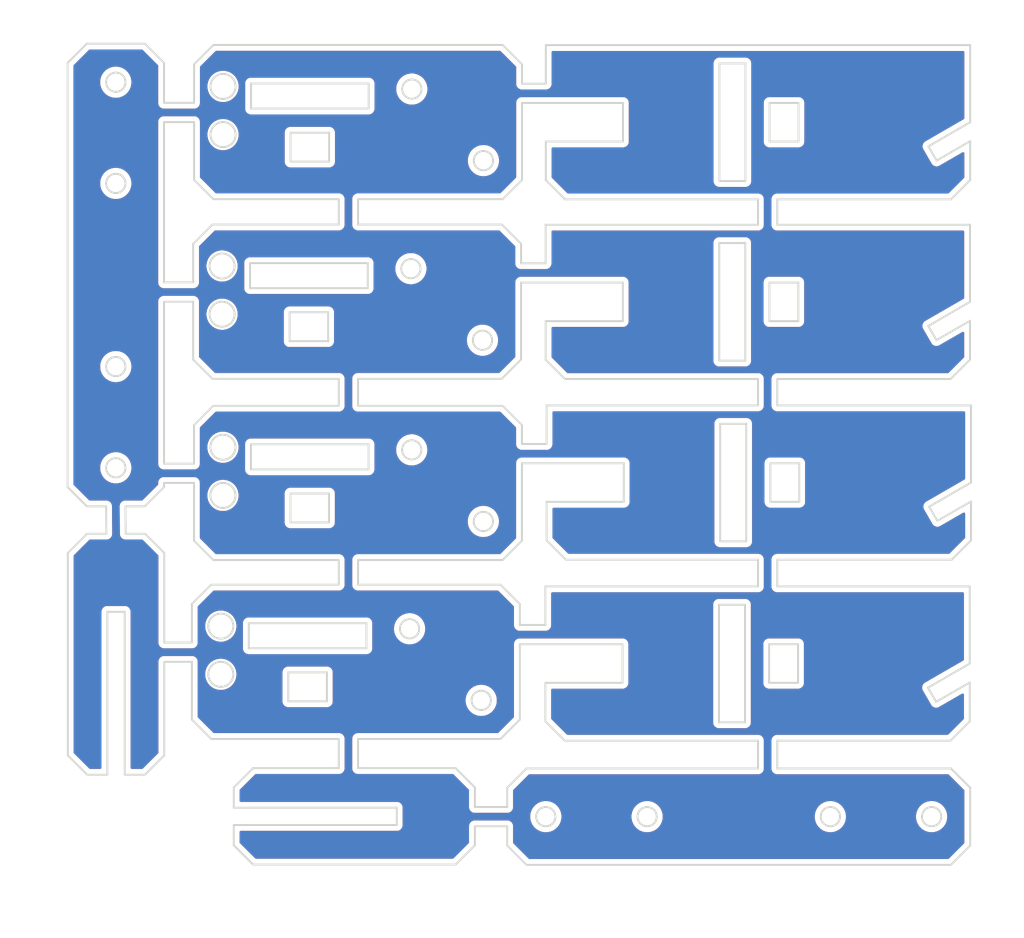
<source format=kicad_pcb>
(kicad_pcb (version 20171130) (host pcbnew "(5.1.5)-3")

  (general
    (thickness 1.6)
    (drawings 281)
    (tracks 0)
    (zones 0)
    (modules 0)
    (nets 1)
  )

  (page A4)
  (layers
    (0 F.Cu signal)
    (31 B.Cu signal)
    (32 B.Adhes user)
    (33 F.Adhes user)
    (34 B.Paste user)
    (35 F.Paste user)
    (36 B.SilkS user)
    (37 F.SilkS user)
    (38 B.Mask user)
    (39 F.Mask user)
    (40 Dwgs.User user)
    (41 Cmts.User user)
    (42 Eco1.User user)
    (43 Eco2.User user)
    (44 Edge.Cuts user)
    (45 Margin user)
    (46 B.CrtYd user)
    (47 F.CrtYd user)
    (48 B.Fab user)
    (49 F.Fab user)
  )

  (setup
    (last_trace_width 0.25)
    (trace_clearance 0.2)
    (zone_clearance 0.508)
    (zone_45_only no)
    (trace_min 0.2)
    (via_size 0.8)
    (via_drill 0.4)
    (via_min_size 0.4)
    (via_min_drill 0.3)
    (uvia_size 0.3)
    (uvia_drill 0.1)
    (uvias_allowed no)
    (uvia_min_size 0.2)
    (uvia_min_drill 0.1)
    (edge_width 0.05)
    (segment_width 0.2)
    (pcb_text_width 0.3)
    (pcb_text_size 1.5 1.5)
    (mod_edge_width 0.12)
    (mod_text_size 1 1)
    (mod_text_width 0.15)
    (pad_size 1.524 1.524)
    (pad_drill 0.762)
    (pad_to_mask_clearance 0.051)
    (solder_mask_min_width 0.25)
    (aux_axis_origin 0 0)
    (visible_elements 7FFFFFFF)
    (pcbplotparams
      (layerselection 0x010fc_ffffffff)
      (usegerberextensions false)
      (usegerberattributes false)
      (usegerberadvancedattributes false)
      (creategerberjobfile false)
      (excludeedgelayer true)
      (linewidth 0.100000)
      (plotframeref false)
      (viasonmask false)
      (mode 1)
      (useauxorigin false)
      (hpglpennumber 1)
      (hpglpenspeed 20)
      (hpglpendiameter 15.000000)
      (psnegative false)
      (psa4output false)
      (plotreference true)
      (plotvalue true)
      (plotinvisibletext false)
      (padsonsilk false)
      (subtractmaskfromsilk false)
      (outputformat 1)
      (mirror false)
      (drillshape 1)
      (scaleselection 1)
      (outputdirectory ""))
  )

  (net 0 "")

  (net_class Default "これはデフォルトのネット クラスです。"
    (clearance 0.2)
    (trace_width 0.25)
    (via_dia 0.8)
    (via_drill 0.4)
    (uvia_dia 0.3)
    (uvia_drill 0.1)
  )

  (gr_line (start 162.59536 57.035202) (end 162.59536 61.035202) (layer Edge.Cuts) (width 0.2))
  (gr_line (start 116.832314 78.750506) (end 112.832314 78.750506) (layer Edge.Cuts) (width 0.2))
  (gr_line (start 102.832315 75.650506) (end 102.832315 71.650506) (layer Edge.Cuts) (width 0.2))
  (gr_circle (center 125.503882 55.595188) (end 126.503882 55.595188) (layer Edge.Cuts) (width 0.2))
  (gr_line (start 165.59536 57.035202) (end 162.59536 57.035202) (layer Edge.Cuts) (width 0.2))
  (gr_line (start 112.832314 81.750506) (end 116.832314 81.750506) (layer Edge.Cuts) (width 0.2))
  (gr_line (start 157.39536 52.935202) (end 157.39536 65.135202) (layer Edge.Cuts) (width 0.2))
  (gr_circle (center 132.832315 81.650506) (end 133.832315 81.650506) (layer Edge.Cuts) (width 0.2))
  (gr_line (start 160.09536 52.935202) (end 157.39536 52.935202) (layer Edge.Cuts) (width 0.2))
  (gr_line (start 116.928503 60.119809) (end 112.928503 60.119809) (layer Edge.Cuts) (width 0.2))
  (gr_line (start 102.832315 71.650506) (end 104.832315 69.650506) (layer Edge.Cuts) (width 0.2))
  (gr_line (start 160.09536 65.135202) (end 160.09536 52.935202) (layer Edge.Cuts) (width 0.2))
  (gr_line (start 157.39536 65.135202) (end 160.09536 65.135202) (layer Edge.Cuts) (width 0.2))
  (gr_line (start 116.928503 63.119809) (end 116.928503 60.119809) (layer Edge.Cuts) (width 0.2))
  (gr_line (start 112.928503 63.119809) (end 116.928503 63.119809) (layer Edge.Cuts) (width 0.2))
  (gr_circle (center 105.832314 78.950506) (end 107.132314 78.950506) (layer Edge.Cuts) (width 0.2))
  (gr_line (start 108.828504 57.619809) (end 121.028504 57.619809) (layer Edge.Cuts) (width 0.2))
  (gr_line (start 121.028504 55.019809) (end 108.828504 55.019809) (layer Edge.Cuts) (width 0.2))
  (gr_circle (center 94.810432 54.883398) (end 95.810432 54.883398) (layer Edge.Cuts) (width 0.2))
  (gr_circle (center 125.407693 74.225885) (end 126.407693 74.225885) (layer Edge.Cuts) (width 0.2))
  (gr_line (start 117.928504 69.650506) (end 117.928504 67.019809) (layer Edge.Cuts) (width 0.2))
  (gr_line (start 120.932315 76.250506) (end 120.932315 73.650506) (layer Edge.Cuts) (width 0.2))
  (gr_circle (center 105.928503 60.319809) (end 107.228503 60.319809) (layer Edge.Cuts) (width 0.2))
  (gr_line (start 108.732315 73.650506) (end 108.732315 76.250506) (layer Edge.Cuts) (width 0.2))
  (gr_circle (center 132.928504 63.019809) (end 133.928504 63.019809) (layer Edge.Cuts) (width 0.2))
  (gr_circle (center 94.810432 65.383398) (end 95.810432 65.383398) (layer Edge.Cuts) (width 0.2))
  (gr_line (start 104.928504 67.019809) (end 102.928504 65.019809) (layer Edge.Cuts) (width 0.2))
  (gr_circle (center 105.832314 73.950506) (end 107.132314 73.950506) (layer Edge.Cuts) (width 0.2))
  (gr_circle (center 94.810432 94.883398) (end 95.810432 94.883398) (layer Edge.Cuts) (width 0.2))
  (gr_circle (center 94.810432 84.383398) (end 95.810432 84.383398) (layer Edge.Cuts) (width 0.2))
  (gr_line (start 99.810432 75.650506) (end 102.832315 75.650506) (layer Edge.Cuts) (width 0.2))
  (gr_line (start 102.928504 59.019809) (end 99.810432 59.019809) (layer Edge.Cuts) (width 0.2))
  (gr_line (start 102.928504 65.019809) (end 102.928504 59.019809) (layer Edge.Cuts) (width 0.2))
  (gr_line (start 117.928504 67.019809) (end 104.928504 67.019809) (layer Edge.Cuts) (width 0.2))
  (gr_line (start 112.832314 78.750506) (end 112.832314 81.750506) (layer Edge.Cuts) (width 0.2))
  (gr_line (start 108.732315 76.250506) (end 120.932315 76.250506) (layer Edge.Cuts) (width 0.2))
  (gr_line (start 121.028504 57.619809) (end 121.028504 55.019809) (layer Edge.Cuts) (width 0.2))
  (gr_line (start 108.828504 55.019809) (end 108.828504 57.619809) (layer Edge.Cuts) (width 0.2))
  (gr_line (start 104.832315 69.650506) (end 117.928504 69.650506) (layer Edge.Cuts) (width 0.2))
  (gr_line (start 99.810432 59.019809) (end 99.810432 75.650506) (layer Edge.Cuts) (width 0.2))
  (gr_line (start 116.832314 81.750506) (end 116.832314 78.750506) (layer Edge.Cuts) (width 0.2))
  (gr_line (start 120.932315 73.650506) (end 108.732315 73.650506) (layer Edge.Cuts) (width 0.2))
  (gr_line (start 162.59536 61.035202) (end 165.59536 61.035202) (layer Edge.Cuts) (width 0.2))
  (gr_circle (center 105.928503 55.319809) (end 107.228503 55.319809) (layer Edge.Cuts) (width 0.2))
  (gr_line (start 112.928503 60.119809) (end 112.928503 63.119809) (layer Edge.Cuts) (width 0.2))
  (gr_line (start 165.59536 61.035202) (end 165.59536 57.035202) (layer Edge.Cuts) (width 0.2))
  (gr_circle (center 105.919816 92.750418) (end 107.219816 92.750418) (layer Edge.Cuts) (width 0.2))
  (gr_circle (center 125.495196 93.025797) (end 126.495196 93.025797) (layer Edge.Cuts) (width 0.2))
  (gr_circle (center 105.919816 97.750418) (end 107.219816 97.750418) (layer Edge.Cuts) (width 0.2))
  (gr_circle (center 132.919817 100.450418) (end 133.919817 100.450418) (layer Edge.Cuts) (width 0.2))
  (gr_line (start 136.832315 73.668276) (end 139.378897 73.668276) (layer Edge.Cuts) (width 0.2))
  (gr_line (start 134.928504 67.019809) (end 119.928504 67.019809) (layer Edge.Cuts) (width 0.2))
  (gr_line (start 108.819817 92.450418) (end 108.819817 95.050418) (layer Edge.Cuts) (width 0.2))
  (gr_line (start 134.832315 69.650506) (end 136.832315 71.650506) (layer Edge.Cuts) (width 0.2))
  (gr_line (start 119.928504 69.650506) (end 134.832315 69.650506) (layer Edge.Cuts) (width 0.2))
  (gr_line (start 102.919817 94.450418) (end 102.919817 90.450418) (layer Edge.Cuts) (width 0.2))
  (gr_line (start 99.810432 94.450418) (end 102.919817 94.450418) (layer Edge.Cuts) (width 0.2))
  (gr_line (start 117.928504 85.650506) (end 104.832315 85.650506) (layer Edge.Cuts) (width 0.2))
  (gr_line (start 99.810432 77.650506) (end 99.810432 94.450418) (layer Edge.Cuts) (width 0.2))
  (gr_line (start 121.019817 95.050418) (end 121.019817 92.450418) (layer Edge.Cuts) (width 0.2))
  (gr_line (start 136.832315 71.650506) (end 136.832315 73.668276) (layer Edge.Cuts) (width 0.2))
  (gr_line (start 102.832315 77.650506) (end 99.810432 77.650506) (layer Edge.Cuts) (width 0.2))
  (gr_line (start 117.928504 88.450418) (end 117.928504 85.650506) (layer Edge.Cuts) (width 0.2))
  (gr_line (start 119.928504 67.019809) (end 119.928504 69.650506) (layer Edge.Cuts) (width 0.2))
  (gr_line (start 102.832315 83.650506) (end 102.832315 77.650506) (layer Edge.Cuts) (width 0.2))
  (gr_line (start 104.832315 85.650506) (end 102.832315 83.650506) (layer Edge.Cuts) (width 0.2))
  (gr_line (start 102.919817 90.450418) (end 104.919817 88.450418) (layer Edge.Cuts) (width 0.2))
  (gr_line (start 104.919817 88.450418) (end 117.928504 88.450418) (layer Edge.Cuts) (width 0.2))
  (gr_line (start 116.919816 97.550418) (end 112.919816 97.550418) (layer Edge.Cuts) (width 0.2))
  (gr_line (start 116.919816 100.550418) (end 116.919816 97.550418) (layer Edge.Cuts) (width 0.2))
  (gr_line (start 112.919816 100.550418) (end 116.919816 100.550418) (layer Edge.Cuts) (width 0.2))
  (gr_line (start 112.919816 97.550418) (end 112.919816 100.550418) (layer Edge.Cuts) (width 0.2))
  (gr_line (start 108.819817 95.050418) (end 121.019817 95.050418) (layer Edge.Cuts) (width 0.2))
  (gr_line (start 121.019817 92.450418) (end 108.819817 92.450418) (layer Edge.Cuts) (width 0.2))
  (gr_line (start 139.378897 73.668276) (end 139.378897 69.668277) (layer Edge.Cuts) (width 0.2))
  (gr_line (start 162.578897 79.668276) (end 165.578897 79.668276) (layer Edge.Cuts) (width 0.2))
  (gr_line (start 162.578897 75.668276) (end 162.578897 79.668276) (layer Edge.Cuts) (width 0.2))
  (gr_line (start 147.378897 75.668276) (end 136.832315 75.668276) (layer Edge.Cuts) (width 0.2))
  (gr_line (start 160.078897 83.768276) (end 160.078897 71.568276) (layer Edge.Cuts) (width 0.2))
  (gr_line (start 119.928504 85.650506) (end 119.928504 88.450418) (layer Edge.Cuts) (width 0.2))
  (gr_line (start 147.378897 79.668276) (end 147.378897 75.668276) (layer Edge.Cuts) (width 0.2))
  (gr_line (start 97.83552 101.722346) (end 99.83552 103.722346) (layer Edge.Cuts) (width 0.2))
  (gr_line (start 95.835559 101.722346) (end 97.83552 101.722346) (layer Edge.Cuts) (width 0.2))
  (gr_line (start 102.919817 102.450418) (end 102.919817 96.450418) (layer Edge.Cuts) (width 0.2))
  (gr_line (start 165.677339 98.415529) (end 165.677339 94.415529) (layer Edge.Cuts) (width 0.2))
  (gr_line (start 95.810471 98.883397) (end 95.835559 101.722346) (layer Edge.Cuts) (width 0.2))
  (gr_line (start 136.919817 92.415529) (end 139.477339 92.415529) (layer Edge.Cuts) (width 0.2))
  (gr_line (start 104.698405 107.010341) (end 117.928504 107.010341) (layer Edge.Cuts) (width 0.2))
  (gr_line (start 102.698405 109.010341) (end 104.698405 107.010341) (layer Edge.Cuts) (width 0.2))
  (gr_line (start 99.83552 103.722346) (end 99.83552 113.010341) (layer Edge.Cuts) (width 0.2))
  (gr_line (start 136.832315 75.668276) (end 136.832315 83.650506) (layer Edge.Cuts) (width 0.2))
  (gr_line (start 139.477339 92.415529) (end 139.477339 88.415529) (layer Edge.Cuts) (width 0.2))
  (gr_line (start 99.83552 113.010341) (end 102.698405 113.010341) (layer Edge.Cuts) (width 0.2))
  (gr_line (start 116.698404 119.110341) (end 116.698404 116.110341) (layer Edge.Cuts) (width 0.2))
  (gr_line (start 161.39536 85.668277) (end 141.378897 85.668277) (layer Edge.Cuts) (width 0.2))
  (gr_line (start 157.477339 102.515529) (end 160.177339 102.515529) (layer Edge.Cuts) (width 0.2))
  (gr_line (start 117.928504 104.450418) (end 104.919817 104.450418) (layer Edge.Cuts) (width 0.2))
  (gr_line (start 160.177339 102.515529) (end 160.177339 90.315529) (layer Edge.Cuts) (width 0.2))
  (gr_line (start 136.832315 83.650506) (end 134.832315 85.650506) (layer Edge.Cuts) (width 0.2))
  (gr_line (start 139.378897 83.668277) (end 139.378897 79.668276) (layer Edge.Cuts) (width 0.2))
  (gr_line (start 161.39536 88.415529) (end 161.39536 85.668277) (layer Edge.Cuts) (width 0.2))
  (gr_line (start 117.928504 107.010341) (end 117.928504 104.450418) (layer Edge.Cuts) (width 0.2))
  (gr_line (start 139.378897 79.668276) (end 147.378897 79.668276) (layer Edge.Cuts) (width 0.2))
  (gr_line (start 104.919817 104.450418) (end 102.919817 102.450418) (layer Edge.Cuts) (width 0.2))
  (gr_line (start 134.832315 85.650506) (end 119.928504 85.650506) (layer Edge.Cuts) (width 0.2))
  (gr_line (start 165.578897 75.668276) (end 162.578897 75.668276) (layer Edge.Cuts) (width 0.2))
  (gr_line (start 157.477339 90.315529) (end 157.477339 102.515529) (layer Edge.Cuts) (width 0.2))
  (gr_line (start 160.177339 90.315529) (end 157.477339 90.315529) (layer Edge.Cuts) (width 0.2))
  (gr_line (start 157.378897 71.568276) (end 157.378897 83.768276) (layer Edge.Cuts) (width 0.2))
  (gr_line (start 141.378897 85.668277) (end 139.378897 83.668277) (layer Edge.Cuts) (width 0.2))
  (gr_line (start 102.698405 113.010341) (end 102.698405 109.010341) (layer Edge.Cuts) (width 0.2))
  (gr_line (start 160.078897 71.568276) (end 157.378897 71.568276) (layer Edge.Cuts) (width 0.2))
  (gr_line (start 139.477339 88.415529) (end 161.39536 88.415529) (layer Edge.Cuts) (width 0.2))
  (gr_line (start 165.677339 94.415529) (end 162.677339 94.415529) (layer Edge.Cuts) (width 0.2))
  (gr_line (start 99.810432 96.883397) (end 97.810432 98.883397) (layer Edge.Cuts) (width 0.2))
  (gr_line (start 162.677339 98.415529) (end 165.677339 98.415529) (layer Edge.Cuts) (width 0.2))
  (gr_line (start 139.378897 69.668277) (end 161.39536 69.668277) (layer Edge.Cuts) (width 0.2))
  (gr_line (start 165.578897 79.668276) (end 165.578897 75.668276) (layer Edge.Cuts) (width 0.2))
  (gr_line (start 157.378897 83.768276) (end 160.078897 83.768276) (layer Edge.Cuts) (width 0.2))
  (gr_line (start 116.698404 116.110341) (end 112.698404 116.110341) (layer Edge.Cuts) (width 0.2))
  (gr_line (start 134.919817 88.450418) (end 136.919817 90.450418) (layer Edge.Cuts) (width 0.2))
  (gr_line (start 136.919817 90.450418) (end 136.919817 92.415529) (layer Edge.Cuts) (width 0.2))
  (gr_line (start 102.919817 96.450418) (end 99.810432 96.450418) (layer Edge.Cuts) (width 0.2))
  (gr_line (start 112.698404 119.110341) (end 116.698404 119.110341) (layer Edge.Cuts) (width 0.2))
  (gr_line (start 136.928504 65.019809) (end 134.928504 67.019809) (layer Edge.Cuts) (width 0.2))
  (gr_line (start 136.928504 57.035202) (end 136.928504 65.019809) (layer Edge.Cuts) (width 0.2))
  (gr_line (start 139.39536 57.035202) (end 136.928504 57.035202) (layer Edge.Cuts) (width 0.2))
  (gr_line (start 141.39536 67.035202) (end 139.39536 65.035202) (layer Edge.Cuts) (width 0.2))
  (gr_line (start 147.39536 57.035202) (end 139.39536 57.035202) (layer Edge.Cuts) (width 0.2))
  (gr_line (start 147.39536 61.035202) (end 147.39536 57.035202) (layer Edge.Cuts) (width 0.2))
  (gr_line (start 161.39536 67.035202) (end 141.39536 67.035202) (layer Edge.Cuts) (width 0.2))
  (gr_line (start 162.677339 94.415529) (end 162.677339 98.415529) (layer Edge.Cuts) (width 0.2))
  (gr_line (start 119.928504 88.450418) (end 134.919817 88.450418) (layer Edge.Cuts) (width 0.2))
  (gr_line (start 139.39536 61.035202) (end 147.39536 61.035202) (layer Edge.Cuts) (width 0.2))
  (gr_line (start 139.39536 65.035202) (end 139.39536 61.035202) (layer Edge.Cuts) (width 0.2))
  (gr_line (start 99.810432 96.450418) (end 99.810432 96.883397) (layer Edge.Cuts) (width 0.2))
  (gr_line (start 161.39536 69.668277) (end 161.39536 67.035202) (layer Edge.Cuts) (width 0.2))
  (gr_line (start 97.810432 98.883397) (end 95.810471 98.883397) (layer Edge.Cuts) (width 0.2))
  (gr_line (start 134.698405 123.010341) (end 119.928504 123.010341) (layer Edge.Cuts) (width 0.2))
  (gr_line (start 119.928504 104.450418) (end 119.928504 107.010341) (layer Edge.Cuts) (width 0.2))
  (gr_line (start 139.351 107.19) (end 161.39536 107.19) (layer Edge.Cuts) (width 0.2))
  (gr_line (start 139.351 111.19) (end 139.351 107.19) (layer Edge.Cuts) (width 0.2))
  (gr_line (start 147.351 113.19) (end 136.698405 113.19) (layer Edge.Cuts) (width 0.2))
  (gr_line (start 165.551 117.19) (end 165.551 113.19) (layer Edge.Cuts) (width 0.2))
  (gr_line (start 160.051 109.09) (end 157.351 109.09) (layer Edge.Cuts) (width 0.2))
  (gr_line (start 161.39536 104.415529) (end 141.477339 104.415529) (layer Edge.Cuts) (width 0.2))
  (gr_line (start 161.39536 107.19) (end 161.39536 104.415529) (layer Edge.Cuts) (width 0.2))
  (gr_line (start 132.04131 130.073038) (end 135.397635 130.073038) (layer Edge.Cuts) (width 0.2))
  (gr_line (start 132.04131 128.043306) (end 132.04131 130.073038) (layer Edge.Cuts) (width 0.2))
  (gr_line (start 136.698405 121.010341) (end 134.698405 123.010341) (layer Edge.Cuts) (width 0.2))
  (gr_line (start 139.351 117.19) (end 147.351 117.19) (layer Edge.Cuts) (width 0.2))
  (gr_line (start 139.477339 102.415529) (end 139.477339 98.415529) (layer Edge.Cuts) (width 0.2))
  (gr_line (start 119.928504 126.043306) (end 130.04131 126.043306) (layer Edge.Cuts) (width 0.2))
  (gr_line (start 139.477339 98.415529) (end 147.477339 98.415529) (layer Edge.Cuts) (width 0.2))
  (gr_line (start 157.351 121.29) (end 160.051 121.29) (layer Edge.Cuts) (width 0.2))
  (gr_line (start 134.698405 107.010341) (end 136.698405 109.010341) (layer Edge.Cuts) (width 0.2))
  (gr_line (start 147.477339 94.415529) (end 136.919817 94.415529) (layer Edge.Cuts) (width 0.2))
  (gr_line (start 135.397635 130.073038) (end 135.397635 128.073038) (layer Edge.Cuts) (width 0.2))
  (gr_line (start 147.477339 98.415529) (end 147.477339 94.415529) (layer Edge.Cuts) (width 0.2))
  (gr_line (start 160.051 121.29) (end 160.051 109.09) (layer Edge.Cuts) (width 0.2))
  (gr_line (start 147.351 117.19) (end 147.351 113.19) (layer Edge.Cuts) (width 0.2))
  (gr_line (start 141.477339 104.415529) (end 139.477339 102.415529) (layer Edge.Cuts) (width 0.2))
  (gr_line (start 119.928504 123.010341) (end 119.928504 126.043306) (layer Edge.Cuts) (width 0.2))
  (gr_line (start 136.698405 113.19) (end 136.698405 121.010341) (layer Edge.Cuts) (width 0.2))
  (gr_line (start 134.919817 104.450418) (end 119.928504 104.450418) (layer Edge.Cuts) (width 0.2))
  (gr_line (start 136.919817 94.415529) (end 136.919817 102.450418) (layer Edge.Cuts) (width 0.2))
  (gr_line (start 112.698404 116.110341) (end 112.698404 119.110341) (layer Edge.Cuts) (width 0.2))
  (gr_line (start 162.551 113.19) (end 162.551 117.19) (layer Edge.Cuts) (width 0.2))
  (gr_line (start 108.598405 113.610341) (end 120.798405 113.610341) (layer Edge.Cuts) (width 0.2))
  (gr_line (start 120.798405 113.610341) (end 120.798405 111.010341) (layer Edge.Cuts) (width 0.2))
  (gr_line (start 108.598405 111.010341) (end 108.598405 113.610341) (layer Edge.Cuts) (width 0.2))
  (gr_line (start 130.04131 126.043306) (end 132.04131 128.043306) (layer Edge.Cuts) (width 0.2))
  (gr_line (start 120.798405 111.010341) (end 108.598405 111.010341) (layer Edge.Cuts) (width 0.2))
  (gr_line (start 157.351 109.09) (end 157.351 121.29) (layer Edge.Cuts) (width 0.2))
  (gr_circle (center 105.698404 116.310341) (end 106.998404 116.310341) (layer Edge.Cuts) (width 0.2))
  (gr_circle (center 105.698404 111.310341) (end 106.998404 111.310341) (layer Edge.Cuts) (width 0.2))
  (gr_circle (center 132.698405 119.010341) (end 133.698405 119.010341) (layer Edge.Cuts) (width 0.2))
  (gr_line (start 136.919817 102.450418) (end 134.919817 104.450418) (layer Edge.Cuts) (width 0.2))
  (gr_circle (center 125.273784 111.58572) (end 126.273784 111.58572) (layer Edge.Cuts) (width 0.2))
  (gr_line (start 136.698405 111.19) (end 139.351 111.19) (layer Edge.Cuts) (width 0.2))
  (gr_line (start 136.698405 109.010341) (end 136.698405 111.19) (layer Edge.Cuts) (width 0.2))
  (gr_line (start 119.928504 107.010341) (end 134.698405 107.010341) (layer Edge.Cuts) (width 0.2))
  (gr_line (start 165.551 113.19) (end 162.551 113.19) (layer Edge.Cuts) (width 0.2))
  (gr_line (start 162.551 117.19) (end 165.551 117.19) (layer Edge.Cuts) (width 0.2))
  (gr_line (start 137.397635 136.073038) (end 135.397635 134.073038) (layer Edge.Cuts) (width 0.2))
  (gr_line (start 183.397635 134.073038) (end 181.397635 136.073038) (layer Edge.Cuts) (width 0.2))
  (gr_line (start 130.04131 136.043306) (end 109.04131 136.043306) (layer Edge.Cuts) (width 0.2))
  (gr_line (start 135.397635 132.073038) (end 132.04131 132.073038) (layer Edge.Cuts) (width 0.2))
  (gr_line (start 135.397635 134.073038) (end 135.397635 132.073038) (layer Edge.Cuts) (width 0.2))
  (gr_line (start 181.397635 136.073038) (end 137.397635 136.073038) (layer Edge.Cuts) (width 0.2))
  (gr_line (start 183.397635 128.073038) (end 183.397635 134.073038) (layer Edge.Cuts) (width 0.2))
  (gr_circle (center 139.397635 131.073038) (end 140.397635 131.073038) (layer Edge.Cuts) (width 0.2))
  (gr_line (start 104.698405 123.010341) (end 102.698405 121.010341) (layer Edge.Cuts) (width 0.2))
  (gr_line (start 89.810432 52.883397) (end 91.810432 50.883397) (layer Edge.Cuts) (width 0.2))
  (gr_circle (center 168.897635 131.073038) (end 169.897635 131.073038) (layer Edge.Cuts) (width 0.2))
  (gr_circle (center 179.397635 131.073038) (end 180.397635 131.073038) (layer Edge.Cuts) (width 0.2))
  (gr_line (start 93.810393 98.883397) (end 91.810432 98.883397) (layer Edge.Cuts) (width 0.2))
  (gr_line (start 107.04131 128.043306) (end 109.04131 126.043306) (layer Edge.Cuts) (width 0.2))
  (gr_line (start 95.73552 126.722346) (end 95.73552 109.822346) (layer Edge.Cuts) (width 0.2))
  (gr_line (start 91.83552 101.722346) (end 93.835481 101.722346) (layer Edge.Cuts) (width 0.2))
  (gr_line (start 89.83552 124.722346) (end 89.83552 103.722346) (layer Edge.Cuts) (width 0.2))
  (gr_line (start 99.83552 115.010341) (end 99.83552 124.722346) (layer Edge.Cuts) (width 0.2))
  (gr_line (start 93.93552 109.822346) (end 93.93552 126.722346) (layer Edge.Cuts) (width 0.2))
  (gr_line (start 97.83552 126.722346) (end 95.73552 126.722346) (layer Edge.Cuts) (width 0.2))
  (gr_line (start 95.73552 109.822346) (end 93.93552 109.822346) (layer Edge.Cuts) (width 0.2))
  (gr_line (start 181.397635 126.073038) (end 183.397635 128.073038) (layer Edge.Cuts) (width 0.2))
  (gr_line (start 132.04131 132.073038) (end 132.04131 134.043306) (layer Edge.Cuts) (width 0.2))
  (gr_line (start 89.810432 96.883397) (end 89.810432 52.883397) (layer Edge.Cuts) (width 0.2))
  (gr_line (start 93.835481 101.722346) (end 93.810393 98.883397) (layer Edge.Cuts) (width 0.2))
  (gr_circle (center 149.897635 131.073038) (end 150.897635 131.073038) (layer Edge.Cuts) (width 0.2))
  (gr_line (start 91.810432 98.883397) (end 89.810432 96.883397) (layer Edge.Cuts) (width 0.2))
  (gr_line (start 89.83552 103.722346) (end 91.83552 101.722346) (layer Edge.Cuts) (width 0.2))
  (gr_line (start 91.83552 126.722346) (end 89.83552 124.722346) (layer Edge.Cuts) (width 0.2))
  (gr_line (start 93.93552 126.722346) (end 91.83552 126.722346) (layer Edge.Cuts) (width 0.2))
  (gr_line (start 107.04131 130.143306) (end 107.04131 128.043306) (layer Edge.Cuts) (width 0.2))
  (gr_line (start 99.83552 124.722346) (end 97.83552 126.722346) (layer Edge.Cuts) (width 0.2))
  (gr_line (start 102.698405 115.010341) (end 99.83552 115.010341) (layer Edge.Cuts) (width 0.2))
  (gr_line (start 102.698405 121.010341) (end 102.698405 115.010341) (layer Edge.Cuts) (width 0.2))
  (gr_line (start 123.94131 130.143306) (end 107.04131 130.143306) (layer Edge.Cuts) (width 0.2))
  (gr_line (start 117.928504 123.010341) (end 104.698405 123.010341) (layer Edge.Cuts) (width 0.2))
  (gr_line (start 132.04131 134.043306) (end 130.04131 136.043306) (layer Edge.Cuts) (width 0.2))
  (gr_line (start 117.928504 126.043306) (end 117.928504 123.010341) (layer Edge.Cuts) (width 0.2))
  (gr_line (start 123.94131 131.943306) (end 123.94131 130.143306) (layer Edge.Cuts) (width 0.2))
  (gr_line (start 109.04131 126.043306) (end 117.928504 126.043306) (layer Edge.Cuts) (width 0.2))
  (gr_line (start 107.04131 131.943306) (end 123.94131 131.943306) (layer Edge.Cuts) (width 0.2))
  (gr_line (start 107.04131 134.043306) (end 107.04131 131.943306) (layer Edge.Cuts) (width 0.2))
  (gr_line (start 109.04131 136.043306) (end 107.04131 134.043306) (layer Edge.Cuts) (width 0.2))
  (gr_line (start 179.89877 81.64052) (end 183.378897 79.631268) (layer Edge.Cuts) (width 0.2))
  (gr_line (start 183.378897 77.668277) (end 179.04877 80.168277) (layer Edge.Cuts) (width 0.2))
  (gr_line (start 179.065233 61.535202) (end 179.915233 63.007445) (layer Edge.Cuts) (width 0.2))
  (gr_line (start 104.928504 51.019809) (end 134.928504 51.019809) (layer Edge.Cuts) (width 0.2))
  (gr_line (start 183.378897 79.631268) (end 183.378897 83.668277) (layer Edge.Cuts) (width 0.2))
  (gr_line (start 179.04877 80.168277) (end 179.89877 81.64052) (layer Edge.Cuts) (width 0.2))
  (gr_line (start 181.378897 85.668277) (end 163.39536 85.668277) (layer Edge.Cuts) (width 0.2))
  (gr_line (start 183.378897 69.668277) (end 183.378897 77.668277) (layer Edge.Cuts) (width 0.2))
  (gr_line (start 183.39536 65.035202) (end 181.39536 67.035202) (layer Edge.Cuts) (width 0.2))
  (gr_line (start 97.810432 50.883397) (end 99.810432 52.883397) (layer Edge.Cuts) (width 0.2))
  (gr_line (start 136.928504 55.035202) (end 139.39536 55.035202) (layer Edge.Cuts) (width 0.2))
  (gr_line (start 163.39536 69.668277) (end 183.378897 69.668277) (layer Edge.Cuts) (width 0.2))
  (gr_line (start 181.39536 67.035202) (end 163.39536 67.035202) (layer Edge.Cuts) (width 0.2))
  (gr_line (start 183.39536 60.998193) (end 183.39536 65.035202) (layer Edge.Cuts) (width 0.2))
  (gr_line (start 139.39536 51.035202) (end 183.39536 51.035202) (layer Edge.Cuts) (width 0.2))
  (gr_line (start 139.39536 55.035202) (end 139.39536 51.035202) (layer Edge.Cuts) (width 0.2))
  (gr_line (start 102.928504 57.019809) (end 102.928504 53.019809) (layer Edge.Cuts) (width 0.2))
  (gr_line (start 99.810432 57.019809) (end 102.928504 57.019809) (layer Edge.Cuts) (width 0.2))
  (gr_line (start 91.810432 50.883397) (end 97.810432 50.883397) (layer Edge.Cuts) (width 0.2))
  (gr_line (start 136.928504 53.019809) (end 136.928504 55.035202) (layer Edge.Cuts) (width 0.2))
  (gr_line (start 99.810432 52.883397) (end 99.810432 57.019809) (layer Edge.Cuts) (width 0.2))
  (gr_line (start 163.39536 85.668277) (end 163.39536 88.415529) (layer Edge.Cuts) (width 0.2))
  (gr_line (start 163.39536 67.035202) (end 163.39536 69.668277) (layer Edge.Cuts) (width 0.2))
  (gr_line (start 179.915233 63.007445) (end 183.39536 60.998193) (layer Edge.Cuts) (width 0.2))
  (gr_line (start 183.39536 51.035202) (end 183.39536 59.035202) (layer Edge.Cuts) (width 0.2))
  (gr_line (start 134.928504 51.019809) (end 136.928504 53.019809) (layer Edge.Cuts) (width 0.2))
  (gr_line (start 102.928504 53.019809) (end 104.928504 51.019809) (layer Edge.Cuts) (width 0.2))
  (gr_line (start 183.39536 59.035202) (end 179.065233 61.535202) (layer Edge.Cuts) (width 0.2))
  (gr_line (start 183.378897 83.668277) (end 181.378897 85.668277) (layer Edge.Cuts) (width 0.2))
  (gr_line (start 163.39536 104.415529) (end 163.39536 107.19) (layer Edge.Cuts) (width 0.2))
  (gr_line (start 183.477339 98.37852) (end 183.477339 102.415529) (layer Edge.Cuts) (width 0.2))
  (gr_line (start 179.997212 100.387772) (end 183.477339 98.37852) (layer Edge.Cuts) (width 0.2))
  (gr_line (start 179.147212 98.915529) (end 179.997212 100.387772) (layer Edge.Cuts) (width 0.2))
  (gr_line (start 183.477339 96.415529) (end 179.147212 98.915529) (layer Edge.Cuts) (width 0.2))
  (gr_line (start 183.477339 88.415529) (end 183.477339 96.415529) (layer Edge.Cuts) (width 0.2))
  (gr_line (start 183.351 107.19) (end 183.351 115.19) (layer Edge.Cuts) (width 0.2))
  (gr_line (start 163.39536 107.19) (end 183.351 107.19) (layer Edge.Cuts) (width 0.2))
  (gr_line (start 183.477339 102.415529) (end 181.477339 104.415529) (layer Edge.Cuts) (width 0.2))
  (gr_line (start 163.39536 88.415529) (end 183.477339 88.415529) (layer Edge.Cuts) (width 0.2))
  (gr_line (start 181.477339 104.415529) (end 163.39536 104.415529) (layer Edge.Cuts) (width 0.2))
  (gr_line (start 161.39536 123.19) (end 141.351 123.19) (layer Edge.Cuts) (width 0.2))
  (gr_line (start 161.39536 126.073038) (end 161.39536 123.19) (layer Edge.Cuts) (width 0.2))
  (gr_line (start 135.397635 128.073038) (end 137.397635 126.073038) (layer Edge.Cuts) (width 0.2))
  (gr_line (start 163.39536 126.073038) (end 181.397635 126.073038) (layer Edge.Cuts) (width 0.2))
  (gr_line (start 179.020873 117.69) (end 179.870873 119.162243) (layer Edge.Cuts) (width 0.2))
  (gr_line (start 181.351 123.19) (end 163.39536 123.19) (layer Edge.Cuts) (width 0.2))
  (gr_line (start 183.351 117.152991) (end 183.351 121.19) (layer Edge.Cuts) (width 0.2))
  (gr_line (start 183.351 115.19) (end 179.020873 117.69) (layer Edge.Cuts) (width 0.2))
  (gr_line (start 179.870873 119.162243) (end 183.351 117.152991) (layer Edge.Cuts) (width 0.2))
  (gr_line (start 137.397635 126.073038) (end 161.39536 126.073038) (layer Edge.Cuts) (width 0.2))
  (gr_line (start 183.351 121.19) (end 181.351 123.19) (layer Edge.Cuts) (width 0.2))
  (gr_line (start 163.39536 123.19) (end 163.39536 126.073038) (layer Edge.Cuts) (width 0.2))
  (gr_line (start 139.351 121.19) (end 139.351 117.19) (layer Edge.Cuts) (width 0.2))
  (gr_line (start 141.351 123.19) (end 139.351 121.19) (layer Edge.Cuts) (width 0.2))

  (zone (net 0) (net_name "") (layer F.Cu) (tstamp 0) (hatch edge 0.508)
    (connect_pads (clearance 0.508))
    (min_thickness 0.254)
    (fill yes (arc_segments 32) (thermal_gap 0.508) (thermal_bridge_width 0.508))
    (polygon
      (pts
        (xy 188.976 46.736) (xy 186.69 141.478) (xy 84.455 143.637) (xy 83.185 46.355)
      )
    )
    (filled_polygon
      (pts
        (xy 99.075432 53.187844) (xy 99.075433 56.983694) (xy 99.071876 57.019809) (xy 99.086067 57.163894) (xy 99.128095 57.302442)
        (xy 99.196345 57.430129) (xy 99.288194 57.542047) (xy 99.400112 57.633896) (xy 99.527799 57.702146) (xy 99.666347 57.744174)
        (xy 99.774327 57.754809) (xy 99.810432 57.758365) (xy 99.846537 57.754809) (xy 102.892399 57.754809) (xy 102.928504 57.758365)
        (xy 102.964609 57.754809) (xy 103.072589 57.744174) (xy 103.211137 57.702146) (xy 103.338824 57.633896) (xy 103.450742 57.542047)
        (xy 103.542591 57.430129) (xy 103.610841 57.302442) (xy 103.652869 57.163894) (xy 103.66706 57.019809) (xy 103.663504 56.983704)
        (xy 103.663504 55.147789) (xy 104.181954 55.147789) (xy 104.181954 55.491829) (xy 104.249073 55.829259) (xy 104.380731 56.14711)
        (xy 104.57187 56.433169) (xy 104.815143 56.676442) (xy 105.101202 56.867581) (xy 105.419053 56.999239) (xy 105.756483 57.066358)
        (xy 106.100523 57.066358) (xy 106.437953 56.999239) (xy 106.755804 56.867581) (xy 107.041863 56.676442) (xy 107.285136 56.433169)
        (xy 107.476275 56.14711) (xy 107.607933 55.829259) (xy 107.675052 55.491829) (xy 107.675052 55.147789) (xy 107.649596 55.019809)
        (xy 108.089948 55.019809) (xy 108.093504 55.055914) (xy 108.093505 57.583694) (xy 108.089948 57.619809) (xy 108.104139 57.763894)
        (xy 108.146167 57.902442) (xy 108.214417 58.030129) (xy 108.306266 58.142047) (xy 108.418184 58.233896) (xy 108.545871 58.302146)
        (xy 108.684419 58.344174) (xy 108.792399 58.354809) (xy 108.828504 58.358365) (xy 108.864609 58.354809) (xy 120.992399 58.354809)
        (xy 121.028504 58.358365) (xy 121.064609 58.354809) (xy 121.172589 58.344174) (xy 121.311137 58.302146) (xy 121.438824 58.233896)
        (xy 121.550742 58.142047) (xy 121.642591 58.030129) (xy 121.710841 57.902442) (xy 121.752869 57.763894) (xy 121.76706 57.619809)
        (xy 121.763504 57.583704) (xy 121.763504 55.423168) (xy 123.757333 55.423168) (xy 123.757333 55.767208) (xy 123.824452 56.104638)
        (xy 123.95611 56.422489) (xy 124.147249 56.708548) (xy 124.390522 56.951821) (xy 124.676581 57.14296) (xy 124.994432 57.274618)
        (xy 125.331862 57.341737) (xy 125.675902 57.341737) (xy 126.013332 57.274618) (xy 126.331183 57.14296) (xy 126.617242 56.951821)
        (xy 126.860515 56.708548) (xy 127.051654 56.422489) (xy 127.183312 56.104638) (xy 127.250431 55.767208) (xy 127.250431 55.423168)
        (xy 127.183312 55.085738) (xy 127.051654 54.767887) (xy 126.860515 54.481828) (xy 126.617242 54.238555) (xy 126.331183 54.047416)
        (xy 126.013332 53.915758) (xy 125.675902 53.848639) (xy 125.331862 53.848639) (xy 124.994432 53.915758) (xy 124.676581 54.047416)
        (xy 124.390522 54.238555) (xy 124.147249 54.481828) (xy 123.95611 54.767887) (xy 123.824452 55.085738) (xy 123.757333 55.423168)
        (xy 121.763504 55.423168) (xy 121.763504 55.055914) (xy 121.76706 55.019809) (xy 121.752869 54.875724) (xy 121.710841 54.737176)
        (xy 121.642591 54.609489) (xy 121.550742 54.497571) (xy 121.438824 54.405722) (xy 121.311137 54.337472) (xy 121.172589 54.295444)
        (xy 121.064609 54.284809) (xy 121.028504 54.281253) (xy 120.992399 54.284809) (xy 108.864609 54.284809) (xy 108.828504 54.281253)
        (xy 108.792399 54.284809) (xy 108.684419 54.295444) (xy 108.545871 54.337472) (xy 108.418184 54.405722) (xy 108.306266 54.497571)
        (xy 108.214417 54.609489) (xy 108.146167 54.737176) (xy 108.104139 54.875724) (xy 108.089948 55.019809) (xy 107.649596 55.019809)
        (xy 107.607933 54.810359) (xy 107.476275 54.492508) (xy 107.285136 54.206449) (xy 107.041863 53.963176) (xy 106.755804 53.772037)
        (xy 106.437953 53.640379) (xy 106.100523 53.57326) (xy 105.756483 53.57326) (xy 105.419053 53.640379) (xy 105.101202 53.772037)
        (xy 104.815143 53.963176) (xy 104.57187 54.206449) (xy 104.380731 54.492508) (xy 104.249073 54.810359) (xy 104.181954 55.147789)
        (xy 103.663504 55.147789) (xy 103.663504 53.324255) (xy 105.232951 51.754809) (xy 134.624058 51.754809) (xy 136.193504 53.324256)
        (xy 136.193505 54.999087) (xy 136.189948 55.035202) (xy 136.204139 55.179287) (xy 136.246167 55.317835) (xy 136.314417 55.445522)
        (xy 136.406266 55.55744) (xy 136.518184 55.649289) (xy 136.645871 55.717539) (xy 136.784419 55.759567) (xy 136.892399 55.770202)
        (xy 136.928504 55.773758) (xy 136.964609 55.770202) (xy 139.359255 55.770202) (xy 139.39536 55.773758) (xy 139.431465 55.770202)
        (xy 139.539445 55.759567) (xy 139.677993 55.717539) (xy 139.80568 55.649289) (xy 139.917598 55.55744) (xy 140.009447 55.445522)
        (xy 140.077697 55.317835) (xy 140.119725 55.179287) (xy 140.133916 55.035202) (xy 140.13036 54.999097) (xy 140.13036 52.935202)
        (xy 156.656804 52.935202) (xy 156.66036 52.971307) (xy 156.660361 65.099087) (xy 156.656804 65.135202) (xy 156.670995 65.279287)
        (xy 156.713023 65.417835) (xy 156.781273 65.545522) (xy 156.873122 65.65744) (xy 156.98504 65.749289) (xy 157.112727 65.817539)
        (xy 157.251275 65.859567) (xy 157.359255 65.870202) (xy 157.39536 65.873758) (xy 157.431465 65.870202) (xy 160.059255 65.870202)
        (xy 160.09536 65.873758) (xy 160.131465 65.870202) (xy 160.239445 65.859567) (xy 160.377993 65.817539) (xy 160.50568 65.749289)
        (xy 160.617598 65.65744) (xy 160.709447 65.545522) (xy 160.777697 65.417835) (xy 160.819725 65.279287) (xy 160.833916 65.135202)
        (xy 160.83036 65.099097) (xy 160.83036 57.035202) (xy 161.856804 57.035202) (xy 161.86036 57.071307) (xy 161.860361 60.999087)
        (xy 161.856804 61.035202) (xy 161.870995 61.179287) (xy 161.913023 61.317835) (xy 161.981273 61.445522) (xy 162.073122 61.55744)
        (xy 162.18504 61.649289) (xy 162.312727 61.717539) (xy 162.451275 61.759567) (xy 162.559255 61.770202) (xy 162.59536 61.773758)
        (xy 162.631465 61.770202) (xy 165.559255 61.770202) (xy 165.59536 61.773758) (xy 165.631465 61.770202) (xy 165.739445 61.759567)
        (xy 165.877993 61.717539) (xy 166.00568 61.649289) (xy 166.117598 61.55744) (xy 166.209447 61.445522) (xy 166.277697 61.317835)
        (xy 166.319725 61.179287) (xy 166.333916 61.035202) (xy 166.33036 60.999097) (xy 166.33036 57.071307) (xy 166.333916 57.035202)
        (xy 166.319725 56.891117) (xy 166.277697 56.752569) (xy 166.209447 56.624882) (xy 166.117598 56.512964) (xy 166.00568 56.421115)
        (xy 165.877993 56.352865) (xy 165.739445 56.310837) (xy 165.631465 56.300202) (xy 165.59536 56.296646) (xy 165.559255 56.300202)
        (xy 162.631465 56.300202) (xy 162.59536 56.296646) (xy 162.559255 56.300202) (xy 162.451275 56.310837) (xy 162.312727 56.352865)
        (xy 162.18504 56.421115) (xy 162.073122 56.512964) (xy 161.981273 56.624882) (xy 161.913023 56.752569) (xy 161.870995 56.891117)
        (xy 161.856804 57.035202) (xy 160.83036 57.035202) (xy 160.83036 52.971307) (xy 160.833916 52.935202) (xy 160.819725 52.791117)
        (xy 160.777697 52.652569) (xy 160.709447 52.524882) (xy 160.617598 52.412964) (xy 160.50568 52.321115) (xy 160.377993 52.252865)
        (xy 160.239445 52.210837) (xy 160.131465 52.200202) (xy 160.09536 52.196646) (xy 160.059255 52.200202) (xy 157.431465 52.200202)
        (xy 157.39536 52.196646) (xy 157.359255 52.200202) (xy 157.251275 52.210837) (xy 157.112727 52.252865) (xy 156.98504 52.321115)
        (xy 156.873122 52.412964) (xy 156.781273 52.524882) (xy 156.713023 52.652569) (xy 156.670995 52.791117) (xy 156.656804 52.935202)
        (xy 140.13036 52.935202) (xy 140.13036 51.770202) (xy 182.66036 51.770202) (xy 182.660361 58.610849) (xy 178.729002 60.880621)
        (xy 178.695955 60.895594) (xy 178.603164 60.962088) (xy 178.57827 60.979927) (xy 178.479298 61.085598) (xy 178.402842 61.208548)
        (xy 178.351843 61.34405) (xy 178.328259 61.486898) (xy 178.332996 61.631603) (xy 178.365873 61.772603) (xy 178.425625 61.90448)
        (xy 178.446756 61.933967) (xy 179.260658 63.343689) (xy 179.275625 63.376722) (xy 179.296749 63.4062) (xy 179.296756 63.406213)
        (xy 179.359957 63.494408) (xy 179.465628 63.593381) (xy 179.588578 63.669836) (xy 179.72408 63.720835) (xy 179.866929 63.74442)
        (xy 180.011634 63.739682) (xy 180.152634 63.706806) (xy 180.284511 63.647053) (xy 180.314 63.625921) (xy 182.66036 62.27125)
        (xy 182.660361 64.730754) (xy 181.090914 66.300202) (xy 163.431465 66.300202) (xy 163.39536 66.296646) (xy 163.359255 66.300202)
        (xy 163.251275 66.310837) (xy 163.112727 66.352865) (xy 162.98504 66.421115) (xy 162.873122 66.512964) (xy 162.781273 66.624882)
        (xy 162.713023 66.752569) (xy 162.670995 66.891117) (xy 162.656804 67.035202) (xy 162.66036 67.071307) (xy 162.660361 69.632162)
        (xy 162.656804 69.668277) (xy 162.670995 69.812362) (xy 162.713023 69.95091) (xy 162.781273 70.078597) (xy 162.873122 70.190515)
        (xy 162.98504 70.282364) (xy 163.112727 70.350614) (xy 163.251275 70.392642) (xy 163.359255 70.403277) (xy 163.39536 70.406833)
        (xy 163.431465 70.403277) (xy 182.643897 70.403277) (xy 182.643898 77.243924) (xy 178.712539 79.513696) (xy 178.679492 79.528669)
        (xy 178.586701 79.595163) (xy 178.561807 79.613002) (xy 178.462835 79.718673) (xy 178.386379 79.841623) (xy 178.33538 79.977125)
        (xy 178.311796 80.119973) (xy 178.316533 80.264678) (xy 178.34941 80.405678) (xy 178.409162 80.537555) (xy 178.430293 80.567042)
        (xy 179.244195 81.976764) (xy 179.259162 82.009797) (xy 179.280286 82.039275) (xy 179.280293 82.039288) (xy 179.343494 82.127483)
        (xy 179.449165 82.226456) (xy 179.572115 82.302911) (xy 179.707617 82.35391) (xy 179.850466 82.377495) (xy 179.995171 82.372757)
        (xy 180.136171 82.339881) (xy 180.268048 82.280128) (xy 180.297537 82.258996) (xy 182.643897 80.904325) (xy 182.643898 83.363829)
        (xy 181.074451 84.933277) (xy 163.431465 84.933277) (xy 163.39536 84.929721) (xy 163.359255 84.933277) (xy 163.251275 84.943912)
        (xy 163.112727 84.98594) (xy 162.98504 85.05419) (xy 162.873122 85.146039) (xy 162.781273 85.257957) (xy 162.713023 85.385644)
        (xy 162.670995 85.524192) (xy 162.656804 85.668277) (xy 162.66036 85.704382) (xy 162.660361 88.379414) (xy 162.656804 88.415529)
        (xy 162.670995 88.559614) (xy 162.713023 88.698162) (xy 162.781273 88.825849) (xy 162.873122 88.937767) (xy 162.98504 89.029616)
        (xy 163.112727 89.097866) (xy 163.251275 89.139894) (xy 163.359255 89.150529) (xy 163.39536 89.154085) (xy 163.431465 89.150529)
        (xy 182.742339 89.150529) (xy 182.74234 95.991176) (xy 178.810981 98.260948) (xy 178.777934 98.275921) (xy 178.685143 98.342415)
        (xy 178.660249 98.360254) (xy 178.561277 98.465925) (xy 178.484821 98.588875) (xy 178.433822 98.724377) (xy 178.410238 98.867225)
        (xy 178.414975 99.01193) (xy 178.447852 99.15293) (xy 178.507604 99.284807) (xy 178.528735 99.314294) (xy 179.342637 100.724016)
        (xy 179.357604 100.757049) (xy 179.378728 100.786527) (xy 179.378735 100.78654) (xy 179.441936 100.874735) (xy 179.547607 100.973708)
        (xy 179.670557 101.050163) (xy 179.806059 101.101162) (xy 179.948908 101.124747) (xy 180.093613 101.120009) (xy 180.234613 101.087133)
        (xy 180.36649 101.02738) (xy 180.395979 101.006248) (xy 182.742339 99.651577) (xy 182.74234 102.111081) (xy 181.172893 103.680529)
        (xy 163.431465 103.680529) (xy 163.39536 103.676973) (xy 163.359255 103.680529) (xy 163.251275 103.691164) (xy 163.112727 103.733192)
        (xy 162.98504 103.801442) (xy 162.873122 103.893291) (xy 162.781273 104.005209) (xy 162.713023 104.132896) (xy 162.670995 104.271444)
        (xy 162.656804 104.415529) (xy 162.66036 104.451634) (xy 162.660361 107.153885) (xy 162.656804 107.19) (xy 162.670995 107.334085)
        (xy 162.713023 107.472633) (xy 162.781273 107.60032) (xy 162.873122 107.712238) (xy 162.98504 107.804087) (xy 163.112727 107.872337)
        (xy 163.251275 107.914365) (xy 163.359255 107.925) (xy 163.39536 107.928556) (xy 163.431465 107.925) (xy 182.616 107.925)
        (xy 182.616001 114.765647) (xy 178.684642 117.035419) (xy 178.651595 117.050392) (xy 178.558804 117.116886) (xy 178.53391 117.134725)
        (xy 178.434938 117.240396) (xy 178.358482 117.363346) (xy 178.307483 117.498848) (xy 178.283899 117.641696) (xy 178.288636 117.786401)
        (xy 178.321513 117.927401) (xy 178.381265 118.059278) (xy 178.402396 118.088765) (xy 179.216298 119.498487) (xy 179.231265 119.53152)
        (xy 179.252389 119.560998) (xy 179.252396 119.561011) (xy 179.315597 119.649206) (xy 179.421268 119.748179) (xy 179.544218 119.824634)
        (xy 179.67972 119.875633) (xy 179.822569 119.899218) (xy 179.967274 119.89448) (xy 180.108274 119.861604) (xy 180.240151 119.801851)
        (xy 180.26964 119.780719) (xy 182.616 118.426048) (xy 182.616001 120.885552) (xy 181.046554 122.455) (xy 163.431465 122.455)
        (xy 163.39536 122.451444) (xy 163.359255 122.455) (xy 163.251275 122.465635) (xy 163.112727 122.507663) (xy 162.98504 122.575913)
        (xy 162.873122 122.667762) (xy 162.781273 122.77968) (xy 162.713023 122.907367) (xy 162.670995 123.045915) (xy 162.656804 123.19)
        (xy 162.66036 123.226105) (xy 162.660361 126.036923) (xy 162.656804 126.073038) (xy 162.670995 126.217123) (xy 162.713023 126.355671)
        (xy 162.781273 126.483358) (xy 162.873122 126.595276) (xy 162.98504 126.687125) (xy 163.112727 126.755375) (xy 163.251275 126.797403)
        (xy 163.359255 126.808038) (xy 163.39536 126.811594) (xy 163.431465 126.808038) (xy 181.093189 126.808038) (xy 182.662635 128.377485)
        (xy 182.662636 133.76859) (xy 181.093189 135.338038) (xy 137.702082 135.338038) (xy 136.132635 133.768592) (xy 136.132635 132.109143)
        (xy 136.136191 132.073038) (xy 136.122 131.928953) (xy 136.079972 131.790405) (xy 136.011722 131.662718) (xy 135.919873 131.5508)
        (xy 135.807955 131.458951) (xy 135.680268 131.390701) (xy 135.54172 131.348673) (xy 135.43374 131.338038) (xy 135.397635 131.334482)
        (xy 135.36153 131.338038) (xy 132.077415 131.338038) (xy 132.04131 131.334482) (xy 132.005205 131.338038) (xy 131.897225 131.348673)
        (xy 131.758677 131.390701) (xy 131.63099 131.458951) (xy 131.519072 131.5508) (xy 131.427223 131.662718) (xy 131.358973 131.790405)
        (xy 131.316945 131.928953) (xy 131.302754 132.073038) (xy 131.30631 132.109143) (xy 131.306311 133.738858) (xy 129.736864 135.308306)
        (xy 109.345757 135.308306) (xy 107.77631 133.73886) (xy 107.77631 132.678306) (xy 123.905205 132.678306) (xy 123.94131 132.681862)
        (xy 123.977415 132.678306) (xy 124.085395 132.667671) (xy 124.223943 132.625643) (xy 124.35163 132.557393) (xy 124.463548 132.465544)
        (xy 124.555397 132.353626) (xy 124.623647 132.225939) (xy 124.665675 132.087391) (xy 124.679866 131.943306) (xy 124.67631 131.907201)
        (xy 124.67631 130.901018) (xy 137.651086 130.901018) (xy 137.651086 131.245058) (xy 137.718205 131.582488) (xy 137.849863 131.900339)
        (xy 138.041002 132.186398) (xy 138.284275 132.429671) (xy 138.570334 132.62081) (xy 138.888185 132.752468) (xy 139.225615 132.819587)
        (xy 139.569655 132.819587) (xy 139.907085 132.752468) (xy 140.224936 132.62081) (xy 140.510995 132.429671) (xy 140.754268 132.186398)
        (xy 140.945407 131.900339) (xy 141.077065 131.582488) (xy 141.144184 131.245058) (xy 141.144184 130.901018) (xy 148.151086 130.901018)
        (xy 148.151086 131.245058) (xy 148.218205 131.582488) (xy 148.349863 131.900339) (xy 148.541002 132.186398) (xy 148.784275 132.429671)
        (xy 149.070334 132.62081) (xy 149.388185 132.752468) (xy 149.725615 132.819587) (xy 150.069655 132.819587) (xy 150.407085 132.752468)
        (xy 150.724936 132.62081) (xy 151.010995 132.429671) (xy 151.254268 132.186398) (xy 151.445407 131.900339) (xy 151.577065 131.582488)
        (xy 151.644184 131.245058) (xy 151.644184 130.901018) (xy 167.151086 130.901018) (xy 167.151086 131.245058) (xy 167.218205 131.582488)
        (xy 167.349863 131.900339) (xy 167.541002 132.186398) (xy 167.784275 132.429671) (xy 168.070334 132.62081) (xy 168.388185 132.752468)
        (xy 168.725615 132.819587) (xy 169.069655 132.819587) (xy 169.407085 132.752468) (xy 169.724936 132.62081) (xy 170.010995 132.429671)
        (xy 170.254268 132.186398) (xy 170.445407 131.900339) (xy 170.577065 131.582488) (xy 170.644184 131.245058) (xy 170.644184 130.901018)
        (xy 177.651086 130.901018) (xy 177.651086 131.245058) (xy 177.718205 131.582488) (xy 177.849863 131.900339) (xy 178.041002 132.186398)
        (xy 178.284275 132.429671) (xy 178.570334 132.62081) (xy 178.888185 132.752468) (xy 179.225615 132.819587) (xy 179.569655 132.819587)
        (xy 179.907085 132.752468) (xy 180.224936 132.62081) (xy 180.510995 132.429671) (xy 180.754268 132.186398) (xy 180.945407 131.900339)
        (xy 181.077065 131.582488) (xy 181.144184 131.245058) (xy 181.144184 130.901018) (xy 181.077065 130.563588) (xy 180.945407 130.245737)
        (xy 180.754268 129.959678) (xy 180.510995 129.716405) (xy 180.224936 129.525266) (xy 179.907085 129.393608) (xy 179.569655 129.326489)
        (xy 179.225615 129.326489) (xy 178.888185 129.393608) (xy 178.570334 129.525266) (xy 178.284275 129.716405) (xy 178.041002 129.959678)
        (xy 177.849863 130.245737) (xy 177.718205 130.563588) (xy 177.651086 130.901018) (xy 170.644184 130.901018) (xy 170.577065 130.563588)
        (xy 170.445407 130.245737) (xy 170.254268 129.959678) (xy 170.010995 129.716405) (xy 169.724936 129.525266) (xy 169.407085 129.393608)
        (xy 169.069655 129.326489) (xy 168.725615 129.326489) (xy 168.388185 129.393608) (xy 168.070334 129.525266) (xy 167.784275 129.716405)
        (xy 167.541002 129.959678) (xy 167.349863 130.245737) (xy 167.218205 130.563588) (xy 167.151086 130.901018) (xy 151.644184 130.901018)
        (xy 151.577065 130.563588) (xy 151.445407 130.245737) (xy 151.254268 129.959678) (xy 151.010995 129.716405) (xy 150.724936 129.525266)
        (xy 150.407085 129.393608) (xy 150.069655 129.326489) (xy 149.725615 129.326489) (xy 149.388185 129.393608) (xy 149.070334 129.525266)
        (xy 148.784275 129.716405) (xy 148.541002 129.959678) (xy 148.349863 130.245737) (xy 148.218205 130.563588) (xy 148.151086 130.901018)
        (xy 141.144184 130.901018) (xy 141.077065 130.563588) (xy 140.945407 130.245737) (xy 140.754268 129.959678) (xy 140.510995 129.716405)
        (xy 140.224936 129.525266) (xy 139.907085 129.393608) (xy 139.569655 129.326489) (xy 139.225615 129.326489) (xy 138.888185 129.393608)
        (xy 138.570334 129.525266) (xy 138.284275 129.716405) (xy 138.041002 129.959678) (xy 137.849863 130.245737) (xy 137.718205 130.563588)
        (xy 137.651086 130.901018) (xy 124.67631 130.901018) (xy 124.67631 130.17941) (xy 124.679866 130.143306) (xy 124.665675 129.999221)
        (xy 124.623647 129.860673) (xy 124.555397 129.732986) (xy 124.463548 129.621068) (xy 124.35163 129.529219) (xy 124.223943 129.460969)
        (xy 124.085395 129.418941) (xy 123.977415 129.408306) (xy 123.94131 129.40475) (xy 123.905205 129.408306) (xy 107.77631 129.408306)
        (xy 107.77631 128.347752) (xy 109.345757 126.778306) (xy 117.892399 126.778306) (xy 117.928504 126.781862) (xy 117.964609 126.778306)
        (xy 118.072589 126.767671) (xy 118.211137 126.725643) (xy 118.338824 126.657393) (xy 118.450742 126.565544) (xy 118.542591 126.453626)
        (xy 118.610841 126.325939) (xy 118.652869 126.187391) (xy 118.66706 126.043306) (xy 118.663504 126.007201) (xy 118.663504 123.046446)
        (xy 118.66706 123.010341) (xy 119.189948 123.010341) (xy 119.193504 123.046446) (xy 119.193505 126.007191) (xy 119.189948 126.043306)
        (xy 119.204139 126.187391) (xy 119.246167 126.325939) (xy 119.314417 126.453626) (xy 119.406266 126.565544) (xy 119.518184 126.657393)
        (xy 119.645871 126.725643) (xy 119.784419 126.767671) (xy 119.892399 126.778306) (xy 119.928504 126.781862) (xy 119.964609 126.778306)
        (xy 129.736864 126.778306) (xy 131.30631 128.347753) (xy 131.306311 130.036923) (xy 131.302754 130.073038) (xy 131.316945 130.217123)
        (xy 131.358973 130.355671) (xy 131.427223 130.483358) (xy 131.519072 130.595276) (xy 131.63099 130.687125) (xy 131.758677 130.755375)
        (xy 131.897225 130.797403) (xy 132.005205 130.808038) (xy 132.04131 130.811594) (xy 132.077415 130.808038) (xy 135.36153 130.808038)
        (xy 135.397635 130.811594) (xy 135.43374 130.808038) (xy 135.54172 130.797403) (xy 135.680268 130.755375) (xy 135.807955 130.687125)
        (xy 135.919873 130.595276) (xy 136.011722 130.483358) (xy 136.079972 130.355671) (xy 136.122 130.217123) (xy 136.136191 130.073038)
        (xy 136.132635 130.036933) (xy 136.132635 128.377484) (xy 137.702082 126.808038) (xy 161.359255 126.808038) (xy 161.39536 126.811594)
        (xy 161.431465 126.808038) (xy 161.539445 126.797403) (xy 161.677993 126.755375) (xy 161.80568 126.687125) (xy 161.917598 126.595276)
        (xy 162.009447 126.483358) (xy 162.077697 126.355671) (xy 162.119725 126.217123) (xy 162.133916 126.073038) (xy 162.13036 126.036933)
        (xy 162.13036 123.226105) (xy 162.133916 123.19) (xy 162.119725 123.045915) (xy 162.077697 122.907367) (xy 162.009447 122.77968)
        (xy 161.917598 122.667762) (xy 161.80568 122.575913) (xy 161.677993 122.507663) (xy 161.539445 122.465635) (xy 161.431465 122.455)
        (xy 161.39536 122.451444) (xy 161.359255 122.455) (xy 141.655447 122.455) (xy 140.086 120.885554) (xy 140.086 117.925)
        (xy 147.314895 117.925) (xy 147.351 117.928556) (xy 147.387105 117.925) (xy 147.495085 117.914365) (xy 147.633633 117.872337)
        (xy 147.76132 117.804087) (xy 147.873238 117.712238) (xy 147.965087 117.60032) (xy 148.033337 117.472633) (xy 148.075365 117.334085)
        (xy 148.089556 117.19) (xy 148.086 117.153895) (xy 148.086 113.226105) (xy 148.089556 113.19) (xy 148.075365 113.045915)
        (xy 148.033337 112.907367) (xy 147.965087 112.77968) (xy 147.873238 112.667762) (xy 147.76132 112.575913) (xy 147.633633 112.507663)
        (xy 147.495085 112.465635) (xy 147.387105 112.455) (xy 147.351 112.451444) (xy 147.314895 112.455) (xy 136.73451 112.455)
        (xy 136.698405 112.451444) (xy 136.6623 112.455) (xy 136.55432 112.465635) (xy 136.415772 112.507663) (xy 136.288085 112.575913)
        (xy 136.176167 112.667762) (xy 136.084318 112.77968) (xy 136.016068 112.907367) (xy 135.97404 113.045915) (xy 135.959849 113.19)
        (xy 135.963405 113.226105) (xy 135.963406 120.705893) (xy 134.393959 122.275341) (xy 119.964609 122.275341) (xy 119.928504 122.271785)
        (xy 119.892399 122.275341) (xy 119.784419 122.285976) (xy 119.645871 122.328004) (xy 119.518184 122.396254) (xy 119.406266 122.488103)
        (xy 119.314417 122.600021) (xy 119.246167 122.727708) (xy 119.204139 122.866256) (xy 119.189948 123.010341) (xy 118.66706 123.010341)
        (xy 118.652869 122.866256) (xy 118.610841 122.727708) (xy 118.542591 122.600021) (xy 118.450742 122.488103) (xy 118.338824 122.396254)
        (xy 118.211137 122.328004) (xy 118.072589 122.285976) (xy 117.964609 122.275341) (xy 117.928504 122.271785) (xy 117.892399 122.275341)
        (xy 105.002852 122.275341) (xy 103.433405 120.705895) (xy 103.433405 116.138321) (xy 103.951855 116.138321) (xy 103.951855 116.482361)
        (xy 104.018974 116.819791) (xy 104.150632 117.137642) (xy 104.341771 117.423701) (xy 104.585044 117.666974) (xy 104.871103 117.858113)
        (xy 105.188954 117.989771) (xy 105.526384 118.05689) (xy 105.870424 118.05689) (xy 106.207854 117.989771) (xy 106.525705 117.858113)
        (xy 106.811764 117.666974) (xy 107.055037 117.423701) (xy 107.246176 117.137642) (xy 107.377834 116.819791) (xy 107.444953 116.482361)
        (xy 107.444953 116.138321) (xy 107.439388 116.110341) (xy 111.959848 116.110341) (xy 111.963404 116.146446) (xy 111.963405 119.074226)
        (xy 111.959848 119.110341) (xy 111.974039 119.254426) (xy 112.016067 119.392974) (xy 112.084317 119.520661) (xy 112.176166 119.632579)
        (xy 112.288084 119.724428) (xy 112.415771 119.792678) (xy 112.554319 119.834706) (xy 112.662299 119.845341) (xy 112.698404 119.848897)
        (xy 112.734509 119.845341) (xy 116.662299 119.845341) (xy 116.698404 119.848897) (xy 116.734509 119.845341) (xy 116.842489 119.834706)
        (xy 116.981037 119.792678) (xy 117.108724 119.724428) (xy 117.220642 119.632579) (xy 117.312491 119.520661) (xy 117.380741 119.392974)
        (xy 117.422769 119.254426) (xy 117.43696 119.110341) (xy 117.433404 119.074236) (xy 117.433404 118.838321) (xy 130.951856 118.838321)
        (xy 130.951856 119.182361) (xy 131.018975 119.519791) (xy 131.150633 119.837642) (xy 131.341772 120.123701) (xy 131.585045 120.366974)
        (xy 131.871104 120.558113) (xy 132.188955 120.689771) (xy 132.526385 120.75689) (xy 132.870425 120.75689) (xy 133.207855 120.689771)
        (xy 133.525706 120.558113) (xy 133.811765 120.366974) (xy 134.055038 120.123701) (xy 134.246177 119.837642) (xy 134.377835 119.519791)
        (xy 134.444954 119.182361) (xy 134.444954 118.838321) (xy 134.377835 118.500891) (xy 134.246177 118.18304) (xy 134.055038 117.896981)
        (xy 133.811765 117.653708) (xy 133.525706 117.462569) (xy 133.207855 117.330911) (xy 132.870425 117.263792) (xy 132.526385 117.263792)
        (xy 132.188955 117.330911) (xy 131.871104 117.462569) (xy 131.585045 117.653708) (xy 131.341772 117.896981) (xy 131.150633 118.18304)
        (xy 131.018975 118.500891) (xy 130.951856 118.838321) (xy 117.433404 118.838321) (xy 117.433404 116.146446) (xy 117.43696 116.110341)
        (xy 117.422769 115.966256) (xy 117.380741 115.827708) (xy 117.312491 115.700021) (xy 117.220642 115.588103) (xy 117.108724 115.496254)
        (xy 116.981037 115.428004) (xy 116.842489 115.385976) (xy 116.734509 115.375341) (xy 116.698404 115.371785) (xy 116.662299 115.375341)
        (xy 112.734509 115.375341) (xy 112.698404 115.371785) (xy 112.662299 115.375341) (xy 112.554319 115.385976) (xy 112.415771 115.428004)
        (xy 112.288084 115.496254) (xy 112.176166 115.588103) (xy 112.084317 115.700021) (xy 112.016067 115.827708) (xy 111.974039 115.966256)
        (xy 111.959848 116.110341) (xy 107.439388 116.110341) (xy 107.377834 115.800891) (xy 107.246176 115.48304) (xy 107.055037 115.196981)
        (xy 106.811764 114.953708) (xy 106.525705 114.762569) (xy 106.207854 114.630911) (xy 105.870424 114.563792) (xy 105.526384 114.563792)
        (xy 105.188954 114.630911) (xy 104.871103 114.762569) (xy 104.585044 114.953708) (xy 104.341771 115.196981) (xy 104.150632 115.48304)
        (xy 104.018974 115.800891) (xy 103.951855 116.138321) (xy 103.433405 116.138321) (xy 103.433405 115.046446) (xy 103.436961 115.010341)
        (xy 103.42277 114.866256) (xy 103.380742 114.727708) (xy 103.312492 114.600021) (xy 103.220643 114.488103) (xy 103.108725 114.396254)
        (xy 102.981038 114.328004) (xy 102.84249 114.285976) (xy 102.73451 114.275341) (xy 102.698405 114.271785) (xy 102.6623 114.275341)
        (xy 99.871625 114.275341) (xy 99.83552 114.271785) (xy 99.799415 114.275341) (xy 99.691435 114.285976) (xy 99.552887 114.328004)
        (xy 99.4252 114.396254) (xy 99.313282 114.488103) (xy 99.221433 114.600021) (xy 99.153183 114.727708) (xy 99.111155 114.866256)
        (xy 99.096964 115.010341) (xy 99.10052 115.046446) (xy 99.100521 124.417898) (xy 97.531074 125.987346) (xy 96.47052 125.987346)
        (xy 96.47052 109.858451) (xy 96.474076 109.822346) (xy 96.459885 109.678261) (xy 96.417857 109.539713) (xy 96.349607 109.412026)
        (xy 96.257758 109.300108) (xy 96.14584 109.208259) (xy 96.018153 109.140009) (xy 95.879605 109.097981) (xy 95.771625 109.087346)
        (xy 95.73552 109.08379) (xy 95.699415 109.087346) (xy 93.971625 109.087346) (xy 93.93552 109.08379) (xy 93.899415 109.087346)
        (xy 93.791435 109.097981) (xy 93.652887 109.140009) (xy 93.5252 109.208259) (xy 93.413282 109.300108) (xy 93.321433 109.412026)
        (xy 93.253183 109.539713) (xy 93.211155 109.678261) (xy 93.196964 109.822346) (xy 93.20052 109.858451) (xy 93.200521 125.987346)
        (xy 92.139967 125.987346) (xy 90.57052 124.4179) (xy 90.57052 104.026792) (xy 92.139967 102.457346) (xy 93.802632 102.457346)
        (xy 93.842007 102.460873) (xy 93.910715 102.453492) (xy 93.979566 102.446711) (xy 93.982705 102.445759) (xy 93.985961 102.445409)
        (xy 94.051866 102.424779) (xy 94.118114 102.404683) (xy 94.121009 102.403136) (xy 94.124132 102.402158) (xy 94.184752 102.369064)
        (xy 94.245801 102.336433) (xy 94.248336 102.334352) (xy 94.251211 102.332783) (xy 94.304215 102.288494) (xy 94.357719 102.244584)
        (xy 94.359801 102.242047) (xy 94.362313 102.239948) (xy 94.405638 102.186195) (xy 94.449568 102.132666) (xy 94.451116 102.129771)
        (xy 94.453169 102.127223) (xy 94.485171 102.066057) (xy 94.517818 102.004979) (xy 94.518771 102.001838) (xy 94.520288 101.998938)
        (xy 94.539742 101.932705) (xy 94.559846 101.866431) (xy 94.560168 101.863164) (xy 94.56109 101.860024) (xy 94.567259 101.791164)
        (xy 94.574037 101.722346) (xy 94.570162 101.682998) (xy 94.545712 98.916264) (xy 94.548949 98.883397) (xy 95.071915 98.883397)
        (xy 95.07579 98.922745) (xy 95.10024 101.689479) (xy 95.097003 101.722346) (xy 95.100878 101.761693) (xy 95.100907 101.764944)
        (xy 95.104413 101.797578) (xy 95.111194 101.866431) (xy 95.112146 101.86957) (xy 95.112496 101.872826) (xy 95.133126 101.938731)
        (xy 95.153222 102.004979) (xy 95.154769 102.007874) (xy 95.155747 102.010997) (xy 95.188841 102.071617) (xy 95.221472 102.132666)
        (xy 95.223553 102.135201) (xy 95.225122 102.138076) (xy 95.269411 102.19108) (xy 95.313321 102.244584) (xy 95.315858 102.246666)
        (xy 95.317957 102.249178) (xy 95.371742 102.292529) (xy 95.425239 102.336433) (xy 95.428131 102.337979) (xy 95.430682 102.340035)
        (xy 95.491936 102.372083) (xy 95.552926 102.404683) (xy 95.556063 102.405635) (xy 95.558967 102.407154) (xy 95.625304 102.426639)
        (xy 95.691474 102.446711) (xy 95.694736 102.447032) (xy 95.697881 102.447956) (xy 95.766743 102.454124) (xy 95.799454 102.457346)
        (xy 95.80271 102.457346) (xy 95.842085 102.460873) (xy 95.874918 102.457346) (xy 97.531074 102.457346) (xy 99.10052 104.026793)
        (xy 99.100521 112.974226) (xy 99.096964 113.010341) (xy 99.111155 113.154426) (xy 99.153183 113.292974) (xy 99.221433 113.420661)
        (xy 99.313282 113.532579) (xy 99.4252 113.624428) (xy 99.552887 113.692678) (xy 99.691435 113.734706) (xy 99.799415 113.745341)
        (xy 99.83552 113.748897) (xy 99.871625 113.745341) (xy 102.6623 113.745341) (xy 102.698405 113.748897) (xy 102.73451 113.745341)
        (xy 102.84249 113.734706) (xy 102.981038 113.692678) (xy 103.108725 113.624428) (xy 103.220643 113.532579) (xy 103.312492 113.420661)
        (xy 103.380742 113.292974) (xy 103.42277 113.154426) (xy 103.436961 113.010341) (xy 103.433405 112.974236) (xy 103.433405 111.138321)
        (xy 103.951855 111.138321) (xy 103.951855 111.482361) (xy 104.018974 111.819791) (xy 104.150632 112.137642) (xy 104.341771 112.423701)
        (xy 104.585044 112.666974) (xy 104.871103 112.858113) (xy 105.188954 112.989771) (xy 105.526384 113.05689) (xy 105.870424 113.05689)
        (xy 106.207854 112.989771) (xy 106.525705 112.858113) (xy 106.811764 112.666974) (xy 107.055037 112.423701) (xy 107.246176 112.137642)
        (xy 107.377834 111.819791) (xy 107.444953 111.482361) (xy 107.444953 111.138321) (xy 107.419497 111.010341) (xy 107.859849 111.010341)
        (xy 107.863405 111.046446) (xy 107.863406 113.574226) (xy 107.859849 113.610341) (xy 107.87404 113.754426) (xy 107.916068 113.892974)
        (xy 107.984318 114.020661) (xy 108.076167 114.132579) (xy 108.188085 114.224428) (xy 108.315772 114.292678) (xy 108.45432 114.334706)
        (xy 108.5623 114.345341) (xy 108.598405 114.348897) (xy 108.63451 114.345341) (xy 120.7623 114.345341) (xy 120.798405 114.348897)
        (xy 120.83451 114.345341) (xy 120.94249 114.334706) (xy 121.081038 114.292678) (xy 121.208725 114.224428) (xy 121.320643 114.132579)
        (xy 121.412492 114.020661) (xy 121.480742 113.892974) (xy 121.52277 113.754426) (xy 121.536961 113.610341) (xy 121.533405 113.574236)
        (xy 121.533405 111.4137) (xy 123.527235 111.4137) (xy 123.527235 111.75774) (xy 123.594354 112.09517) (xy 123.726012 112.413021)
        (xy 123.917151 112.69908) (xy 124.160424 112.942353) (xy 124.446483 113.133492) (xy 124.764334 113.26515) (xy 125.101764 113.332269)
        (xy 125.445804 113.332269) (xy 125.783234 113.26515) (xy 126.101085 113.133492) (xy 126.387144 112.942353) (xy 126.630417 112.69908)
        (xy 126.821556 112.413021) (xy 126.953214 112.09517) (xy 127.020333 111.75774) (xy 127.020333 111.4137) (xy 126.953214 111.07627)
        (xy 126.821556 110.758419) (xy 126.630417 110.47236) (xy 126.387144 110.229087) (xy 126.101085 110.037948) (xy 125.783234 109.90629)
        (xy 125.445804 109.839171) (xy 125.101764 109.839171) (xy 124.764334 109.90629) (xy 124.446483 110.037948) (xy 124.160424 110.229087)
        (xy 123.917151 110.47236) (xy 123.726012 110.758419) (xy 123.594354 111.07627) (xy 123.527235 111.4137) (xy 121.533405 111.4137)
        (xy 121.533405 111.046446) (xy 121.536961 111.010341) (xy 121.52277 110.866256) (xy 121.480742 110.727708) (xy 121.412492 110.600021)
        (xy 121.320643 110.488103) (xy 121.208725 110.396254) (xy 121.081038 110.328004) (xy 120.94249 110.285976) (xy 120.83451 110.275341)
        (xy 120.798405 110.271785) (xy 120.7623 110.275341) (xy 108.63451 110.275341) (xy 108.598405 110.271785) (xy 108.5623 110.275341)
        (xy 108.45432 110.285976) (xy 108.315772 110.328004) (xy 108.188085 110.396254) (xy 108.076167 110.488103) (xy 107.984318 110.600021)
        (xy 107.916068 110.727708) (xy 107.87404 110.866256) (xy 107.859849 111.010341) (xy 107.419497 111.010341) (xy 107.377834 110.800891)
        (xy 107.246176 110.48304) (xy 107.055037 110.196981) (xy 106.811764 109.953708) (xy 106.525705 109.762569) (xy 106.207854 109.630911)
        (xy 105.870424 109.563792) (xy 105.526384 109.563792) (xy 105.188954 109.630911) (xy 104.871103 109.762569) (xy 104.585044 109.953708)
        (xy 104.341771 110.196981) (xy 104.150632 110.48304) (xy 104.018974 110.800891) (xy 103.951855 111.138321) (xy 103.433405 111.138321)
        (xy 103.433405 109.314787) (xy 105.002852 107.745341) (xy 117.892399 107.745341) (xy 117.928504 107.748897) (xy 117.964609 107.745341)
        (xy 118.072589 107.734706) (xy 118.211137 107.692678) (xy 118.338824 107.624428) (xy 118.450742 107.532579) (xy 118.542591 107.420661)
        (xy 118.610841 107.292974) (xy 118.652869 107.154426) (xy 118.66706 107.010341) (xy 118.663504 106.974236) (xy 118.663504 104.486523)
        (xy 118.66706 104.450418) (xy 119.189948 104.450418) (xy 119.193504 104.486523) (xy 119.193505 106.974226) (xy 119.189948 107.010341)
        (xy 119.204139 107.154426) (xy 119.246167 107.292974) (xy 119.314417 107.420661) (xy 119.406266 107.532579) (xy 119.518184 107.624428)
        (xy 119.645871 107.692678) (xy 119.784419 107.734706) (xy 119.892399 107.745341) (xy 119.928504 107.748897) (xy 119.964609 107.745341)
        (xy 134.393959 107.745341) (xy 135.963405 109.314788) (xy 135.963406 111.153885) (xy 135.959849 111.19) (xy 135.97404 111.334085)
        (xy 136.016068 111.472633) (xy 136.084318 111.60032) (xy 136.176167 111.712238) (xy 136.288085 111.804087) (xy 136.415772 111.872337)
        (xy 136.55432 111.914365) (xy 136.6623 111.925) (xy 136.698405 111.928556) (xy 136.73451 111.925) (xy 139.314895 111.925)
        (xy 139.351 111.928556) (xy 139.387105 111.925) (xy 139.495085 111.914365) (xy 139.633633 111.872337) (xy 139.76132 111.804087)
        (xy 139.873238 111.712238) (xy 139.965087 111.60032) (xy 140.033337 111.472633) (xy 140.075365 111.334085) (xy 140.089556 111.19)
        (xy 140.086 111.153895) (xy 140.086 109.09) (xy 156.612444 109.09) (xy 156.616 109.126105) (xy 156.616001 121.253885)
        (xy 156.612444 121.29) (xy 156.626635 121.434085) (xy 156.668663 121.572633) (xy 156.736913 121.70032) (xy 156.828762 121.812238)
        (xy 156.94068 121.904087) (xy 157.068367 121.972337) (xy 157.206915 122.014365) (xy 157.314895 122.025) (xy 157.351 122.028556)
        (xy 157.387105 122.025) (xy 160.014895 122.025) (xy 160.051 122.028556) (xy 160.087105 122.025) (xy 160.195085 122.014365)
        (xy 160.333633 121.972337) (xy 160.46132 121.904087) (xy 160.573238 121.812238) (xy 160.665087 121.70032) (xy 160.733337 121.572633)
        (xy 160.775365 121.434085) (xy 160.789556 121.29) (xy 160.786 121.253895) (xy 160.786 113.19) (xy 161.812444 113.19)
        (xy 161.816 113.226105) (xy 161.816001 117.153885) (xy 161.812444 117.19) (xy 161.826635 117.334085) (xy 161.868663 117.472633)
        (xy 161.936913 117.60032) (xy 162.028762 117.712238) (xy 162.14068 117.804087) (xy 162.268367 117.872337) (xy 162.406915 117.914365)
        (xy 162.514895 117.925) (xy 162.551 117.928556) (xy 162.587105 117.925) (xy 165.514895 117.925) (xy 165.551 117.928556)
        (xy 165.587105 117.925) (xy 165.695085 117.914365) (xy 165.833633 117.872337) (xy 165.96132 117.804087) (xy 166.073238 117.712238)
        (xy 166.165087 117.60032) (xy 166.233337 117.472633) (xy 166.275365 117.334085) (xy 166.289556 117.19) (xy 166.286 117.153895)
        (xy 166.286 113.226105) (xy 166.289556 113.19) (xy 166.275365 113.045915) (xy 166.233337 112.907367) (xy 166.165087 112.77968)
        (xy 166.073238 112.667762) (xy 165.96132 112.575913) (xy 165.833633 112.507663) (xy 165.695085 112.465635) (xy 165.587105 112.455)
        (xy 165.551 112.451444) (xy 165.514895 112.455) (xy 162.587105 112.455) (xy 162.551 112.451444) (xy 162.514895 112.455)
        (xy 162.406915 112.465635) (xy 162.268367 112.507663) (xy 162.14068 112.575913) (xy 162.028762 112.667762) (xy 161.936913 112.77968)
        (xy 161.868663 112.907367) (xy 161.826635 113.045915) (xy 161.812444 113.19) (xy 160.786 113.19) (xy 160.786 109.126105)
        (xy 160.789556 109.09) (xy 160.775365 108.945915) (xy 160.733337 108.807367) (xy 160.665087 108.67968) (xy 160.573238 108.567762)
        (xy 160.46132 108.475913) (xy 160.333633 108.407663) (xy 160.195085 108.365635) (xy 160.087105 108.355) (xy 160.051 108.351444)
        (xy 160.014895 108.355) (xy 157.387105 108.355) (xy 157.351 108.351444) (xy 157.314895 108.355) (xy 157.206915 108.365635)
        (xy 157.068367 108.407663) (xy 156.94068 108.475913) (xy 156.828762 108.567762) (xy 156.736913 108.67968) (xy 156.668663 108.807367)
        (xy 156.626635 108.945915) (xy 156.612444 109.09) (xy 140.086 109.09) (xy 140.086 107.925) (xy 161.359255 107.925)
        (xy 161.39536 107.928556) (xy 161.431465 107.925) (xy 161.539445 107.914365) (xy 161.677993 107.872337) (xy 161.80568 107.804087)
        (xy 161.917598 107.712238) (xy 162.009447 107.60032) (xy 162.077697 107.472633) (xy 162.119725 107.334085) (xy 162.133916 107.19)
        (xy 162.13036 107.153895) (xy 162.13036 104.451634) (xy 162.133916 104.415529) (xy 162.119725 104.271444) (xy 162.077697 104.132896)
        (xy 162.009447 104.005209) (xy 161.917598 103.893291) (xy 161.80568 103.801442) (xy 161.677993 103.733192) (xy 161.539445 103.691164)
        (xy 161.431465 103.680529) (xy 161.39536 103.676973) (xy 161.359255 103.680529) (xy 141.781786 103.680529) (xy 140.212339 102.111083)
        (xy 140.212339 99.150529) (xy 147.441234 99.150529) (xy 147.477339 99.154085) (xy 147.513444 99.150529) (xy 147.621424 99.139894)
        (xy 147.759972 99.097866) (xy 147.887659 99.029616) (xy 147.999577 98.937767) (xy 148.091426 98.825849) (xy 148.159676 98.698162)
        (xy 148.201704 98.559614) (xy 148.215895 98.415529) (xy 148.212339 98.379424) (xy 148.212339 94.451634) (xy 148.215895 94.415529)
        (xy 148.201704 94.271444) (xy 148.159676 94.132896) (xy 148.091426 94.005209) (xy 147.999577 93.893291) (xy 147.887659 93.801442)
        (xy 147.759972 93.733192) (xy 147.621424 93.691164) (xy 147.513444 93.680529) (xy 147.477339 93.676973) (xy 147.441234 93.680529)
        (xy 136.955922 93.680529) (xy 136.919817 93.676973) (xy 136.883712 93.680529) (xy 136.775732 93.691164) (xy 136.637184 93.733192)
        (xy 136.509497 93.801442) (xy 136.397579 93.893291) (xy 136.30573 94.005209) (xy 136.23748 94.132896) (xy 136.195452 94.271444)
        (xy 136.181261 94.415529) (xy 136.184817 94.451634) (xy 136.184818 102.14597) (xy 134.615371 103.715418) (xy 119.964609 103.715418)
        (xy 119.928504 103.711862) (xy 119.892399 103.715418) (xy 119.784419 103.726053) (xy 119.645871 103.768081) (xy 119.518184 103.836331)
        (xy 119.406266 103.92818) (xy 119.314417 104.040098) (xy 119.246167 104.167785) (xy 119.204139 104.306333) (xy 119.189948 104.450418)
        (xy 118.66706 104.450418) (xy 118.652869 104.306333) (xy 118.610841 104.167785) (xy 118.542591 104.040098) (xy 118.450742 103.92818)
        (xy 118.338824 103.836331) (xy 118.211137 103.768081) (xy 118.072589 103.726053) (xy 117.964609 103.715418) (xy 117.928504 103.711862)
        (xy 117.892399 103.715418) (xy 105.224264 103.715418) (xy 103.654817 102.145972) (xy 103.654817 97.578398) (xy 104.173267 97.578398)
        (xy 104.173267 97.922438) (xy 104.240386 98.259868) (xy 104.372044 98.577719) (xy 104.563183 98.863778) (xy 104.806456 99.107051)
        (xy 105.092515 99.29819) (xy 105.410366 99.429848) (xy 105.747796 99.496967) (xy 106.091836 99.496967) (xy 106.429266 99.429848)
        (xy 106.747117 99.29819) (xy 107.033176 99.107051) (xy 107.276449 98.863778) (xy 107.467588 98.577719) (xy 107.599246 98.259868)
        (xy 107.666365 97.922438) (xy 107.666365 97.578398) (xy 107.6608 97.550418) (xy 112.18126 97.550418) (xy 112.184816 97.586523)
        (xy 112.184817 100.514303) (xy 112.18126 100.550418) (xy 112.195451 100.694503) (xy 112.237479 100.833051) (xy 112.305729 100.960738)
        (xy 112.397578 101.072656) (xy 112.509496 101.164505) (xy 112.637183 101.232755) (xy 112.775731 101.274783) (xy 112.883711 101.285418)
        (xy 112.919816 101.288974) (xy 112.955921 101.285418) (xy 116.883711 101.285418) (xy 116.919816 101.288974) (xy 116.955921 101.285418)
        (xy 117.063901 101.274783) (xy 117.202449 101.232755) (xy 117.330136 101.164505) (xy 117.442054 101.072656) (xy 117.533903 100.960738)
        (xy 117.602153 100.833051) (xy 117.644181 100.694503) (xy 117.658372 100.550418) (xy 117.654816 100.514313) (xy 117.654816 100.278398)
        (xy 131.173268 100.278398) (xy 131.173268 100.622438) (xy 131.240387 100.959868) (xy 131.372045 101.277719) (xy 131.563184 101.563778)
        (xy 131.806457 101.807051) (xy 132.092516 101.99819) (xy 132.410367 102.129848) (xy 132.747797 102.196967) (xy 133.091837 102.196967)
        (xy 133.429267 102.129848) (xy 133.747118 101.99819) (xy 134.033177 101.807051) (xy 134.27645 101.563778) (xy 134.467589 101.277719)
        (xy 134.599247 100.959868) (xy 134.666366 100.622438) (xy 134.666366 100.278398) (xy 134.599247 99.940968) (xy 134.467589 99.623117)
        (xy 134.27645 99.337058) (xy 134.033177 99.093785) (xy 133.747118 98.902646) (xy 133.429267 98.770988) (xy 133.091837 98.703869)
        (xy 132.747797 98.703869) (xy 132.410367 98.770988) (xy 132.092516 98.902646) (xy 131.806457 99.093785) (xy 131.563184 99.337058)
        (xy 131.372045 99.623117) (xy 131.240387 99.940968) (xy 131.173268 100.278398) (xy 117.654816 100.278398) (xy 117.654816 97.586523)
        (xy 117.658372 97.550418) (xy 117.644181 97.406333) (xy 117.602153 97.267785) (xy 117.533903 97.140098) (xy 117.442054 97.02818)
        (xy 117.330136 96.936331) (xy 117.202449 96.868081) (xy 117.063901 96.826053) (xy 116.955921 96.815418) (xy 116.919816 96.811862)
        (xy 116.883711 96.815418) (xy 112.955921 96.815418) (xy 112.919816 96.811862) (xy 112.883711 96.815418) (xy 112.775731 96.826053)
        (xy 112.637183 96.868081) (xy 112.509496 96.936331) (xy 112.397578 97.02818) (xy 112.305729 97.140098) (xy 112.237479 97.267785)
        (xy 112.195451 97.406333) (xy 112.18126 97.550418) (xy 107.6608 97.550418) (xy 107.599246 97.240968) (xy 107.467588 96.923117)
        (xy 107.276449 96.637058) (xy 107.033176 96.393785) (xy 106.747117 96.202646) (xy 106.429266 96.070988) (xy 106.091836 96.003869)
        (xy 105.747796 96.003869) (xy 105.410366 96.070988) (xy 105.092515 96.202646) (xy 104.806456 96.393785) (xy 104.563183 96.637058)
        (xy 104.372044 96.923117) (xy 104.240386 97.240968) (xy 104.173267 97.578398) (xy 103.654817 97.578398) (xy 103.654817 96.486523)
        (xy 103.658373 96.450418) (xy 103.644182 96.306333) (xy 103.602154 96.167785) (xy 103.533904 96.040098) (xy 103.442055 95.92818)
        (xy 103.330137 95.836331) (xy 103.20245 95.768081) (xy 103.063902 95.726053) (xy 102.955922 95.715418) (xy 102.919817 95.711862)
        (xy 102.883712 95.715418) (xy 99.846537 95.715418) (xy 99.810432 95.711862) (xy 99.774327 95.715418) (xy 99.666347 95.726053)
        (xy 99.527799 95.768081) (xy 99.400112 95.836331) (xy 99.288194 95.92818) (xy 99.196345 96.040098) (xy 99.128095 96.167785)
        (xy 99.086067 96.306333) (xy 99.071876 96.450418) (xy 99.075432 96.486523) (xy 99.075432 96.57895) (xy 97.505986 98.148397)
        (xy 95.843317 98.148397) (xy 95.803945 98.14487) (xy 95.735237 98.152251) (xy 95.666386 98.159032) (xy 95.663247 98.159984)
        (xy 95.659991 98.160334) (xy 95.594086 98.180964) (xy 95.527838 98.20106) (xy 95.524943 98.202607) (xy 95.52182 98.203585)
        (xy 95.4612 98.236679) (xy 95.400151 98.26931) (xy 95.397616 98.271391) (xy 95.394741 98.27296) (xy 95.341737 98.317249)
        (xy 95.288233 98.361159) (xy 95.286151 98.363696) (xy 95.283639 98.365795) (xy 95.240314 98.419548) (xy 95.196384 98.473077)
        (xy 95.194836 98.475972) (xy 95.192783 98.47852) (xy 95.160781 98.539686) (xy 95.128134 98.600764) (xy 95.127181 98.603905)
        (xy 95.125664 98.606805) (xy 95.10621 98.673038) (xy 95.086106 98.739312) (xy 95.085784 98.742579) (xy 95.084862 98.745719)
        (xy 95.078699 98.814518) (xy 95.071915 98.883397) (xy 94.548949 98.883397) (xy 94.545074 98.84405) (xy 94.545045 98.840799)
        (xy 94.541539 98.808165) (xy 94.534758 98.739312) (xy 94.533806 98.736173) (xy 94.533456 98.732917) (xy 94.512826 98.667012)
        (xy 94.49273 98.600764) (xy 94.491183 98.597869) (xy 94.490205 98.594746) (xy 94.457111 98.534126) (xy 94.42448 98.473077)
        (xy 94.422399 98.470542) (xy 94.42083 98.467667) (xy 94.376541 98.414663) (xy 94.332631 98.361159) (xy 94.330094 98.359077)
        (xy 94.327995 98.356565) (xy 94.274242 98.31324) (xy 94.220713 98.26931) (xy 94.217818 98.267762) (xy 94.21527 98.265709)
        (xy 94.154104 98.233707) (xy 94.093026 98.20106) (xy 94.089885 98.200107) (xy 94.086985 98.19859) (xy 94.020752 98.179136)
        (xy 93.954478 98.159032) (xy 93.951211 98.15871) (xy 93.948071 98.157788) (xy 93.879268 98.151624) (xy 93.846498 98.148397)
        (xy 93.843239 98.148397) (xy 93.803867 98.14487) (xy 93.771034 98.148397) (xy 92.114879 98.148397) (xy 90.545432 96.578951)
        (xy 90.545432 94.711378) (xy 93.063883 94.711378) (xy 93.063883 95.055418) (xy 93.131002 95.392848) (xy 93.26266 95.710699)
        (xy 93.453799 95.996758) (xy 93.697072 96.240031) (xy 93.983131 96.43117) (xy 94.300982 96.562828) (xy 94.638412 96.629947)
        (xy 94.982452 96.629947) (xy 95.319882 96.562828) (xy 95.637733 96.43117) (xy 95.923792 96.240031) (xy 96.167065 95.996758)
        (xy 96.358204 95.710699) (xy 96.489862 95.392848) (xy 96.556981 95.055418) (xy 96.556981 94.711378) (xy 96.489862 94.373948)
        (xy 96.358204 94.056097) (xy 96.167065 93.770038) (xy 95.923792 93.526765) (xy 95.637733 93.335626) (xy 95.319882 93.203968)
        (xy 94.982452 93.136849) (xy 94.638412 93.136849) (xy 94.300982 93.203968) (xy 93.983131 93.335626) (xy 93.697072 93.526765)
        (xy 93.453799 93.770038) (xy 93.26266 94.056097) (xy 93.131002 94.373948) (xy 93.063883 94.711378) (xy 90.545432 94.711378)
        (xy 90.545432 84.211378) (xy 93.063883 84.211378) (xy 93.063883 84.555418) (xy 93.131002 84.892848) (xy 93.26266 85.210699)
        (xy 93.453799 85.496758) (xy 93.697072 85.740031) (xy 93.983131 85.93117) (xy 94.300982 86.062828) (xy 94.638412 86.129947)
        (xy 94.982452 86.129947) (xy 95.319882 86.062828) (xy 95.637733 85.93117) (xy 95.923792 85.740031) (xy 96.167065 85.496758)
        (xy 96.358204 85.210699) (xy 96.489862 84.892848) (xy 96.556981 84.555418) (xy 96.556981 84.211378) (xy 96.489862 83.873948)
        (xy 96.358204 83.556097) (xy 96.167065 83.270038) (xy 95.923792 83.026765) (xy 95.637733 82.835626) (xy 95.319882 82.703968)
        (xy 94.982452 82.636849) (xy 94.638412 82.636849) (xy 94.300982 82.703968) (xy 93.983131 82.835626) (xy 93.697072 83.026765)
        (xy 93.453799 83.270038) (xy 93.26266 83.556097) (xy 93.131002 83.873948) (xy 93.063883 84.211378) (xy 90.545432 84.211378)
        (xy 90.545432 77.650506) (xy 99.071876 77.650506) (xy 99.075432 77.686611) (xy 99.075433 94.414303) (xy 99.071876 94.450418)
        (xy 99.086067 94.594503) (xy 99.128095 94.733051) (xy 99.196345 94.860738) (xy 99.288194 94.972656) (xy 99.400112 95.064505)
        (xy 99.527799 95.132755) (xy 99.666347 95.174783) (xy 99.774327 95.185418) (xy 99.810432 95.188974) (xy 99.846537 95.185418)
        (xy 102.883712 95.185418) (xy 102.919817 95.188974) (xy 102.955922 95.185418) (xy 103.063902 95.174783) (xy 103.20245 95.132755)
        (xy 103.330137 95.064505) (xy 103.442055 94.972656) (xy 103.533904 94.860738) (xy 103.602154 94.733051) (xy 103.644182 94.594503)
        (xy 103.658373 94.450418) (xy 103.654817 94.414313) (xy 103.654817 92.578398) (xy 104.173267 92.578398) (xy 104.173267 92.922438)
        (xy 104.240386 93.259868) (xy 104.372044 93.577719) (xy 104.563183 93.863778) (xy 104.806456 94.107051) (xy 105.092515 94.29819)
        (xy 105.410366 94.429848) (xy 105.747796 94.496967) (xy 106.091836 94.496967) (xy 106.429266 94.429848) (xy 106.747117 94.29819)
        (xy 107.033176 94.107051) (xy 107.276449 93.863778) (xy 107.467588 93.577719) (xy 107.599246 93.259868) (xy 107.666365 92.922438)
        (xy 107.666365 92.578398) (xy 107.640909 92.450418) (xy 108.081261 92.450418) (xy 108.084817 92.486523) (xy 108.084818 95.014303)
        (xy 108.081261 95.050418) (xy 108.095452 95.194503) (xy 108.13748 95.333051) (xy 108.20573 95.460738) (xy 108.297579 95.572656)
        (xy 108.409497 95.664505) (xy 108.537184 95.732755) (xy 108.675732 95.774783) (xy 108.783712 95.785418) (xy 108.819817 95.788974)
        (xy 108.855922 95.785418) (xy 120.983712 95.785418) (xy 121.019817 95.788974) (xy 121.055922 95.785418) (xy 121.163902 95.774783)
        (xy 121.30245 95.732755) (xy 121.430137 95.664505) (xy 121.542055 95.572656) (xy 121.633904 95.460738) (xy 121.702154 95.333051)
        (xy 121.744182 95.194503) (xy 121.758373 95.050418) (xy 121.754817 95.014313) (xy 121.754817 92.853777) (xy 123.748647 92.853777)
        (xy 123.748647 93.197817) (xy 123.815766 93.535247) (xy 123.947424 93.853098) (xy 124.138563 94.139157) (xy 124.381836 94.38243)
        (xy 124.667895 94.573569) (xy 124.985746 94.705227) (xy 125.323176 94.772346) (xy 125.667216 94.772346) (xy 126.004646 94.705227)
        (xy 126.322497 94.573569) (xy 126.608556 94.38243) (xy 126.851829 94.139157) (xy 127.042968 93.853098) (xy 127.174626 93.535247)
        (xy 127.241745 93.197817) (xy 127.241745 92.853777) (xy 127.174626 92.516347) (xy 127.042968 92.198496) (xy 126.851829 91.912437)
        (xy 126.608556 91.669164) (xy 126.322497 91.478025) (xy 126.004646 91.346367) (xy 125.667216 91.279248) (xy 125.323176 91.279248)
        (xy 124.985746 91.346367) (xy 124.667895 91.478025) (xy 124.381836 91.669164) (xy 124.138563 91.912437) (xy 123.947424 92.198496)
        (xy 123.815766 92.516347) (xy 123.748647 92.853777) (xy 121.754817 92.853777) (xy 121.754817 92.486523) (xy 121.758373 92.450418)
        (xy 121.744182 92.306333) (xy 121.702154 92.167785) (xy 121.633904 92.040098) (xy 121.542055 91.92818) (xy 121.430137 91.836331)
        (xy 121.30245 91.768081) (xy 121.163902 91.726053) (xy 121.055922 91.715418) (xy 121.019817 91.711862) (xy 120.983712 91.715418)
        (xy 108.855922 91.715418) (xy 108.819817 91.711862) (xy 108.783712 91.715418) (xy 108.675732 91.726053) (xy 108.537184 91.768081)
        (xy 108.409497 91.836331) (xy 108.297579 91.92818) (xy 108.20573 92.040098) (xy 108.13748 92.167785) (xy 108.095452 92.306333)
        (xy 108.081261 92.450418) (xy 107.640909 92.450418) (xy 107.599246 92.240968) (xy 107.467588 91.923117) (xy 107.276449 91.637058)
        (xy 107.033176 91.393785) (xy 106.747117 91.202646) (xy 106.429266 91.070988) (xy 106.091836 91.003869) (xy 105.747796 91.003869)
        (xy 105.410366 91.070988) (xy 105.092515 91.202646) (xy 104.806456 91.393785) (xy 104.563183 91.637058) (xy 104.372044 91.923117)
        (xy 104.240386 92.240968) (xy 104.173267 92.578398) (xy 103.654817 92.578398) (xy 103.654817 90.754864) (xy 105.224264 89.185418)
        (xy 117.892399 89.185418) (xy 117.928504 89.188974) (xy 117.964609 89.185418) (xy 118.072589 89.174783) (xy 118.211137 89.132755)
        (xy 118.338824 89.064505) (xy 118.450742 88.972656) (xy 118.542591 88.860738) (xy 118.610841 88.733051) (xy 118.652869 88.594503)
        (xy 118.66706 88.450418) (xy 118.663504 88.414313) (xy 118.663504 85.686611) (xy 118.66706 85.650506) (xy 119.189948 85.650506)
        (xy 119.193504 85.686611) (xy 119.193505 88.414303) (xy 119.189948 88.450418) (xy 119.204139 88.594503) (xy 119.246167 88.733051)
        (xy 119.314417 88.860738) (xy 119.406266 88.972656) (xy 119.518184 89.064505) (xy 119.645871 89.132755) (xy 119.784419 89.174783)
        (xy 119.892399 89.185418) (xy 119.928504 89.188974) (xy 119.964609 89.185418) (xy 134.615371 89.185418) (xy 136.184817 90.754865)
        (xy 136.184818 92.379414) (xy 136.181261 92.415529) (xy 136.195452 92.559614) (xy 136.23748 92.698162) (xy 136.30573 92.825849)
        (xy 136.397579 92.937767) (xy 136.509497 93.029616) (xy 136.637184 93.097866) (xy 136.775732 93.139894) (xy 136.883712 93.150529)
        (xy 136.919817 93.154085) (xy 136.955922 93.150529) (xy 139.441234 93.150529) (xy 139.477339 93.154085) (xy 139.513444 93.150529)
        (xy 139.621424 93.139894) (xy 139.759972 93.097866) (xy 139.887659 93.029616) (xy 139.999577 92.937767) (xy 140.091426 92.825849)
        (xy 140.159676 92.698162) (xy 140.201704 92.559614) (xy 140.215895 92.415529) (xy 140.212339 92.379424) (xy 140.212339 90.315529)
        (xy 156.738783 90.315529) (xy 156.742339 90.351634) (xy 156.74234 102.479414) (xy 156.738783 102.515529) (xy 156.752974 102.659614)
        (xy 156.795002 102.798162) (xy 156.863252 102.925849) (xy 156.955101 103.037767) (xy 157.067019 103.129616) (xy 157.194706 103.197866)
        (xy 157.333254 103.239894) (xy 157.441234 103.250529) (xy 157.477339 103.254085) (xy 157.513444 103.250529) (xy 160.141234 103.250529)
        (xy 160.177339 103.254085) (xy 160.213444 103.250529) (xy 160.321424 103.239894) (xy 160.459972 103.197866) (xy 160.587659 103.129616)
        (xy 160.699577 103.037767) (xy 160.791426 102.925849) (xy 160.859676 102.798162) (xy 160.901704 102.659614) (xy 160.915895 102.515529)
        (xy 160.912339 102.479424) (xy 160.912339 94.415529) (xy 161.938783 94.415529) (xy 161.942339 94.451634) (xy 161.94234 98.379414)
        (xy 161.938783 98.415529) (xy 161.952974 98.559614) (xy 161.995002 98.698162) (xy 162.063252 98.825849) (xy 162.155101 98.937767)
        (xy 162.267019 99.029616) (xy 162.394706 99.097866) (xy 162.533254 99.139894) (xy 162.641234 99.150529) (xy 162.677339 99.154085)
        (xy 162.713444 99.150529) (xy 165.641234 99.150529) (xy 165.677339 99.154085) (xy 165.713444 99.150529) (xy 165.821424 99.139894)
        (xy 165.959972 99.097866) (xy 166.087659 99.029616) (xy 166.199577 98.937767) (xy 166.291426 98.825849) (xy 166.359676 98.698162)
        (xy 166.401704 98.559614) (xy 166.415895 98.415529) (xy 166.412339 98.379424) (xy 166.412339 94.451634) (xy 166.415895 94.415529)
        (xy 166.401704 94.271444) (xy 166.359676 94.132896) (xy 166.291426 94.005209) (xy 166.199577 93.893291) (xy 166.087659 93.801442)
        (xy 165.959972 93.733192) (xy 165.821424 93.691164) (xy 165.713444 93.680529) (xy 165.677339 93.676973) (xy 165.641234 93.680529)
        (xy 162.713444 93.680529) (xy 162.677339 93.676973) (xy 162.641234 93.680529) (xy 162.533254 93.691164) (xy 162.394706 93.733192)
        (xy 162.267019 93.801442) (xy 162.155101 93.893291) (xy 162.063252 94.005209) (xy 161.995002 94.132896) (xy 161.952974 94.271444)
        (xy 161.938783 94.415529) (xy 160.912339 94.415529) (xy 160.912339 90.351634) (xy 160.915895 90.315529) (xy 160.901704 90.171444)
        (xy 160.859676 90.032896) (xy 160.791426 89.905209) (xy 160.699577 89.793291) (xy 160.587659 89.701442) (xy 160.459972 89.633192)
        (xy 160.321424 89.591164) (xy 160.213444 89.580529) (xy 160.177339 89.576973) (xy 160.141234 89.580529) (xy 157.513444 89.580529)
        (xy 157.477339 89.576973) (xy 157.441234 89.580529) (xy 157.333254 89.591164) (xy 157.194706 89.633192) (xy 157.067019 89.701442)
        (xy 156.955101 89.793291) (xy 156.863252 89.905209) (xy 156.795002 90.032896) (xy 156.752974 90.171444) (xy 156.738783 90.315529)
        (xy 140.212339 90.315529) (xy 140.212339 89.150529) (xy 161.359255 89.150529) (xy 161.39536 89.154085) (xy 161.431465 89.150529)
        (xy 161.539445 89.139894) (xy 161.677993 89.097866) (xy 161.80568 89.029616) (xy 161.917598 88.937767) (xy 162.009447 88.825849)
        (xy 162.077697 88.698162) (xy 162.119725 88.559614) (xy 162.133916 88.415529) (xy 162.13036 88.379424) (xy 162.13036 85.704382)
        (xy 162.133916 85.668277) (xy 162.119725 85.524192) (xy 162.077697 85.385644) (xy 162.009447 85.257957) (xy 161.917598 85.146039)
        (xy 161.80568 85.05419) (xy 161.677993 84.98594) (xy 161.539445 84.943912) (xy 161.431465 84.933277) (xy 161.39536 84.929721)
        (xy 161.359255 84.933277) (xy 141.683344 84.933277) (xy 140.113897 83.363831) (xy 140.113897 80.403276) (xy 147.342792 80.403276)
        (xy 147.378897 80.406832) (xy 147.415002 80.403276) (xy 147.522982 80.392641) (xy 147.66153 80.350613) (xy 147.789217 80.282363)
        (xy 147.901135 80.190514) (xy 147.992984 80.078596) (xy 148.061234 79.950909) (xy 148.103262 79.812361) (xy 148.117453 79.668276)
        (xy 148.113897 79.632171) (xy 148.113897 75.704381) (xy 148.117453 75.668276) (xy 148.103262 75.524191) (xy 148.061234 75.385643)
        (xy 147.992984 75.257956) (xy 147.901135 75.146038) (xy 147.789217 75.054189) (xy 147.66153 74.985939) (xy 147.522982 74.943911)
        (xy 147.415002 74.933276) (xy 147.378897 74.92972) (xy 147.342792 74.933276) (xy 136.86842 74.933276) (xy 136.832315 74.92972)
        (xy 136.79621 74.933276) (xy 136.68823 74.943911) (xy 136.549682 74.985939) (xy 136.421995 75.054189) (xy 136.310077 75.146038)
        (xy 136.218228 75.257956) (xy 136.149978 75.385643) (xy 136.10795 75.524191) (xy 136.093759 75.668276) (xy 136.097315 75.704381)
        (xy 136.097316 83.346058) (xy 134.527869 84.915506) (xy 119.964609 84.915506) (xy 119.928504 84.91195) (xy 119.892399 84.915506)
        (xy 119.784419 84.926141) (xy 119.645871 84.968169) (xy 119.518184 85.036419) (xy 119.406266 85.128268) (xy 119.314417 85.240186)
        (xy 119.246167 85.367873) (xy 119.204139 85.506421) (xy 119.189948 85.650506) (xy 118.66706 85.650506) (xy 118.652869 85.506421)
        (xy 118.610841 85.367873) (xy 118.542591 85.240186) (xy 118.450742 85.128268) (xy 118.338824 85.036419) (xy 118.211137 84.968169)
        (xy 118.072589 84.926141) (xy 117.964609 84.915506) (xy 117.928504 84.91195) (xy 117.892399 84.915506) (xy 105.136762 84.915506)
        (xy 103.567315 83.34606) (xy 103.567315 78.778486) (xy 104.085765 78.778486) (xy 104.085765 79.122526) (xy 104.152884 79.459956)
        (xy 104.284542 79.777807) (xy 104.475681 80.063866) (xy 104.718954 80.307139) (xy 105.005013 80.498278) (xy 105.322864 80.629936)
        (xy 105.660294 80.697055) (xy 106.004334 80.697055) (xy 106.341764 80.629936) (xy 106.659615 80.498278) (xy 106.945674 80.307139)
        (xy 107.188947 80.063866) (xy 107.380086 79.777807) (xy 107.511744 79.459956) (xy 107.578863 79.122526) (xy 107.578863 78.778486)
        (xy 107.573298 78.750506) (xy 112.093758 78.750506) (xy 112.097314 78.786611) (xy 112.097315 81.714391) (xy 112.093758 81.750506)
        (xy 112.107949 81.894591) (xy 112.149977 82.033139) (xy 112.218227 82.160826) (xy 112.310076 82.272744) (xy 112.421994 82.364593)
        (xy 112.549681 82.432843) (xy 112.688229 82.474871) (xy 112.796209 82.485506) (xy 112.832314 82.489062) (xy 112.868419 82.485506)
        (xy 116.796209 82.485506) (xy 116.832314 82.489062) (xy 116.868419 82.485506) (xy 116.976399 82.474871) (xy 117.114947 82.432843)
        (xy 117.242634 82.364593) (xy 117.354552 82.272744) (xy 117.446401 82.160826) (xy 117.514651 82.033139) (xy 117.556679 81.894591)
        (xy 117.57087 81.750506) (xy 117.567314 81.714401) (xy 117.567314 81.478486) (xy 131.085766 81.478486) (xy 131.085766 81.822526)
        (xy 131.152885 82.159956) (xy 131.284543 82.477807) (xy 131.475682 82.763866) (xy 131.718955 83.007139) (xy 132.005014 83.198278)
        (xy 132.322865 83.329936) (xy 132.660295 83.397055) (xy 133.004335 83.397055) (xy 133.341765 83.329936) (xy 133.659616 83.198278)
        (xy 133.945675 83.007139) (xy 134.188948 82.763866) (xy 134.380087 82.477807) (xy 134.511745 82.159956) (xy 134.578864 81.822526)
        (xy 134.578864 81.478486) (xy 134.511745 81.141056) (xy 134.380087 80.823205) (xy 134.188948 80.537146) (xy 133.945675 80.293873)
        (xy 133.659616 80.102734) (xy 133.341765 79.971076) (xy 133.004335 79.903957) (xy 132.660295 79.903957) (xy 132.322865 79.971076)
        (xy 132.005014 80.102734) (xy 131.718955 80.293873) (xy 131.475682 80.537146) (xy 131.284543 80.823205) (xy 131.152885 81.141056)
        (xy 131.085766 81.478486) (xy 117.567314 81.478486) (xy 117.567314 78.786611) (xy 117.57087 78.750506) (xy 117.556679 78.606421)
        (xy 117.514651 78.467873) (xy 117.446401 78.340186) (xy 117.354552 78.228268) (xy 117.242634 78.136419) (xy 117.114947 78.068169)
        (xy 116.976399 78.026141) (xy 116.868419 78.015506) (xy 116.832314 78.01195) (xy 116.796209 78.015506) (xy 112.868419 78.015506)
        (xy 112.832314 78.01195) (xy 112.796209 78.015506) (xy 112.688229 78.026141) (xy 112.549681 78.068169) (xy 112.421994 78.136419)
        (xy 112.310076 78.228268) (xy 112.218227 78.340186) (xy 112.149977 78.467873) (xy 112.107949 78.606421) (xy 112.093758 78.750506)
        (xy 107.573298 78.750506) (xy 107.511744 78.441056) (xy 107.380086 78.123205) (xy 107.188947 77.837146) (xy 106.945674 77.593873)
        (xy 106.659615 77.402734) (xy 106.341764 77.271076) (xy 106.004334 77.203957) (xy 105.660294 77.203957) (xy 105.322864 77.271076)
        (xy 105.005013 77.402734) (xy 104.718954 77.593873) (xy 104.475681 77.837146) (xy 104.284542 78.123205) (xy 104.152884 78.441056)
        (xy 104.085765 78.778486) (xy 103.567315 78.778486) (xy 103.567315 77.686611) (xy 103.570871 77.650506) (xy 103.55668 77.506421)
        (xy 103.514652 77.367873) (xy 103.446402 77.240186) (xy 103.354553 77.128268) (xy 103.242635 77.036419) (xy 103.114948 76.968169)
        (xy 102.9764 76.926141) (xy 102.86842 76.915506) (xy 102.832315 76.91195) (xy 102.79621 76.915506) (xy 99.846537 76.915506)
        (xy 99.810432 76.91195) (xy 99.774327 76.915506) (xy 99.666347 76.926141) (xy 99.527799 76.968169) (xy 99.400112 77.036419)
        (xy 99.288194 77.128268) (xy 99.196345 77.240186) (xy 99.128095 77.367873) (xy 99.086067 77.506421) (xy 99.071876 77.650506)
        (xy 90.545432 77.650506) (xy 90.545432 65.211378) (xy 93.063883 65.211378) (xy 93.063883 65.555418) (xy 93.131002 65.892848)
        (xy 93.26266 66.210699) (xy 93.453799 66.496758) (xy 93.697072 66.740031) (xy 93.983131 66.93117) (xy 94.300982 67.062828)
        (xy 94.638412 67.129947) (xy 94.982452 67.129947) (xy 95.319882 67.062828) (xy 95.637733 66.93117) (xy 95.923792 66.740031)
        (xy 96.167065 66.496758) (xy 96.358204 66.210699) (xy 96.489862 65.892848) (xy 96.556981 65.555418) (xy 96.556981 65.211378)
        (xy 96.489862 64.873948) (xy 96.358204 64.556097) (xy 96.167065 64.270038) (xy 95.923792 64.026765) (xy 95.637733 63.835626)
        (xy 95.319882 63.703968) (xy 94.982452 63.636849) (xy 94.638412 63.636849) (xy 94.300982 63.703968) (xy 93.983131 63.835626)
        (xy 93.697072 64.026765) (xy 93.453799 64.270038) (xy 93.26266 64.556097) (xy 93.131002 64.873948) (xy 93.063883 65.211378)
        (xy 90.545432 65.211378) (xy 90.545432 59.019809) (xy 99.071876 59.019809) (xy 99.075432 59.055914) (xy 99.075433 75.614391)
        (xy 99.071876 75.650506) (xy 99.086067 75.794591) (xy 99.128095 75.933139) (xy 99.196345 76.060826) (xy 99.288194 76.172744)
        (xy 99.400112 76.264593) (xy 99.527799 76.332843) (xy 99.666347 76.374871) (xy 99.774327 76.385506) (xy 99.810432 76.389062)
        (xy 99.846537 76.385506) (xy 102.79621 76.385506) (xy 102.832315 76.389062) (xy 102.86842 76.385506) (xy 102.9764 76.374871)
        (xy 103.114948 76.332843) (xy 103.242635 76.264593) (xy 103.354553 76.172744) (xy 103.446402 76.060826) (xy 103.514652 75.933139)
        (xy 103.55668 75.794591) (xy 103.570871 75.650506) (xy 103.567315 75.614401) (xy 103.567315 73.778486) (xy 104.085765 73.778486)
        (xy 104.085765 74.122526) (xy 104.152884 74.459956) (xy 104.284542 74.777807) (xy 104.475681 75.063866) (xy 104.718954 75.307139)
        (xy 105.005013 75.498278) (xy 105.322864 75.629936) (xy 105.660294 75.697055) (xy 106.004334 75.697055) (xy 106.341764 75.629936)
        (xy 106.659615 75.498278) (xy 106.945674 75.307139) (xy 107.188947 75.063866) (xy 107.380086 74.777807) (xy 107.511744 74.459956)
        (xy 107.578863 74.122526) (xy 107.578863 73.778486) (xy 107.553407 73.650506) (xy 107.993759 73.650506) (xy 107.997315 73.686611)
        (xy 107.997316 76.214391) (xy 107.993759 76.250506) (xy 108.00795 76.394591) (xy 108.049978 76.533139) (xy 108.118228 76.660826)
        (xy 108.210077 76.772744) (xy 108.321995 76.864593) (xy 108.449682 76.932843) (xy 108.58823 76.974871) (xy 108.69621 76.985506)
        (xy 108.732315 76.989062) (xy 108.76842 76.985506) (xy 120.89621 76.985506) (xy 120.932315 76.989062) (xy 120.96842 76.985506)
        (xy 121.0764 76.974871) (xy 121.214948 76.932843) (xy 121.342635 76.864593) (xy 121.454553 76.772744) (xy 121.546402 76.660826)
        (xy 121.614652 76.533139) (xy 121.65668 76.394591) (xy 121.670871 76.250506) (xy 121.667315 76.214401) (xy 121.667315 74.053865)
        (xy 123.661144 74.053865) (xy 123.661144 74.397905) (xy 123.728263 74.735335) (xy 123.859921 75.053186) (xy 124.05106 75.339245)
        (xy 124.294333 75.582518) (xy 124.580392 75.773657) (xy 124.898243 75.905315) (xy 125.235673 75.972434) (xy 125.579713 75.972434)
        (xy 125.917143 75.905315) (xy 126.234994 75.773657) (xy 126.521053 75.582518) (xy 126.764326 75.339245) (xy 126.955465 75.053186)
        (xy 127.087123 74.735335) (xy 127.154242 74.397905) (xy 127.154242 74.053865) (xy 127.087123 73.716435) (xy 126.955465 73.398584)
        (xy 126.764326 73.112525) (xy 126.521053 72.869252) (xy 126.234994 72.678113) (xy 125.917143 72.546455) (xy 125.579713 72.479336)
        (xy 125.235673 72.479336) (xy 124.898243 72.546455) (xy 124.580392 72.678113) (xy 124.294333 72.869252) (xy 124.05106 73.112525)
        (xy 123.859921 73.398584) (xy 123.728263 73.716435) (xy 123.661144 74.053865) (xy 121.667315 74.053865) (xy 121.667315 73.686611)
        (xy 121.670871 73.650506) (xy 121.65668 73.506421) (xy 121.614652 73.367873) (xy 121.546402 73.240186) (xy 121.454553 73.128268)
        (xy 121.342635 73.036419) (xy 121.214948 72.968169) (xy 121.0764 72.926141) (xy 120.96842 72.915506) (xy 120.932315 72.91195)
        (xy 120.89621 72.915506) (xy 108.76842 72.915506) (xy 108.732315 72.91195) (xy 108.69621 72.915506) (xy 108.58823 72.926141)
        (xy 108.449682 72.968169) (xy 108.321995 73.036419) (xy 108.210077 73.128268) (xy 108.118228 73.240186) (xy 108.049978 73.367873)
        (xy 108.00795 73.506421) (xy 107.993759 73.650506) (xy 107.553407 73.650506) (xy 107.511744 73.441056) (xy 107.380086 73.123205)
        (xy 107.188947 72.837146) (xy 106.945674 72.593873) (xy 106.659615 72.402734) (xy 106.341764 72.271076) (xy 106.004334 72.203957)
        (xy 105.660294 72.203957) (xy 105.322864 72.271076) (xy 105.005013 72.402734) (xy 104.718954 72.593873) (xy 104.475681 72.837146)
        (xy 104.284542 73.123205) (xy 104.152884 73.441056) (xy 104.085765 73.778486) (xy 103.567315 73.778486) (xy 103.567315 71.954952)
        (xy 105.136762 70.385506) (xy 117.892399 70.385506) (xy 117.928504 70.389062) (xy 117.964609 70.385506) (xy 118.072589 70.374871)
        (xy 118.211137 70.332843) (xy 118.338824 70.264593) (xy 118.450742 70.172744) (xy 118.542591 70.060826) (xy 118.610841 69.933139)
        (xy 118.652869 69.794591) (xy 118.66706 69.650506) (xy 118.663504 69.614401) (xy 118.663504 67.055914) (xy 118.66706 67.019809)
        (xy 119.189948 67.019809) (xy 119.193504 67.055914) (xy 119.193505 69.614391) (xy 119.189948 69.650506) (xy 119.204139 69.794591)
        (xy 119.246167 69.933139) (xy 119.314417 70.060826) (xy 119.406266 70.172744) (xy 119.518184 70.264593) (xy 119.645871 70.332843)
        (xy 119.784419 70.374871) (xy 119.892399 70.385506) (xy 119.928504 70.389062) (xy 119.964609 70.385506) (xy 134.527869 70.385506)
        (xy 136.097315 71.954953) (xy 136.097316 73.632161) (xy 136.093759 73.668276) (xy 136.10795 73.812361) (xy 136.149978 73.950909)
        (xy 136.218228 74.078596) (xy 136.310077 74.190514) (xy 136.421995 74.282363) (xy 136.549682 74.350613) (xy 136.68823 74.392641)
        (xy 136.79621 74.403276) (xy 136.832315 74.406832) (xy 136.86842 74.403276) (xy 139.342792 74.403276) (xy 139.378897 74.406832)
        (xy 139.415002 74.403276) (xy 139.522982 74.392641) (xy 139.66153 74.350613) (xy 139.789217 74.282363) (xy 139.901135 74.190514)
        (xy 139.992984 74.078596) (xy 140.061234 73.950909) (xy 140.103262 73.812361) (xy 140.117453 73.668276) (xy 140.113897 73.632171)
        (xy 140.113897 71.568276) (xy 156.640341 71.568276) (xy 156.643897 71.604381) (xy 156.643898 83.732161) (xy 156.640341 83.768276)
        (xy 156.654532 83.912361) (xy 156.69656 84.050909) (xy 156.76481 84.178596) (xy 156.856659 84.290514) (xy 156.968577 84.382363)
        (xy 157.096264 84.450613) (xy 157.234812 84.492641) (xy 157.342792 84.503276) (xy 157.378897 84.506832) (xy 157.415002 84.503276)
        (xy 160.042792 84.503276) (xy 160.078897 84.506832) (xy 160.115002 84.503276) (xy 160.222982 84.492641) (xy 160.36153 84.450613)
        (xy 160.489217 84.382363) (xy 160.601135 84.290514) (xy 160.692984 84.178596) (xy 160.761234 84.050909) (xy 160.803262 83.912361)
        (xy 160.817453 83.768276) (xy 160.813897 83.732171) (xy 160.813897 75.668276) (xy 161.840341 75.668276) (xy 161.843897 75.704381)
        (xy 161.843898 79.632161) (xy 161.840341 79.668276) (xy 161.854532 79.812361) (xy 161.89656 79.950909) (xy 161.96481 80.078596)
        (xy 162.056659 80.190514) (xy 162.168577 80.282363) (xy 162.296264 80.350613) (xy 162.434812 80.392641) (xy 162.542792 80.403276)
        (xy 162.578897 80.406832) (xy 162.615002 80.403276) (xy 165.542792 80.403276) (xy 165.578897 80.406832) (xy 165.615002 80.403276)
        (xy 165.722982 80.392641) (xy 165.86153 80.350613) (xy 165.989217 80.282363) (xy 166.101135 80.190514) (xy 166.192984 80.078596)
        (xy 166.261234 79.950909) (xy 166.303262 79.812361) (xy 166.317453 79.668276) (xy 166.313897 79.632171) (xy 166.313897 75.704381)
        (xy 166.317453 75.668276) (xy 166.303262 75.524191) (xy 166.261234 75.385643) (xy 166.192984 75.257956) (xy 166.101135 75.146038)
        (xy 165.989217 75.054189) (xy 165.86153 74.985939) (xy 165.722982 74.943911) (xy 165.615002 74.933276) (xy 165.578897 74.92972)
        (xy 165.542792 74.933276) (xy 162.615002 74.933276) (xy 162.578897 74.92972) (xy 162.542792 74.933276) (xy 162.434812 74.943911)
        (xy 162.296264 74.985939) (xy 162.168577 75.054189) (xy 162.056659 75.146038) (xy 161.96481 75.257956) (xy 161.89656 75.385643)
        (xy 161.854532 75.524191) (xy 161.840341 75.668276) (xy 160.813897 75.668276) (xy 160.813897 71.604381) (xy 160.817453 71.568276)
        (xy 160.803262 71.424191) (xy 160.761234 71.285643) (xy 160.692984 71.157956) (xy 160.601135 71.046038) (xy 160.489217 70.954189)
        (xy 160.36153 70.885939) (xy 160.222982 70.843911) (xy 160.115002 70.833276) (xy 160.078897 70.82972) (xy 160.042792 70.833276)
        (xy 157.415002 70.833276) (xy 157.378897 70.82972) (xy 157.342792 70.833276) (xy 157.234812 70.843911) (xy 157.096264 70.885939)
        (xy 156.968577 70.954189) (xy 156.856659 71.046038) (xy 156.76481 71.157956) (xy 156.69656 71.285643) (xy 156.654532 71.424191)
        (xy 156.640341 71.568276) (xy 140.113897 71.568276) (xy 140.113897 70.403277) (xy 161.359255 70.403277) (xy 161.39536 70.406833)
        (xy 161.431465 70.403277) (xy 161.539445 70.392642) (xy 161.677993 70.350614) (xy 161.80568 70.282364) (xy 161.917598 70.190515)
        (xy 162.009447 70.078597) (xy 162.077697 69.95091) (xy 162.119725 69.812362) (xy 162.133916 69.668277) (xy 162.13036 69.632172)
        (xy 162.13036 67.071307) (xy 162.133916 67.035202) (xy 162.119725 66.891117) (xy 162.077697 66.752569) (xy 162.009447 66.624882)
        (xy 161.917598 66.512964) (xy 161.80568 66.421115) (xy 161.677993 66.352865) (xy 161.539445 66.310837) (xy 161.431465 66.300202)
        (xy 161.39536 66.296646) (xy 161.359255 66.300202) (xy 141.699807 66.300202) (xy 140.13036 64.730756) (xy 140.13036 61.770202)
        (xy 147.359255 61.770202) (xy 147.39536 61.773758) (xy 147.431465 61.770202) (xy 147.539445 61.759567) (xy 147.677993 61.717539)
        (xy 147.80568 61.649289) (xy 147.917598 61.55744) (xy 148.009447 61.445522) (xy 148.077697 61.317835) (xy 148.119725 61.179287)
        (xy 148.133916 61.035202) (xy 148.13036 60.999097) (xy 148.13036 57.071307) (xy 148.133916 57.035202) (xy 148.119725 56.891117)
        (xy 148.077697 56.752569) (xy 148.009447 56.624882) (xy 147.917598 56.512964) (xy 147.80568 56.421115) (xy 147.677993 56.352865)
        (xy 147.539445 56.310837) (xy 147.431465 56.300202) (xy 147.39536 56.296646) (xy 147.359255 56.300202) (xy 136.964609 56.300202)
        (xy 136.928504 56.296646) (xy 136.892399 56.300202) (xy 136.784419 56.310837) (xy 136.645871 56.352865) (xy 136.518184 56.421115)
        (xy 136.406266 56.512964) (xy 136.314417 56.624882) (xy 136.246167 56.752569) (xy 136.204139 56.891117) (xy 136.189948 57.035202)
        (xy 136.193504 57.071307) (xy 136.193505 64.715361) (xy 134.624058 66.284809) (xy 119.964609 66.284809) (xy 119.928504 66.281253)
        (xy 119.892399 66.284809) (xy 119.784419 66.295444) (xy 119.645871 66.337472) (xy 119.518184 66.405722) (xy 119.406266 66.497571)
        (xy 119.314417 66.609489) (xy 119.246167 66.737176) (xy 119.204139 66.875724) (xy 119.189948 67.019809) (xy 118.66706 67.019809)
        (xy 118.652869 66.875724) (xy 118.610841 66.737176) (xy 118.542591 66.609489) (xy 118.450742 66.497571) (xy 118.338824 66.405722)
        (xy 118.211137 66.337472) (xy 118.072589 66.295444) (xy 117.964609 66.284809) (xy 117.928504 66.281253) (xy 117.892399 66.284809)
        (xy 105.232951 66.284809) (xy 103.663504 64.715363) (xy 103.663504 60.147789) (xy 104.181954 60.147789) (xy 104.181954 60.491829)
        (xy 104.249073 60.829259) (xy 104.380731 61.14711) (xy 104.57187 61.433169) (xy 104.815143 61.676442) (xy 105.101202 61.867581)
        (xy 105.419053 61.999239) (xy 105.756483 62.066358) (xy 106.100523 62.066358) (xy 106.437953 61.999239) (xy 106.755804 61.867581)
        (xy 107.041863 61.676442) (xy 107.285136 61.433169) (xy 107.476275 61.14711) (xy 107.607933 60.829259) (xy 107.675052 60.491829)
        (xy 107.675052 60.147789) (xy 107.669487 60.119809) (xy 112.189947 60.119809) (xy 112.193503 60.155914) (xy 112.193504 63.083694)
        (xy 112.189947 63.119809) (xy 112.204138 63.263894) (xy 112.246166 63.402442) (xy 112.314416 63.530129) (xy 112.406265 63.642047)
        (xy 112.518183 63.733896) (xy 112.64587 63.802146) (xy 112.784418 63.844174) (xy 112.892398 63.854809) (xy 112.928503 63.858365)
        (xy 112.964608 63.854809) (xy 116.892398 63.854809) (xy 116.928503 63.858365) (xy 116.964608 63.854809) (xy 117.072588 63.844174)
        (xy 117.211136 63.802146) (xy 117.338823 63.733896) (xy 117.450741 63.642047) (xy 117.54259 63.530129) (xy 117.61084 63.402442)
        (xy 117.652868 63.263894) (xy 117.667059 63.119809) (xy 117.663503 63.083704) (xy 117.663503 62.847789) (xy 131.181955 62.847789)
        (xy 131.181955 63.191829) (xy 131.249074 63.529259) (xy 131.380732 63.84711) (xy 131.571871 64.133169) (xy 131.815144 64.376442)
        (xy 132.101203 64.567581) (xy 132.419054 64.699239) (xy 132.756484 64.766358) (xy 133.100524 64.766358) (xy 133.437954 64.699239)
        (xy 133.755805 64.567581) (xy 134.041864 64.376442) (xy 134.285137 64.133169) (xy 134.476276 63.84711) (xy 134.607934 63.529259)
        (xy 134.675053 63.191829) (xy 134.675053 62.847789) (xy 134.607934 62.510359) (xy 134.476276 62.192508) (xy 134.285137 61.906449)
        (xy 134.041864 61.663176) (xy 133.755805 61.472037) (xy 133.437954 61.340379) (xy 133.100524 61.27326) (xy 132.756484 61.27326)
        (xy 132.419054 61.340379) (xy 132.101203 61.472037) (xy 131.815144 61.663176) (xy 131.571871 61.906449) (xy 131.380732 62.192508)
        (xy 131.249074 62.510359) (xy 131.181955 62.847789) (xy 117.663503 62.847789) (xy 117.663503 60.155914) (xy 117.667059 60.119809)
        (xy 117.652868 59.975724) (xy 117.61084 59.837176) (xy 117.54259 59.709489) (xy 117.450741 59.597571) (xy 117.338823 59.505722)
        (xy 117.211136 59.437472) (xy 117.072588 59.395444) (xy 116.964608 59.384809) (xy 116.928503 59.381253) (xy 116.892398 59.384809)
        (xy 112.964608 59.384809) (xy 112.928503 59.381253) (xy 112.892398 59.384809) (xy 112.784418 59.395444) (xy 112.64587 59.437472)
        (xy 112.518183 59.505722) (xy 112.406265 59.597571) (xy 112.314416 59.709489) (xy 112.246166 59.837176) (xy 112.204138 59.975724)
        (xy 112.189947 60.119809) (xy 107.669487 60.119809) (xy 107.607933 59.810359) (xy 107.476275 59.492508) (xy 107.285136 59.206449)
        (xy 107.041863 58.963176) (xy 106.755804 58.772037) (xy 106.437953 58.640379) (xy 106.100523 58.57326) (xy 105.756483 58.57326)
        (xy 105.419053 58.640379) (xy 105.101202 58.772037) (xy 104.815143 58.963176) (xy 104.57187 59.206449) (xy 104.380731 59.492508)
        (xy 104.249073 59.810359) (xy 104.181954 60.147789) (xy 103.663504 60.147789) (xy 103.663504 59.055914) (xy 103.66706 59.019809)
        (xy 103.652869 58.875724) (xy 103.610841 58.737176) (xy 103.542591 58.609489) (xy 103.450742 58.497571) (xy 103.338824 58.405722)
        (xy 103.211137 58.337472) (xy 103.072589 58.295444) (xy 102.964609 58.284809) (xy 102.928504 58.281253) (xy 102.892399 58.284809)
        (xy 99.846537 58.284809) (xy 99.810432 58.281253) (xy 99.774327 58.284809) (xy 99.666347 58.295444) (xy 99.527799 58.337472)
        (xy 99.400112 58.405722) (xy 99.288194 58.497571) (xy 99.196345 58.609489) (xy 99.128095 58.737176) (xy 99.086067 58.875724)
        (xy 99.071876 59.019809) (xy 90.545432 59.019809) (xy 90.545432 54.711378) (xy 93.063883 54.711378) (xy 93.063883 55.055418)
        (xy 93.131002 55.392848) (xy 93.26266 55.710699) (xy 93.453799 55.996758) (xy 93.697072 56.240031) (xy 93.983131 56.43117)
        (xy 94.300982 56.562828) (xy 94.638412 56.629947) (xy 94.982452 56.629947) (xy 95.319882 56.562828) (xy 95.637733 56.43117)
        (xy 95.923792 56.240031) (xy 96.167065 55.996758) (xy 96.358204 55.710699) (xy 96.489862 55.392848) (xy 96.556981 55.055418)
        (xy 96.556981 54.711378) (xy 96.489862 54.373948) (xy 96.358204 54.056097) (xy 96.167065 53.770038) (xy 95.923792 53.526765)
        (xy 95.637733 53.335626) (xy 95.319882 53.203968) (xy 94.982452 53.136849) (xy 94.638412 53.136849) (xy 94.300982 53.203968)
        (xy 93.983131 53.335626) (xy 93.697072 53.526765) (xy 93.453799 53.770038) (xy 93.26266 54.056097) (xy 93.131002 54.373948)
        (xy 93.063883 54.711378) (xy 90.545432 54.711378) (xy 90.545432 53.187843) (xy 92.114879 51.618397) (xy 97.505986 51.618397)
      )
    )
  )
  (zone (net 0) (net_name "") (layer B.Cu) (tstamp 0) (hatch edge 0.508)
    (connect_pads (clearance 0.508))
    (min_thickness 0.254)
    (fill yes (arc_segments 32) (thermal_gap 0.508) (thermal_bridge_width 0.508))
    (polygon
      (pts
        (xy 82.931 47.498) (xy 185.928 47.498) (xy 184.023 140.589) (xy 84.709 140.589) (xy 82.804 47.117)
      )
    )
    (filled_polygon
      (pts
        (xy 99.075432 53.187844) (xy 99.075433 56.983694) (xy 99.071876 57.019809) (xy 99.086067 57.163894) (xy 99.128095 57.302442)
        (xy 99.196345 57.430129) (xy 99.288194 57.542047) (xy 99.400112 57.633896) (xy 99.527799 57.702146) (xy 99.666347 57.744174)
        (xy 99.774327 57.754809) (xy 99.810432 57.758365) (xy 99.846537 57.754809) (xy 102.892399 57.754809) (xy 102.928504 57.758365)
        (xy 102.964609 57.754809) (xy 103.072589 57.744174) (xy 103.211137 57.702146) (xy 103.338824 57.633896) (xy 103.450742 57.542047)
        (xy 103.542591 57.430129) (xy 103.610841 57.302442) (xy 103.652869 57.163894) (xy 103.66706 57.019809) (xy 103.663504 56.983704)
        (xy 103.663504 55.147789) (xy 104.181954 55.147789) (xy 104.181954 55.491829) (xy 104.249073 55.829259) (xy 104.380731 56.14711)
        (xy 104.57187 56.433169) (xy 104.815143 56.676442) (xy 105.101202 56.867581) (xy 105.419053 56.999239) (xy 105.756483 57.066358)
        (xy 106.100523 57.066358) (xy 106.437953 56.999239) (xy 106.755804 56.867581) (xy 107.041863 56.676442) (xy 107.285136 56.433169)
        (xy 107.476275 56.14711) (xy 107.607933 55.829259) (xy 107.675052 55.491829) (xy 107.675052 55.147789) (xy 107.649596 55.019809)
        (xy 108.089948 55.019809) (xy 108.093504 55.055914) (xy 108.093505 57.583694) (xy 108.089948 57.619809) (xy 108.104139 57.763894)
        (xy 108.146167 57.902442) (xy 108.214417 58.030129) (xy 108.306266 58.142047) (xy 108.418184 58.233896) (xy 108.545871 58.302146)
        (xy 108.684419 58.344174) (xy 108.792399 58.354809) (xy 108.828504 58.358365) (xy 108.864609 58.354809) (xy 120.992399 58.354809)
        (xy 121.028504 58.358365) (xy 121.064609 58.354809) (xy 121.172589 58.344174) (xy 121.311137 58.302146) (xy 121.438824 58.233896)
        (xy 121.550742 58.142047) (xy 121.642591 58.030129) (xy 121.710841 57.902442) (xy 121.752869 57.763894) (xy 121.76706 57.619809)
        (xy 121.763504 57.583704) (xy 121.763504 55.423168) (xy 123.757333 55.423168) (xy 123.757333 55.767208) (xy 123.824452 56.104638)
        (xy 123.95611 56.422489) (xy 124.147249 56.708548) (xy 124.390522 56.951821) (xy 124.676581 57.14296) (xy 124.994432 57.274618)
        (xy 125.331862 57.341737) (xy 125.675902 57.341737) (xy 126.013332 57.274618) (xy 126.331183 57.14296) (xy 126.617242 56.951821)
        (xy 126.860515 56.708548) (xy 127.051654 56.422489) (xy 127.183312 56.104638) (xy 127.250431 55.767208) (xy 127.250431 55.423168)
        (xy 127.183312 55.085738) (xy 127.051654 54.767887) (xy 126.860515 54.481828) (xy 126.617242 54.238555) (xy 126.331183 54.047416)
        (xy 126.013332 53.915758) (xy 125.675902 53.848639) (xy 125.331862 53.848639) (xy 124.994432 53.915758) (xy 124.676581 54.047416)
        (xy 124.390522 54.238555) (xy 124.147249 54.481828) (xy 123.95611 54.767887) (xy 123.824452 55.085738) (xy 123.757333 55.423168)
        (xy 121.763504 55.423168) (xy 121.763504 55.055914) (xy 121.76706 55.019809) (xy 121.752869 54.875724) (xy 121.710841 54.737176)
        (xy 121.642591 54.609489) (xy 121.550742 54.497571) (xy 121.438824 54.405722) (xy 121.311137 54.337472) (xy 121.172589 54.295444)
        (xy 121.064609 54.284809) (xy 121.028504 54.281253) (xy 120.992399 54.284809) (xy 108.864609 54.284809) (xy 108.828504 54.281253)
        (xy 108.792399 54.284809) (xy 108.684419 54.295444) (xy 108.545871 54.337472) (xy 108.418184 54.405722) (xy 108.306266 54.497571)
        (xy 108.214417 54.609489) (xy 108.146167 54.737176) (xy 108.104139 54.875724) (xy 108.089948 55.019809) (xy 107.649596 55.019809)
        (xy 107.607933 54.810359) (xy 107.476275 54.492508) (xy 107.285136 54.206449) (xy 107.041863 53.963176) (xy 106.755804 53.772037)
        (xy 106.437953 53.640379) (xy 106.100523 53.57326) (xy 105.756483 53.57326) (xy 105.419053 53.640379) (xy 105.101202 53.772037)
        (xy 104.815143 53.963176) (xy 104.57187 54.206449) (xy 104.380731 54.492508) (xy 104.249073 54.810359) (xy 104.181954 55.147789)
        (xy 103.663504 55.147789) (xy 103.663504 53.324255) (xy 105.232951 51.754809) (xy 134.624058 51.754809) (xy 136.193504 53.324256)
        (xy 136.193505 54.999087) (xy 136.189948 55.035202) (xy 136.204139 55.179287) (xy 136.246167 55.317835) (xy 136.314417 55.445522)
        (xy 136.406266 55.55744) (xy 136.518184 55.649289) (xy 136.645871 55.717539) (xy 136.784419 55.759567) (xy 136.892399 55.770202)
        (xy 136.928504 55.773758) (xy 136.964609 55.770202) (xy 139.359255 55.770202) (xy 139.39536 55.773758) (xy 139.431465 55.770202)
        (xy 139.539445 55.759567) (xy 139.677993 55.717539) (xy 139.80568 55.649289) (xy 139.917598 55.55744) (xy 140.009447 55.445522)
        (xy 140.077697 55.317835) (xy 140.119725 55.179287) (xy 140.133916 55.035202) (xy 140.13036 54.999097) (xy 140.13036 52.935202)
        (xy 156.656804 52.935202) (xy 156.66036 52.971307) (xy 156.660361 65.099087) (xy 156.656804 65.135202) (xy 156.670995 65.279287)
        (xy 156.713023 65.417835) (xy 156.781273 65.545522) (xy 156.873122 65.65744) (xy 156.98504 65.749289) (xy 157.112727 65.817539)
        (xy 157.251275 65.859567) (xy 157.359255 65.870202) (xy 157.39536 65.873758) (xy 157.431465 65.870202) (xy 160.059255 65.870202)
        (xy 160.09536 65.873758) (xy 160.131465 65.870202) (xy 160.239445 65.859567) (xy 160.377993 65.817539) (xy 160.50568 65.749289)
        (xy 160.617598 65.65744) (xy 160.709447 65.545522) (xy 160.777697 65.417835) (xy 160.819725 65.279287) (xy 160.833916 65.135202)
        (xy 160.83036 65.099097) (xy 160.83036 57.035202) (xy 161.856804 57.035202) (xy 161.86036 57.071307) (xy 161.860361 60.999087)
        (xy 161.856804 61.035202) (xy 161.870995 61.179287) (xy 161.913023 61.317835) (xy 161.981273 61.445522) (xy 162.073122 61.55744)
        (xy 162.18504 61.649289) (xy 162.312727 61.717539) (xy 162.451275 61.759567) (xy 162.559255 61.770202) (xy 162.59536 61.773758)
        (xy 162.631465 61.770202) (xy 165.559255 61.770202) (xy 165.59536 61.773758) (xy 165.631465 61.770202) (xy 165.739445 61.759567)
        (xy 165.877993 61.717539) (xy 166.00568 61.649289) (xy 166.117598 61.55744) (xy 166.209447 61.445522) (xy 166.277697 61.317835)
        (xy 166.319725 61.179287) (xy 166.333916 61.035202) (xy 166.33036 60.999097) (xy 166.33036 57.071307) (xy 166.333916 57.035202)
        (xy 166.319725 56.891117) (xy 166.277697 56.752569) (xy 166.209447 56.624882) (xy 166.117598 56.512964) (xy 166.00568 56.421115)
        (xy 165.877993 56.352865) (xy 165.739445 56.310837) (xy 165.631465 56.300202) (xy 165.59536 56.296646) (xy 165.559255 56.300202)
        (xy 162.631465 56.300202) (xy 162.59536 56.296646) (xy 162.559255 56.300202) (xy 162.451275 56.310837) (xy 162.312727 56.352865)
        (xy 162.18504 56.421115) (xy 162.073122 56.512964) (xy 161.981273 56.624882) (xy 161.913023 56.752569) (xy 161.870995 56.891117)
        (xy 161.856804 57.035202) (xy 160.83036 57.035202) (xy 160.83036 52.971307) (xy 160.833916 52.935202) (xy 160.819725 52.791117)
        (xy 160.777697 52.652569) (xy 160.709447 52.524882) (xy 160.617598 52.412964) (xy 160.50568 52.321115) (xy 160.377993 52.252865)
        (xy 160.239445 52.210837) (xy 160.131465 52.200202) (xy 160.09536 52.196646) (xy 160.059255 52.200202) (xy 157.431465 52.200202)
        (xy 157.39536 52.196646) (xy 157.359255 52.200202) (xy 157.251275 52.210837) (xy 157.112727 52.252865) (xy 156.98504 52.321115)
        (xy 156.873122 52.412964) (xy 156.781273 52.524882) (xy 156.713023 52.652569) (xy 156.670995 52.791117) (xy 156.656804 52.935202)
        (xy 140.13036 52.935202) (xy 140.13036 51.770202) (xy 182.66036 51.770202) (xy 182.660361 58.610849) (xy 178.729002 60.880621)
        (xy 178.695955 60.895594) (xy 178.603164 60.962088) (xy 178.57827 60.979927) (xy 178.479298 61.085598) (xy 178.402842 61.208548)
        (xy 178.351843 61.34405) (xy 178.328259 61.486898) (xy 178.332996 61.631603) (xy 178.365873 61.772603) (xy 178.425625 61.90448)
        (xy 178.446756 61.933967) (xy 179.260658 63.343689) (xy 179.275625 63.376722) (xy 179.296749 63.4062) (xy 179.296756 63.406213)
        (xy 179.359957 63.494408) (xy 179.465628 63.593381) (xy 179.588578 63.669836) (xy 179.72408 63.720835) (xy 179.866929 63.74442)
        (xy 180.011634 63.739682) (xy 180.152634 63.706806) (xy 180.284511 63.647053) (xy 180.314 63.625921) (xy 182.66036 62.27125)
        (xy 182.660361 64.730754) (xy 181.090914 66.300202) (xy 163.431465 66.300202) (xy 163.39536 66.296646) (xy 163.359255 66.300202)
        (xy 163.251275 66.310837) (xy 163.112727 66.352865) (xy 162.98504 66.421115) (xy 162.873122 66.512964) (xy 162.781273 66.624882)
        (xy 162.713023 66.752569) (xy 162.670995 66.891117) (xy 162.656804 67.035202) (xy 162.66036 67.071307) (xy 162.660361 69.632162)
        (xy 162.656804 69.668277) (xy 162.670995 69.812362) (xy 162.713023 69.95091) (xy 162.781273 70.078597) (xy 162.873122 70.190515)
        (xy 162.98504 70.282364) (xy 163.112727 70.350614) (xy 163.251275 70.392642) (xy 163.359255 70.403277) (xy 163.39536 70.406833)
        (xy 163.431465 70.403277) (xy 182.643897 70.403277) (xy 182.643898 77.243924) (xy 178.712539 79.513696) (xy 178.679492 79.528669)
        (xy 178.586701 79.595163) (xy 178.561807 79.613002) (xy 178.462835 79.718673) (xy 178.386379 79.841623) (xy 178.33538 79.977125)
        (xy 178.311796 80.119973) (xy 178.316533 80.264678) (xy 178.34941 80.405678) (xy 178.409162 80.537555) (xy 178.430293 80.567042)
        (xy 179.244195 81.976764) (xy 179.259162 82.009797) (xy 179.280286 82.039275) (xy 179.280293 82.039288) (xy 179.343494 82.127483)
        (xy 179.449165 82.226456) (xy 179.572115 82.302911) (xy 179.707617 82.35391) (xy 179.850466 82.377495) (xy 179.995171 82.372757)
        (xy 180.136171 82.339881) (xy 180.268048 82.280128) (xy 180.297537 82.258996) (xy 182.643897 80.904325) (xy 182.643898 83.363829)
        (xy 181.074451 84.933277) (xy 163.431465 84.933277) (xy 163.39536 84.929721) (xy 163.359255 84.933277) (xy 163.251275 84.943912)
        (xy 163.112727 84.98594) (xy 162.98504 85.05419) (xy 162.873122 85.146039) (xy 162.781273 85.257957) (xy 162.713023 85.385644)
        (xy 162.670995 85.524192) (xy 162.656804 85.668277) (xy 162.66036 85.704382) (xy 162.660361 88.379414) (xy 162.656804 88.415529)
        (xy 162.670995 88.559614) (xy 162.713023 88.698162) (xy 162.781273 88.825849) (xy 162.873122 88.937767) (xy 162.98504 89.029616)
        (xy 163.112727 89.097866) (xy 163.251275 89.139894) (xy 163.359255 89.150529) (xy 163.39536 89.154085) (xy 163.431465 89.150529)
        (xy 182.742339 89.150529) (xy 182.74234 95.991176) (xy 178.810981 98.260948) (xy 178.777934 98.275921) (xy 178.685143 98.342415)
        (xy 178.660249 98.360254) (xy 178.561277 98.465925) (xy 178.484821 98.588875) (xy 178.433822 98.724377) (xy 178.410238 98.867225)
        (xy 178.414975 99.01193) (xy 178.447852 99.15293) (xy 178.507604 99.284807) (xy 178.528735 99.314294) (xy 179.342637 100.724016)
        (xy 179.357604 100.757049) (xy 179.378728 100.786527) (xy 179.378735 100.78654) (xy 179.441936 100.874735) (xy 179.547607 100.973708)
        (xy 179.670557 101.050163) (xy 179.806059 101.101162) (xy 179.948908 101.124747) (xy 180.093613 101.120009) (xy 180.234613 101.087133)
        (xy 180.36649 101.02738) (xy 180.395979 101.006248) (xy 182.742339 99.651577) (xy 182.74234 102.111081) (xy 181.172893 103.680529)
        (xy 163.431465 103.680529) (xy 163.39536 103.676973) (xy 163.359255 103.680529) (xy 163.251275 103.691164) (xy 163.112727 103.733192)
        (xy 162.98504 103.801442) (xy 162.873122 103.893291) (xy 162.781273 104.005209) (xy 162.713023 104.132896) (xy 162.670995 104.271444)
        (xy 162.656804 104.415529) (xy 162.66036 104.451634) (xy 162.660361 107.153885) (xy 162.656804 107.19) (xy 162.670995 107.334085)
        (xy 162.713023 107.472633) (xy 162.781273 107.60032) (xy 162.873122 107.712238) (xy 162.98504 107.804087) (xy 163.112727 107.872337)
        (xy 163.251275 107.914365) (xy 163.359255 107.925) (xy 163.39536 107.928556) (xy 163.431465 107.925) (xy 182.616 107.925)
        (xy 182.616001 114.765647) (xy 178.684642 117.035419) (xy 178.651595 117.050392) (xy 178.558804 117.116886) (xy 178.53391 117.134725)
        (xy 178.434938 117.240396) (xy 178.358482 117.363346) (xy 178.307483 117.498848) (xy 178.283899 117.641696) (xy 178.288636 117.786401)
        (xy 178.321513 117.927401) (xy 178.381265 118.059278) (xy 178.402396 118.088765) (xy 179.216298 119.498487) (xy 179.231265 119.53152)
        (xy 179.252389 119.560998) (xy 179.252396 119.561011) (xy 179.315597 119.649206) (xy 179.421268 119.748179) (xy 179.544218 119.824634)
        (xy 179.67972 119.875633) (xy 179.822569 119.899218) (xy 179.967274 119.89448) (xy 180.108274 119.861604) (xy 180.240151 119.801851)
        (xy 180.26964 119.780719) (xy 182.616 118.426048) (xy 182.616001 120.885552) (xy 181.046554 122.455) (xy 163.431465 122.455)
        (xy 163.39536 122.451444) (xy 163.359255 122.455) (xy 163.251275 122.465635) (xy 163.112727 122.507663) (xy 162.98504 122.575913)
        (xy 162.873122 122.667762) (xy 162.781273 122.77968) (xy 162.713023 122.907367) (xy 162.670995 123.045915) (xy 162.656804 123.19)
        (xy 162.66036 123.226105) (xy 162.660361 126.036923) (xy 162.656804 126.073038) (xy 162.670995 126.217123) (xy 162.713023 126.355671)
        (xy 162.781273 126.483358) (xy 162.873122 126.595276) (xy 162.98504 126.687125) (xy 163.112727 126.755375) (xy 163.251275 126.797403)
        (xy 163.359255 126.808038) (xy 163.39536 126.811594) (xy 163.431465 126.808038) (xy 181.093189 126.808038) (xy 182.662635 128.377485)
        (xy 182.662636 133.76859) (xy 181.093189 135.338038) (xy 137.702082 135.338038) (xy 136.132635 133.768592) (xy 136.132635 132.109143)
        (xy 136.136191 132.073038) (xy 136.122 131.928953) (xy 136.079972 131.790405) (xy 136.011722 131.662718) (xy 135.919873 131.5508)
        (xy 135.807955 131.458951) (xy 135.680268 131.390701) (xy 135.54172 131.348673) (xy 135.43374 131.338038) (xy 135.397635 131.334482)
        (xy 135.36153 131.338038) (xy 132.077415 131.338038) (xy 132.04131 131.334482) (xy 132.005205 131.338038) (xy 131.897225 131.348673)
        (xy 131.758677 131.390701) (xy 131.63099 131.458951) (xy 131.519072 131.5508) (xy 131.427223 131.662718) (xy 131.358973 131.790405)
        (xy 131.316945 131.928953) (xy 131.302754 132.073038) (xy 131.30631 132.109143) (xy 131.306311 133.738858) (xy 129.736864 135.308306)
        (xy 109.345757 135.308306) (xy 107.77631 133.73886) (xy 107.77631 132.678306) (xy 123.905205 132.678306) (xy 123.94131 132.681862)
        (xy 123.977415 132.678306) (xy 124.085395 132.667671) (xy 124.223943 132.625643) (xy 124.35163 132.557393) (xy 124.463548 132.465544)
        (xy 124.555397 132.353626) (xy 124.623647 132.225939) (xy 124.665675 132.087391) (xy 124.679866 131.943306) (xy 124.67631 131.907201)
        (xy 124.67631 130.901018) (xy 137.651086 130.901018) (xy 137.651086 131.245058) (xy 137.718205 131.582488) (xy 137.849863 131.900339)
        (xy 138.041002 132.186398) (xy 138.284275 132.429671) (xy 138.570334 132.62081) (xy 138.888185 132.752468) (xy 139.225615 132.819587)
        (xy 139.569655 132.819587) (xy 139.907085 132.752468) (xy 140.224936 132.62081) (xy 140.510995 132.429671) (xy 140.754268 132.186398)
        (xy 140.945407 131.900339) (xy 141.077065 131.582488) (xy 141.144184 131.245058) (xy 141.144184 130.901018) (xy 148.151086 130.901018)
        (xy 148.151086 131.245058) (xy 148.218205 131.582488) (xy 148.349863 131.900339) (xy 148.541002 132.186398) (xy 148.784275 132.429671)
        (xy 149.070334 132.62081) (xy 149.388185 132.752468) (xy 149.725615 132.819587) (xy 150.069655 132.819587) (xy 150.407085 132.752468)
        (xy 150.724936 132.62081) (xy 151.010995 132.429671) (xy 151.254268 132.186398) (xy 151.445407 131.900339) (xy 151.577065 131.582488)
        (xy 151.644184 131.245058) (xy 151.644184 130.901018) (xy 167.151086 130.901018) (xy 167.151086 131.245058) (xy 167.218205 131.582488)
        (xy 167.349863 131.900339) (xy 167.541002 132.186398) (xy 167.784275 132.429671) (xy 168.070334 132.62081) (xy 168.388185 132.752468)
        (xy 168.725615 132.819587) (xy 169.069655 132.819587) (xy 169.407085 132.752468) (xy 169.724936 132.62081) (xy 170.010995 132.429671)
        (xy 170.254268 132.186398) (xy 170.445407 131.900339) (xy 170.577065 131.582488) (xy 170.644184 131.245058) (xy 170.644184 130.901018)
        (xy 177.651086 130.901018) (xy 177.651086 131.245058) (xy 177.718205 131.582488) (xy 177.849863 131.900339) (xy 178.041002 132.186398)
        (xy 178.284275 132.429671) (xy 178.570334 132.62081) (xy 178.888185 132.752468) (xy 179.225615 132.819587) (xy 179.569655 132.819587)
        (xy 179.907085 132.752468) (xy 180.224936 132.62081) (xy 180.510995 132.429671) (xy 180.754268 132.186398) (xy 180.945407 131.900339)
        (xy 181.077065 131.582488) (xy 181.144184 131.245058) (xy 181.144184 130.901018) (xy 181.077065 130.563588) (xy 180.945407 130.245737)
        (xy 180.754268 129.959678) (xy 180.510995 129.716405) (xy 180.224936 129.525266) (xy 179.907085 129.393608) (xy 179.569655 129.326489)
        (xy 179.225615 129.326489) (xy 178.888185 129.393608) (xy 178.570334 129.525266) (xy 178.284275 129.716405) (xy 178.041002 129.959678)
        (xy 177.849863 130.245737) (xy 177.718205 130.563588) (xy 177.651086 130.901018) (xy 170.644184 130.901018) (xy 170.577065 130.563588)
        (xy 170.445407 130.245737) (xy 170.254268 129.959678) (xy 170.010995 129.716405) (xy 169.724936 129.525266) (xy 169.407085 129.393608)
        (xy 169.069655 129.326489) (xy 168.725615 129.326489) (xy 168.388185 129.393608) (xy 168.070334 129.525266) (xy 167.784275 129.716405)
        (xy 167.541002 129.959678) (xy 167.349863 130.245737) (xy 167.218205 130.563588) (xy 167.151086 130.901018) (xy 151.644184 130.901018)
        (xy 151.577065 130.563588) (xy 151.445407 130.245737) (xy 151.254268 129.959678) (xy 151.010995 129.716405) (xy 150.724936 129.525266)
        (xy 150.407085 129.393608) (xy 150.069655 129.326489) (xy 149.725615 129.326489) (xy 149.388185 129.393608) (xy 149.070334 129.525266)
        (xy 148.784275 129.716405) (xy 148.541002 129.959678) (xy 148.349863 130.245737) (xy 148.218205 130.563588) (xy 148.151086 130.901018)
        (xy 141.144184 130.901018) (xy 141.077065 130.563588) (xy 140.945407 130.245737) (xy 140.754268 129.959678) (xy 140.510995 129.716405)
        (xy 140.224936 129.525266) (xy 139.907085 129.393608) (xy 139.569655 129.326489) (xy 139.225615 129.326489) (xy 138.888185 129.393608)
        (xy 138.570334 129.525266) (xy 138.284275 129.716405) (xy 138.041002 129.959678) (xy 137.849863 130.245737) (xy 137.718205 130.563588)
        (xy 137.651086 130.901018) (xy 124.67631 130.901018) (xy 124.67631 130.17941) (xy 124.679866 130.143306) (xy 124.665675 129.999221)
        (xy 124.623647 129.860673) (xy 124.555397 129.732986) (xy 124.463548 129.621068) (xy 124.35163 129.529219) (xy 124.223943 129.460969)
        (xy 124.085395 129.418941) (xy 123.977415 129.408306) (xy 123.94131 129.40475) (xy 123.905205 129.408306) (xy 107.77631 129.408306)
        (xy 107.77631 128.347752) (xy 109.345757 126.778306) (xy 117.892399 126.778306) (xy 117.928504 126.781862) (xy 117.964609 126.778306)
        (xy 118.072589 126.767671) (xy 118.211137 126.725643) (xy 118.338824 126.657393) (xy 118.450742 126.565544) (xy 118.542591 126.453626)
        (xy 118.610841 126.325939) (xy 118.652869 126.187391) (xy 118.66706 126.043306) (xy 118.663504 126.007201) (xy 118.663504 123.046446)
        (xy 118.66706 123.010341) (xy 119.189948 123.010341) (xy 119.193504 123.046446) (xy 119.193505 126.007191) (xy 119.189948 126.043306)
        (xy 119.204139 126.187391) (xy 119.246167 126.325939) (xy 119.314417 126.453626) (xy 119.406266 126.565544) (xy 119.518184 126.657393)
        (xy 119.645871 126.725643) (xy 119.784419 126.767671) (xy 119.892399 126.778306) (xy 119.928504 126.781862) (xy 119.964609 126.778306)
        (xy 129.736864 126.778306) (xy 131.30631 128.347753) (xy 131.306311 130.036923) (xy 131.302754 130.073038) (xy 131.316945 130.217123)
        (xy 131.358973 130.355671) (xy 131.427223 130.483358) (xy 131.519072 130.595276) (xy 131.63099 130.687125) (xy 131.758677 130.755375)
        (xy 131.897225 130.797403) (xy 132.005205 130.808038) (xy 132.04131 130.811594) (xy 132.077415 130.808038) (xy 135.36153 130.808038)
        (xy 135.397635 130.811594) (xy 135.43374 130.808038) (xy 135.54172 130.797403) (xy 135.680268 130.755375) (xy 135.807955 130.687125)
        (xy 135.919873 130.595276) (xy 136.011722 130.483358) (xy 136.079972 130.355671) (xy 136.122 130.217123) (xy 136.136191 130.073038)
        (xy 136.132635 130.036933) (xy 136.132635 128.377484) (xy 137.702082 126.808038) (xy 161.359255 126.808038) (xy 161.39536 126.811594)
        (xy 161.431465 126.808038) (xy 161.539445 126.797403) (xy 161.677993 126.755375) (xy 161.80568 126.687125) (xy 161.917598 126.595276)
        (xy 162.009447 126.483358) (xy 162.077697 126.355671) (xy 162.119725 126.217123) (xy 162.133916 126.073038) (xy 162.13036 126.036933)
        (xy 162.13036 123.226105) (xy 162.133916 123.19) (xy 162.119725 123.045915) (xy 162.077697 122.907367) (xy 162.009447 122.77968)
        (xy 161.917598 122.667762) (xy 161.80568 122.575913) (xy 161.677993 122.507663) (xy 161.539445 122.465635) (xy 161.431465 122.455)
        (xy 161.39536 122.451444) (xy 161.359255 122.455) (xy 141.655447 122.455) (xy 140.086 120.885554) (xy 140.086 117.925)
        (xy 147.314895 117.925) (xy 147.351 117.928556) (xy 147.387105 117.925) (xy 147.495085 117.914365) (xy 147.633633 117.872337)
        (xy 147.76132 117.804087) (xy 147.873238 117.712238) (xy 147.965087 117.60032) (xy 148.033337 117.472633) (xy 148.075365 117.334085)
        (xy 148.089556 117.19) (xy 148.086 117.153895) (xy 148.086 113.226105) (xy 148.089556 113.19) (xy 148.075365 113.045915)
        (xy 148.033337 112.907367) (xy 147.965087 112.77968) (xy 147.873238 112.667762) (xy 147.76132 112.575913) (xy 147.633633 112.507663)
        (xy 147.495085 112.465635) (xy 147.387105 112.455) (xy 147.351 112.451444) (xy 147.314895 112.455) (xy 136.73451 112.455)
        (xy 136.698405 112.451444) (xy 136.6623 112.455) (xy 136.55432 112.465635) (xy 136.415772 112.507663) (xy 136.288085 112.575913)
        (xy 136.176167 112.667762) (xy 136.084318 112.77968) (xy 136.016068 112.907367) (xy 135.97404 113.045915) (xy 135.959849 113.19)
        (xy 135.963405 113.226105) (xy 135.963406 120.705893) (xy 134.393959 122.275341) (xy 119.964609 122.275341) (xy 119.928504 122.271785)
        (xy 119.892399 122.275341) (xy 119.784419 122.285976) (xy 119.645871 122.328004) (xy 119.518184 122.396254) (xy 119.406266 122.488103)
        (xy 119.314417 122.600021) (xy 119.246167 122.727708) (xy 119.204139 122.866256) (xy 119.189948 123.010341) (xy 118.66706 123.010341)
        (xy 118.652869 122.866256) (xy 118.610841 122.727708) (xy 118.542591 122.600021) (xy 118.450742 122.488103) (xy 118.338824 122.396254)
        (xy 118.211137 122.328004) (xy 118.072589 122.285976) (xy 117.964609 122.275341) (xy 117.928504 122.271785) (xy 117.892399 122.275341)
        (xy 105.002852 122.275341) (xy 103.433405 120.705895) (xy 103.433405 116.138321) (xy 103.951855 116.138321) (xy 103.951855 116.482361)
        (xy 104.018974 116.819791) (xy 104.150632 117.137642) (xy 104.341771 117.423701) (xy 104.585044 117.666974) (xy 104.871103 117.858113)
        (xy 105.188954 117.989771) (xy 105.526384 118.05689) (xy 105.870424 118.05689) (xy 106.207854 117.989771) (xy 106.525705 117.858113)
        (xy 106.811764 117.666974) (xy 107.055037 117.423701) (xy 107.246176 117.137642) (xy 107.377834 116.819791) (xy 107.444953 116.482361)
        (xy 107.444953 116.138321) (xy 107.439388 116.110341) (xy 111.959848 116.110341) (xy 111.963404 116.146446) (xy 111.963405 119.074226)
        (xy 111.959848 119.110341) (xy 111.974039 119.254426) (xy 112.016067 119.392974) (xy 112.084317 119.520661) (xy 112.176166 119.632579)
        (xy 112.288084 119.724428) (xy 112.415771 119.792678) (xy 112.554319 119.834706) (xy 112.662299 119.845341) (xy 112.698404 119.848897)
        (xy 112.734509 119.845341) (xy 116.662299 119.845341) (xy 116.698404 119.848897) (xy 116.734509 119.845341) (xy 116.842489 119.834706)
        (xy 116.981037 119.792678) (xy 117.108724 119.724428) (xy 117.220642 119.632579) (xy 117.312491 119.520661) (xy 117.380741 119.392974)
        (xy 117.422769 119.254426) (xy 117.43696 119.110341) (xy 117.433404 119.074236) (xy 117.433404 118.838321) (xy 130.951856 118.838321)
        (xy 130.951856 119.182361) (xy 131.018975 119.519791) (xy 131.150633 119.837642) (xy 131.341772 120.123701) (xy 131.585045 120.366974)
        (xy 131.871104 120.558113) (xy 132.188955 120.689771) (xy 132.526385 120.75689) (xy 132.870425 120.75689) (xy 133.207855 120.689771)
        (xy 133.525706 120.558113) (xy 133.811765 120.366974) (xy 134.055038 120.123701) (xy 134.246177 119.837642) (xy 134.377835 119.519791)
        (xy 134.444954 119.182361) (xy 134.444954 118.838321) (xy 134.377835 118.500891) (xy 134.246177 118.18304) (xy 134.055038 117.896981)
        (xy 133.811765 117.653708) (xy 133.525706 117.462569) (xy 133.207855 117.330911) (xy 132.870425 117.263792) (xy 132.526385 117.263792)
        (xy 132.188955 117.330911) (xy 131.871104 117.462569) (xy 131.585045 117.653708) (xy 131.341772 117.896981) (xy 131.150633 118.18304)
        (xy 131.018975 118.500891) (xy 130.951856 118.838321) (xy 117.433404 118.838321) (xy 117.433404 116.146446) (xy 117.43696 116.110341)
        (xy 117.422769 115.966256) (xy 117.380741 115.827708) (xy 117.312491 115.700021) (xy 117.220642 115.588103) (xy 117.108724 115.496254)
        (xy 116.981037 115.428004) (xy 116.842489 115.385976) (xy 116.734509 115.375341) (xy 116.698404 115.371785) (xy 116.662299 115.375341)
        (xy 112.734509 115.375341) (xy 112.698404 115.371785) (xy 112.662299 115.375341) (xy 112.554319 115.385976) (xy 112.415771 115.428004)
        (xy 112.288084 115.496254) (xy 112.176166 115.588103) (xy 112.084317 115.700021) (xy 112.016067 115.827708) (xy 111.974039 115.966256)
        (xy 111.959848 116.110341) (xy 107.439388 116.110341) (xy 107.377834 115.800891) (xy 107.246176 115.48304) (xy 107.055037 115.196981)
        (xy 106.811764 114.953708) (xy 106.525705 114.762569) (xy 106.207854 114.630911) (xy 105.870424 114.563792) (xy 105.526384 114.563792)
        (xy 105.188954 114.630911) (xy 104.871103 114.762569) (xy 104.585044 114.953708) (xy 104.341771 115.196981) (xy 104.150632 115.48304)
        (xy 104.018974 115.800891) (xy 103.951855 116.138321) (xy 103.433405 116.138321) (xy 103.433405 115.046446) (xy 103.436961 115.010341)
        (xy 103.42277 114.866256) (xy 103.380742 114.727708) (xy 103.312492 114.600021) (xy 103.220643 114.488103) (xy 103.108725 114.396254)
        (xy 102.981038 114.328004) (xy 102.84249 114.285976) (xy 102.73451 114.275341) (xy 102.698405 114.271785) (xy 102.6623 114.275341)
        (xy 99.871625 114.275341) (xy 99.83552 114.271785) (xy 99.799415 114.275341) (xy 99.691435 114.285976) (xy 99.552887 114.328004)
        (xy 99.4252 114.396254) (xy 99.313282 114.488103) (xy 99.221433 114.600021) (xy 99.153183 114.727708) (xy 99.111155 114.866256)
        (xy 99.096964 115.010341) (xy 99.10052 115.046446) (xy 99.100521 124.417898) (xy 97.531074 125.987346) (xy 96.47052 125.987346)
        (xy 96.47052 109.858451) (xy 96.474076 109.822346) (xy 96.459885 109.678261) (xy 96.417857 109.539713) (xy 96.349607 109.412026)
        (xy 96.257758 109.300108) (xy 96.14584 109.208259) (xy 96.018153 109.140009) (xy 95.879605 109.097981) (xy 95.771625 109.087346)
        (xy 95.73552 109.08379) (xy 95.699415 109.087346) (xy 93.971625 109.087346) (xy 93.93552 109.08379) (xy 93.899415 109.087346)
        (xy 93.791435 109.097981) (xy 93.652887 109.140009) (xy 93.5252 109.208259) (xy 93.413282 109.300108) (xy 93.321433 109.412026)
        (xy 93.253183 109.539713) (xy 93.211155 109.678261) (xy 93.196964 109.822346) (xy 93.20052 109.858451) (xy 93.200521 125.987346)
        (xy 92.139967 125.987346) (xy 90.57052 124.4179) (xy 90.57052 104.026792) (xy 92.139967 102.457346) (xy 93.802632 102.457346)
        (xy 93.842007 102.460873) (xy 93.910715 102.453492) (xy 93.979566 102.446711) (xy 93.982705 102.445759) (xy 93.985961 102.445409)
        (xy 94.051866 102.424779) (xy 94.118114 102.404683) (xy 94.121009 102.403136) (xy 94.124132 102.402158) (xy 94.184752 102.369064)
        (xy 94.245801 102.336433) (xy 94.248336 102.334352) (xy 94.251211 102.332783) (xy 94.304215 102.288494) (xy 94.357719 102.244584)
        (xy 94.359801 102.242047) (xy 94.362313 102.239948) (xy 94.405638 102.186195) (xy 94.449568 102.132666) (xy 94.451116 102.129771)
        (xy 94.453169 102.127223) (xy 94.485171 102.066057) (xy 94.517818 102.004979) (xy 94.518771 102.001838) (xy 94.520288 101.998938)
        (xy 94.539742 101.932705) (xy 94.559846 101.866431) (xy 94.560168 101.863164) (xy 94.56109 101.860024) (xy 94.567259 101.791164)
        (xy 94.574037 101.722346) (xy 94.570162 101.682998) (xy 94.545712 98.916264) (xy 94.548949 98.883397) (xy 95.071915 98.883397)
        (xy 95.07579 98.922745) (xy 95.10024 101.689479) (xy 95.097003 101.722346) (xy 95.100878 101.761693) (xy 95.100907 101.764944)
        (xy 95.104413 101.797578) (xy 95.111194 101.866431) (xy 95.112146 101.86957) (xy 95.112496 101.872826) (xy 95.133126 101.938731)
        (xy 95.153222 102.004979) (xy 95.154769 102.007874) (xy 95.155747 102.010997) (xy 95.188841 102.071617) (xy 95.221472 102.132666)
        (xy 95.223553 102.135201) (xy 95.225122 102.138076) (xy 95.269411 102.19108) (xy 95.313321 102.244584) (xy 95.315858 102.246666)
        (xy 95.317957 102.249178) (xy 95.371742 102.292529) (xy 95.425239 102.336433) (xy 95.428131 102.337979) (xy 95.430682 102.340035)
        (xy 95.491936 102.372083) (xy 95.552926 102.404683) (xy 95.556063 102.405635) (xy 95.558967 102.407154) (xy 95.625304 102.426639)
        (xy 95.691474 102.446711) (xy 95.694736 102.447032) (xy 95.697881 102.447956) (xy 95.766743 102.454124) (xy 95.799454 102.457346)
        (xy 95.80271 102.457346) (xy 95.842085 102.460873) (xy 95.874918 102.457346) (xy 97.531074 102.457346) (xy 99.10052 104.026793)
        (xy 99.100521 112.974226) (xy 99.096964 113.010341) (xy 99.111155 113.154426) (xy 99.153183 113.292974) (xy 99.221433 113.420661)
        (xy 99.313282 113.532579) (xy 99.4252 113.624428) (xy 99.552887 113.692678) (xy 99.691435 113.734706) (xy 99.799415 113.745341)
        (xy 99.83552 113.748897) (xy 99.871625 113.745341) (xy 102.6623 113.745341) (xy 102.698405 113.748897) (xy 102.73451 113.745341)
        (xy 102.84249 113.734706) (xy 102.981038 113.692678) (xy 103.108725 113.624428) (xy 103.220643 113.532579) (xy 103.312492 113.420661)
        (xy 103.380742 113.292974) (xy 103.42277 113.154426) (xy 103.436961 113.010341) (xy 103.433405 112.974236) (xy 103.433405 111.138321)
        (xy 103.951855 111.138321) (xy 103.951855 111.482361) (xy 104.018974 111.819791) (xy 104.150632 112.137642) (xy 104.341771 112.423701)
        (xy 104.585044 112.666974) (xy 104.871103 112.858113) (xy 105.188954 112.989771) (xy 105.526384 113.05689) (xy 105.870424 113.05689)
        (xy 106.207854 112.989771) (xy 106.525705 112.858113) (xy 106.811764 112.666974) (xy 107.055037 112.423701) (xy 107.246176 112.137642)
        (xy 107.377834 111.819791) (xy 107.444953 111.482361) (xy 107.444953 111.138321) (xy 107.419497 111.010341) (xy 107.859849 111.010341)
        (xy 107.863405 111.046446) (xy 107.863406 113.574226) (xy 107.859849 113.610341) (xy 107.87404 113.754426) (xy 107.916068 113.892974)
        (xy 107.984318 114.020661) (xy 108.076167 114.132579) (xy 108.188085 114.224428) (xy 108.315772 114.292678) (xy 108.45432 114.334706)
        (xy 108.5623 114.345341) (xy 108.598405 114.348897) (xy 108.63451 114.345341) (xy 120.7623 114.345341) (xy 120.798405 114.348897)
        (xy 120.83451 114.345341) (xy 120.94249 114.334706) (xy 121.081038 114.292678) (xy 121.208725 114.224428) (xy 121.320643 114.132579)
        (xy 121.412492 114.020661) (xy 121.480742 113.892974) (xy 121.52277 113.754426) (xy 121.536961 113.610341) (xy 121.533405 113.574236)
        (xy 121.533405 111.4137) (xy 123.527235 111.4137) (xy 123.527235 111.75774) (xy 123.594354 112.09517) (xy 123.726012 112.413021)
        (xy 123.917151 112.69908) (xy 124.160424 112.942353) (xy 124.446483 113.133492) (xy 124.764334 113.26515) (xy 125.101764 113.332269)
        (xy 125.445804 113.332269) (xy 125.783234 113.26515) (xy 126.101085 113.133492) (xy 126.387144 112.942353) (xy 126.630417 112.69908)
        (xy 126.821556 112.413021) (xy 126.953214 112.09517) (xy 127.020333 111.75774) (xy 127.020333 111.4137) (xy 126.953214 111.07627)
        (xy 126.821556 110.758419) (xy 126.630417 110.47236) (xy 126.387144 110.229087) (xy 126.101085 110.037948) (xy 125.783234 109.90629)
        (xy 125.445804 109.839171) (xy 125.101764 109.839171) (xy 124.764334 109.90629) (xy 124.446483 110.037948) (xy 124.160424 110.229087)
        (xy 123.917151 110.47236) (xy 123.726012 110.758419) (xy 123.594354 111.07627) (xy 123.527235 111.4137) (xy 121.533405 111.4137)
        (xy 121.533405 111.046446) (xy 121.536961 111.010341) (xy 121.52277 110.866256) (xy 121.480742 110.727708) (xy 121.412492 110.600021)
        (xy 121.320643 110.488103) (xy 121.208725 110.396254) (xy 121.081038 110.328004) (xy 120.94249 110.285976) (xy 120.83451 110.275341)
        (xy 120.798405 110.271785) (xy 120.7623 110.275341) (xy 108.63451 110.275341) (xy 108.598405 110.271785) (xy 108.5623 110.275341)
        (xy 108.45432 110.285976) (xy 108.315772 110.328004) (xy 108.188085 110.396254) (xy 108.076167 110.488103) (xy 107.984318 110.600021)
        (xy 107.916068 110.727708) (xy 107.87404 110.866256) (xy 107.859849 111.010341) (xy 107.419497 111.010341) (xy 107.377834 110.800891)
        (xy 107.246176 110.48304) (xy 107.055037 110.196981) (xy 106.811764 109.953708) (xy 106.525705 109.762569) (xy 106.207854 109.630911)
        (xy 105.870424 109.563792) (xy 105.526384 109.563792) (xy 105.188954 109.630911) (xy 104.871103 109.762569) (xy 104.585044 109.953708)
        (xy 104.341771 110.196981) (xy 104.150632 110.48304) (xy 104.018974 110.800891) (xy 103.951855 111.138321) (xy 103.433405 111.138321)
        (xy 103.433405 109.314787) (xy 105.002852 107.745341) (xy 117.892399 107.745341) (xy 117.928504 107.748897) (xy 117.964609 107.745341)
        (xy 118.072589 107.734706) (xy 118.211137 107.692678) (xy 118.338824 107.624428) (xy 118.450742 107.532579) (xy 118.542591 107.420661)
        (xy 118.610841 107.292974) (xy 118.652869 107.154426) (xy 118.66706 107.010341) (xy 118.663504 106.974236) (xy 118.663504 104.486523)
        (xy 118.66706 104.450418) (xy 119.189948 104.450418) (xy 119.193504 104.486523) (xy 119.193505 106.974226) (xy 119.189948 107.010341)
        (xy 119.204139 107.154426) (xy 119.246167 107.292974) (xy 119.314417 107.420661) (xy 119.406266 107.532579) (xy 119.518184 107.624428)
        (xy 119.645871 107.692678) (xy 119.784419 107.734706) (xy 119.892399 107.745341) (xy 119.928504 107.748897) (xy 119.964609 107.745341)
        (xy 134.393959 107.745341) (xy 135.963405 109.314788) (xy 135.963406 111.153885) (xy 135.959849 111.19) (xy 135.97404 111.334085)
        (xy 136.016068 111.472633) (xy 136.084318 111.60032) (xy 136.176167 111.712238) (xy 136.288085 111.804087) (xy 136.415772 111.872337)
        (xy 136.55432 111.914365) (xy 136.6623 111.925) (xy 136.698405 111.928556) (xy 136.73451 111.925) (xy 139.314895 111.925)
        (xy 139.351 111.928556) (xy 139.387105 111.925) (xy 139.495085 111.914365) (xy 139.633633 111.872337) (xy 139.76132 111.804087)
        (xy 139.873238 111.712238) (xy 139.965087 111.60032) (xy 140.033337 111.472633) (xy 140.075365 111.334085) (xy 140.089556 111.19)
        (xy 140.086 111.153895) (xy 140.086 109.09) (xy 156.612444 109.09) (xy 156.616 109.126105) (xy 156.616001 121.253885)
        (xy 156.612444 121.29) (xy 156.626635 121.434085) (xy 156.668663 121.572633) (xy 156.736913 121.70032) (xy 156.828762 121.812238)
        (xy 156.94068 121.904087) (xy 157.068367 121.972337) (xy 157.206915 122.014365) (xy 157.314895 122.025) (xy 157.351 122.028556)
        (xy 157.387105 122.025) (xy 160.014895 122.025) (xy 160.051 122.028556) (xy 160.087105 122.025) (xy 160.195085 122.014365)
        (xy 160.333633 121.972337) (xy 160.46132 121.904087) (xy 160.573238 121.812238) (xy 160.665087 121.70032) (xy 160.733337 121.572633)
        (xy 160.775365 121.434085) (xy 160.789556 121.29) (xy 160.786 121.253895) (xy 160.786 113.19) (xy 161.812444 113.19)
        (xy 161.816 113.226105) (xy 161.816001 117.153885) (xy 161.812444 117.19) (xy 161.826635 117.334085) (xy 161.868663 117.472633)
        (xy 161.936913 117.60032) (xy 162.028762 117.712238) (xy 162.14068 117.804087) (xy 162.268367 117.872337) (xy 162.406915 117.914365)
        (xy 162.514895 117.925) (xy 162.551 117.928556) (xy 162.587105 117.925) (xy 165.514895 117.925) (xy 165.551 117.928556)
        (xy 165.587105 117.925) (xy 165.695085 117.914365) (xy 165.833633 117.872337) (xy 165.96132 117.804087) (xy 166.073238 117.712238)
        (xy 166.165087 117.60032) (xy 166.233337 117.472633) (xy 166.275365 117.334085) (xy 166.289556 117.19) (xy 166.286 117.153895)
        (xy 166.286 113.226105) (xy 166.289556 113.19) (xy 166.275365 113.045915) (xy 166.233337 112.907367) (xy 166.165087 112.77968)
        (xy 166.073238 112.667762) (xy 165.96132 112.575913) (xy 165.833633 112.507663) (xy 165.695085 112.465635) (xy 165.587105 112.455)
        (xy 165.551 112.451444) (xy 165.514895 112.455) (xy 162.587105 112.455) (xy 162.551 112.451444) (xy 162.514895 112.455)
        (xy 162.406915 112.465635) (xy 162.268367 112.507663) (xy 162.14068 112.575913) (xy 162.028762 112.667762) (xy 161.936913 112.77968)
        (xy 161.868663 112.907367) (xy 161.826635 113.045915) (xy 161.812444 113.19) (xy 160.786 113.19) (xy 160.786 109.126105)
        (xy 160.789556 109.09) (xy 160.775365 108.945915) (xy 160.733337 108.807367) (xy 160.665087 108.67968) (xy 160.573238 108.567762)
        (xy 160.46132 108.475913) (xy 160.333633 108.407663) (xy 160.195085 108.365635) (xy 160.087105 108.355) (xy 160.051 108.351444)
        (xy 160.014895 108.355) (xy 157.387105 108.355) (xy 157.351 108.351444) (xy 157.314895 108.355) (xy 157.206915 108.365635)
        (xy 157.068367 108.407663) (xy 156.94068 108.475913) (xy 156.828762 108.567762) (xy 156.736913 108.67968) (xy 156.668663 108.807367)
        (xy 156.626635 108.945915) (xy 156.612444 109.09) (xy 140.086 109.09) (xy 140.086 107.925) (xy 161.359255 107.925)
        (xy 161.39536 107.928556) (xy 161.431465 107.925) (xy 161.539445 107.914365) (xy 161.677993 107.872337) (xy 161.80568 107.804087)
        (xy 161.917598 107.712238) (xy 162.009447 107.60032) (xy 162.077697 107.472633) (xy 162.119725 107.334085) (xy 162.133916 107.19)
        (xy 162.13036 107.153895) (xy 162.13036 104.451634) (xy 162.133916 104.415529) (xy 162.119725 104.271444) (xy 162.077697 104.132896)
        (xy 162.009447 104.005209) (xy 161.917598 103.893291) (xy 161.80568 103.801442) (xy 161.677993 103.733192) (xy 161.539445 103.691164)
        (xy 161.431465 103.680529) (xy 161.39536 103.676973) (xy 161.359255 103.680529) (xy 141.781786 103.680529) (xy 140.212339 102.111083)
        (xy 140.212339 99.150529) (xy 147.441234 99.150529) (xy 147.477339 99.154085) (xy 147.513444 99.150529) (xy 147.621424 99.139894)
        (xy 147.759972 99.097866) (xy 147.887659 99.029616) (xy 147.999577 98.937767) (xy 148.091426 98.825849) (xy 148.159676 98.698162)
        (xy 148.201704 98.559614) (xy 148.215895 98.415529) (xy 148.212339 98.379424) (xy 148.212339 94.451634) (xy 148.215895 94.415529)
        (xy 148.201704 94.271444) (xy 148.159676 94.132896) (xy 148.091426 94.005209) (xy 147.999577 93.893291) (xy 147.887659 93.801442)
        (xy 147.759972 93.733192) (xy 147.621424 93.691164) (xy 147.513444 93.680529) (xy 147.477339 93.676973) (xy 147.441234 93.680529)
        (xy 136.955922 93.680529) (xy 136.919817 93.676973) (xy 136.883712 93.680529) (xy 136.775732 93.691164) (xy 136.637184 93.733192)
        (xy 136.509497 93.801442) (xy 136.397579 93.893291) (xy 136.30573 94.005209) (xy 136.23748 94.132896) (xy 136.195452 94.271444)
        (xy 136.181261 94.415529) (xy 136.184817 94.451634) (xy 136.184818 102.14597) (xy 134.615371 103.715418) (xy 119.964609 103.715418)
        (xy 119.928504 103.711862) (xy 119.892399 103.715418) (xy 119.784419 103.726053) (xy 119.645871 103.768081) (xy 119.518184 103.836331)
        (xy 119.406266 103.92818) (xy 119.314417 104.040098) (xy 119.246167 104.167785) (xy 119.204139 104.306333) (xy 119.189948 104.450418)
        (xy 118.66706 104.450418) (xy 118.652869 104.306333) (xy 118.610841 104.167785) (xy 118.542591 104.040098) (xy 118.450742 103.92818)
        (xy 118.338824 103.836331) (xy 118.211137 103.768081) (xy 118.072589 103.726053) (xy 117.964609 103.715418) (xy 117.928504 103.711862)
        (xy 117.892399 103.715418) (xy 105.224264 103.715418) (xy 103.654817 102.145972) (xy 103.654817 97.578398) (xy 104.173267 97.578398)
        (xy 104.173267 97.922438) (xy 104.240386 98.259868) (xy 104.372044 98.577719) (xy 104.563183 98.863778) (xy 104.806456 99.107051)
        (xy 105.092515 99.29819) (xy 105.410366 99.429848) (xy 105.747796 99.496967) (xy 106.091836 99.496967) (xy 106.429266 99.429848)
        (xy 106.747117 99.29819) (xy 107.033176 99.107051) (xy 107.276449 98.863778) (xy 107.467588 98.577719) (xy 107.599246 98.259868)
        (xy 107.666365 97.922438) (xy 107.666365 97.578398) (xy 107.6608 97.550418) (xy 112.18126 97.550418) (xy 112.184816 97.586523)
        (xy 112.184817 100.514303) (xy 112.18126 100.550418) (xy 112.195451 100.694503) (xy 112.237479 100.833051) (xy 112.305729 100.960738)
        (xy 112.397578 101.072656) (xy 112.509496 101.164505) (xy 112.637183 101.232755) (xy 112.775731 101.274783) (xy 112.883711 101.285418)
        (xy 112.919816 101.288974) (xy 112.955921 101.285418) (xy 116.883711 101.285418) (xy 116.919816 101.288974) (xy 116.955921 101.285418)
        (xy 117.063901 101.274783) (xy 117.202449 101.232755) (xy 117.330136 101.164505) (xy 117.442054 101.072656) (xy 117.533903 100.960738)
        (xy 117.602153 100.833051) (xy 117.644181 100.694503) (xy 117.658372 100.550418) (xy 117.654816 100.514313) (xy 117.654816 100.278398)
        (xy 131.173268 100.278398) (xy 131.173268 100.622438) (xy 131.240387 100.959868) (xy 131.372045 101.277719) (xy 131.563184 101.563778)
        (xy 131.806457 101.807051) (xy 132.092516 101.99819) (xy 132.410367 102.129848) (xy 132.747797 102.196967) (xy 133.091837 102.196967)
        (xy 133.429267 102.129848) (xy 133.747118 101.99819) (xy 134.033177 101.807051) (xy 134.27645 101.563778) (xy 134.467589 101.277719)
        (xy 134.599247 100.959868) (xy 134.666366 100.622438) (xy 134.666366 100.278398) (xy 134.599247 99.940968) (xy 134.467589 99.623117)
        (xy 134.27645 99.337058) (xy 134.033177 99.093785) (xy 133.747118 98.902646) (xy 133.429267 98.770988) (xy 133.091837 98.703869)
        (xy 132.747797 98.703869) (xy 132.410367 98.770988) (xy 132.092516 98.902646) (xy 131.806457 99.093785) (xy 131.563184 99.337058)
        (xy 131.372045 99.623117) (xy 131.240387 99.940968) (xy 131.173268 100.278398) (xy 117.654816 100.278398) (xy 117.654816 97.586523)
        (xy 117.658372 97.550418) (xy 117.644181 97.406333) (xy 117.602153 97.267785) (xy 117.533903 97.140098) (xy 117.442054 97.02818)
        (xy 117.330136 96.936331) (xy 117.202449 96.868081) (xy 117.063901 96.826053) (xy 116.955921 96.815418) (xy 116.919816 96.811862)
        (xy 116.883711 96.815418) (xy 112.955921 96.815418) (xy 112.919816 96.811862) (xy 112.883711 96.815418) (xy 112.775731 96.826053)
        (xy 112.637183 96.868081) (xy 112.509496 96.936331) (xy 112.397578 97.02818) (xy 112.305729 97.140098) (xy 112.237479 97.267785)
        (xy 112.195451 97.406333) (xy 112.18126 97.550418) (xy 107.6608 97.550418) (xy 107.599246 97.240968) (xy 107.467588 96.923117)
        (xy 107.276449 96.637058) (xy 107.033176 96.393785) (xy 106.747117 96.202646) (xy 106.429266 96.070988) (xy 106.091836 96.003869)
        (xy 105.747796 96.003869) (xy 105.410366 96.070988) (xy 105.092515 96.202646) (xy 104.806456 96.393785) (xy 104.563183 96.637058)
        (xy 104.372044 96.923117) (xy 104.240386 97.240968) (xy 104.173267 97.578398) (xy 103.654817 97.578398) (xy 103.654817 96.486523)
        (xy 103.658373 96.450418) (xy 103.644182 96.306333) (xy 103.602154 96.167785) (xy 103.533904 96.040098) (xy 103.442055 95.92818)
        (xy 103.330137 95.836331) (xy 103.20245 95.768081) (xy 103.063902 95.726053) (xy 102.955922 95.715418) (xy 102.919817 95.711862)
        (xy 102.883712 95.715418) (xy 99.846537 95.715418) (xy 99.810432 95.711862) (xy 99.774327 95.715418) (xy 99.666347 95.726053)
        (xy 99.527799 95.768081) (xy 99.400112 95.836331) (xy 99.288194 95.92818) (xy 99.196345 96.040098) (xy 99.128095 96.167785)
        (xy 99.086067 96.306333) (xy 99.071876 96.450418) (xy 99.075432 96.486523) (xy 99.075432 96.57895) (xy 97.505986 98.148397)
        (xy 95.843317 98.148397) (xy 95.803945 98.14487) (xy 95.735237 98.152251) (xy 95.666386 98.159032) (xy 95.663247 98.159984)
        (xy 95.659991 98.160334) (xy 95.594086 98.180964) (xy 95.527838 98.20106) (xy 95.524943 98.202607) (xy 95.52182 98.203585)
        (xy 95.4612 98.236679) (xy 95.400151 98.26931) (xy 95.397616 98.271391) (xy 95.394741 98.27296) (xy 95.341737 98.317249)
        (xy 95.288233 98.361159) (xy 95.286151 98.363696) (xy 95.283639 98.365795) (xy 95.240314 98.419548) (xy 95.196384 98.473077)
        (xy 95.194836 98.475972) (xy 95.192783 98.47852) (xy 95.160781 98.539686) (xy 95.128134 98.600764) (xy 95.127181 98.603905)
        (xy 95.125664 98.606805) (xy 95.10621 98.673038) (xy 95.086106 98.739312) (xy 95.085784 98.742579) (xy 95.084862 98.745719)
        (xy 95.078699 98.814518) (xy 95.071915 98.883397) (xy 94.548949 98.883397) (xy 94.545074 98.84405) (xy 94.545045 98.840799)
        (xy 94.541539 98.808165) (xy 94.534758 98.739312) (xy 94.533806 98.736173) (xy 94.533456 98.732917) (xy 94.512826 98.667012)
        (xy 94.49273 98.600764) (xy 94.491183 98.597869) (xy 94.490205 98.594746) (xy 94.457111 98.534126) (xy 94.42448 98.473077)
        (xy 94.422399 98.470542) (xy 94.42083 98.467667) (xy 94.376541 98.414663) (xy 94.332631 98.361159) (xy 94.330094 98.359077)
        (xy 94.327995 98.356565) (xy 94.274242 98.31324) (xy 94.220713 98.26931) (xy 94.217818 98.267762) (xy 94.21527 98.265709)
        (xy 94.154104 98.233707) (xy 94.093026 98.20106) (xy 94.089885 98.200107) (xy 94.086985 98.19859) (xy 94.020752 98.179136)
        (xy 93.954478 98.159032) (xy 93.951211 98.15871) (xy 93.948071 98.157788) (xy 93.879268 98.151624) (xy 93.846498 98.148397)
        (xy 93.843239 98.148397) (xy 93.803867 98.14487) (xy 93.771034 98.148397) (xy 92.114879 98.148397) (xy 90.545432 96.578951)
        (xy 90.545432 94.711378) (xy 93.063883 94.711378) (xy 93.063883 95.055418) (xy 93.131002 95.392848) (xy 93.26266 95.710699)
        (xy 93.453799 95.996758) (xy 93.697072 96.240031) (xy 93.983131 96.43117) (xy 94.300982 96.562828) (xy 94.638412 96.629947)
        (xy 94.982452 96.629947) (xy 95.319882 96.562828) (xy 95.637733 96.43117) (xy 95.923792 96.240031) (xy 96.167065 95.996758)
        (xy 96.358204 95.710699) (xy 96.489862 95.392848) (xy 96.556981 95.055418) (xy 96.556981 94.711378) (xy 96.489862 94.373948)
        (xy 96.358204 94.056097) (xy 96.167065 93.770038) (xy 95.923792 93.526765) (xy 95.637733 93.335626) (xy 95.319882 93.203968)
        (xy 94.982452 93.136849) (xy 94.638412 93.136849) (xy 94.300982 93.203968) (xy 93.983131 93.335626) (xy 93.697072 93.526765)
        (xy 93.453799 93.770038) (xy 93.26266 94.056097) (xy 93.131002 94.373948) (xy 93.063883 94.711378) (xy 90.545432 94.711378)
        (xy 90.545432 84.211378) (xy 93.063883 84.211378) (xy 93.063883 84.555418) (xy 93.131002 84.892848) (xy 93.26266 85.210699)
        (xy 93.453799 85.496758) (xy 93.697072 85.740031) (xy 93.983131 85.93117) (xy 94.300982 86.062828) (xy 94.638412 86.129947)
        (xy 94.982452 86.129947) (xy 95.319882 86.062828) (xy 95.637733 85.93117) (xy 95.923792 85.740031) (xy 96.167065 85.496758)
        (xy 96.358204 85.210699) (xy 96.489862 84.892848) (xy 96.556981 84.555418) (xy 96.556981 84.211378) (xy 96.489862 83.873948)
        (xy 96.358204 83.556097) (xy 96.167065 83.270038) (xy 95.923792 83.026765) (xy 95.637733 82.835626) (xy 95.319882 82.703968)
        (xy 94.982452 82.636849) (xy 94.638412 82.636849) (xy 94.300982 82.703968) (xy 93.983131 82.835626) (xy 93.697072 83.026765)
        (xy 93.453799 83.270038) (xy 93.26266 83.556097) (xy 93.131002 83.873948) (xy 93.063883 84.211378) (xy 90.545432 84.211378)
        (xy 90.545432 77.650506) (xy 99.071876 77.650506) (xy 99.075432 77.686611) (xy 99.075433 94.414303) (xy 99.071876 94.450418)
        (xy 99.086067 94.594503) (xy 99.128095 94.733051) (xy 99.196345 94.860738) (xy 99.288194 94.972656) (xy 99.400112 95.064505)
        (xy 99.527799 95.132755) (xy 99.666347 95.174783) (xy 99.774327 95.185418) (xy 99.810432 95.188974) (xy 99.846537 95.185418)
        (xy 102.883712 95.185418) (xy 102.919817 95.188974) (xy 102.955922 95.185418) (xy 103.063902 95.174783) (xy 103.20245 95.132755)
        (xy 103.330137 95.064505) (xy 103.442055 94.972656) (xy 103.533904 94.860738) (xy 103.602154 94.733051) (xy 103.644182 94.594503)
        (xy 103.658373 94.450418) (xy 103.654817 94.414313) (xy 103.654817 92.578398) (xy 104.173267 92.578398) (xy 104.173267 92.922438)
        (xy 104.240386 93.259868) (xy 104.372044 93.577719) (xy 104.563183 93.863778) (xy 104.806456 94.107051) (xy 105.092515 94.29819)
        (xy 105.410366 94.429848) (xy 105.747796 94.496967) (xy 106.091836 94.496967) (xy 106.429266 94.429848) (xy 106.747117 94.29819)
        (xy 107.033176 94.107051) (xy 107.276449 93.863778) (xy 107.467588 93.577719) (xy 107.599246 93.259868) (xy 107.666365 92.922438)
        (xy 107.666365 92.578398) (xy 107.640909 92.450418) (xy 108.081261 92.450418) (xy 108.084817 92.486523) (xy 108.084818 95.014303)
        (xy 108.081261 95.050418) (xy 108.095452 95.194503) (xy 108.13748 95.333051) (xy 108.20573 95.460738) (xy 108.297579 95.572656)
        (xy 108.409497 95.664505) (xy 108.537184 95.732755) (xy 108.675732 95.774783) (xy 108.783712 95.785418) (xy 108.819817 95.788974)
        (xy 108.855922 95.785418) (xy 120.983712 95.785418) (xy 121.019817 95.788974) (xy 121.055922 95.785418) (xy 121.163902 95.774783)
        (xy 121.30245 95.732755) (xy 121.430137 95.664505) (xy 121.542055 95.572656) (xy 121.633904 95.460738) (xy 121.702154 95.333051)
        (xy 121.744182 95.194503) (xy 121.758373 95.050418) (xy 121.754817 95.014313) (xy 121.754817 92.853777) (xy 123.748647 92.853777)
        (xy 123.748647 93.197817) (xy 123.815766 93.535247) (xy 123.947424 93.853098) (xy 124.138563 94.139157) (xy 124.381836 94.38243)
        (xy 124.667895 94.573569) (xy 124.985746 94.705227) (xy 125.323176 94.772346) (xy 125.667216 94.772346) (xy 126.004646 94.705227)
        (xy 126.322497 94.573569) (xy 126.608556 94.38243) (xy 126.851829 94.139157) (xy 127.042968 93.853098) (xy 127.174626 93.535247)
        (xy 127.241745 93.197817) (xy 127.241745 92.853777) (xy 127.174626 92.516347) (xy 127.042968 92.198496) (xy 126.851829 91.912437)
        (xy 126.608556 91.669164) (xy 126.322497 91.478025) (xy 126.004646 91.346367) (xy 125.667216 91.279248) (xy 125.323176 91.279248)
        (xy 124.985746 91.346367) (xy 124.667895 91.478025) (xy 124.381836 91.669164) (xy 124.138563 91.912437) (xy 123.947424 92.198496)
        (xy 123.815766 92.516347) (xy 123.748647 92.853777) (xy 121.754817 92.853777) (xy 121.754817 92.486523) (xy 121.758373 92.450418)
        (xy 121.744182 92.306333) (xy 121.702154 92.167785) (xy 121.633904 92.040098) (xy 121.542055 91.92818) (xy 121.430137 91.836331)
        (xy 121.30245 91.768081) (xy 121.163902 91.726053) (xy 121.055922 91.715418) (xy 121.019817 91.711862) (xy 120.983712 91.715418)
        (xy 108.855922 91.715418) (xy 108.819817 91.711862) (xy 108.783712 91.715418) (xy 108.675732 91.726053) (xy 108.537184 91.768081)
        (xy 108.409497 91.836331) (xy 108.297579 91.92818) (xy 108.20573 92.040098) (xy 108.13748 92.167785) (xy 108.095452 92.306333)
        (xy 108.081261 92.450418) (xy 107.640909 92.450418) (xy 107.599246 92.240968) (xy 107.467588 91.923117) (xy 107.276449 91.637058)
        (xy 107.033176 91.393785) (xy 106.747117 91.202646) (xy 106.429266 91.070988) (xy 106.091836 91.003869) (xy 105.747796 91.003869)
        (xy 105.410366 91.070988) (xy 105.092515 91.202646) (xy 104.806456 91.393785) (xy 104.563183 91.637058) (xy 104.372044 91.923117)
        (xy 104.240386 92.240968) (xy 104.173267 92.578398) (xy 103.654817 92.578398) (xy 103.654817 90.754864) (xy 105.224264 89.185418)
        (xy 117.892399 89.185418) (xy 117.928504 89.188974) (xy 117.964609 89.185418) (xy 118.072589 89.174783) (xy 118.211137 89.132755)
        (xy 118.338824 89.064505) (xy 118.450742 88.972656) (xy 118.542591 88.860738) (xy 118.610841 88.733051) (xy 118.652869 88.594503)
        (xy 118.66706 88.450418) (xy 118.663504 88.414313) (xy 118.663504 85.686611) (xy 118.66706 85.650506) (xy 119.189948 85.650506)
        (xy 119.193504 85.686611) (xy 119.193505 88.414303) (xy 119.189948 88.450418) (xy 119.204139 88.594503) (xy 119.246167 88.733051)
        (xy 119.314417 88.860738) (xy 119.406266 88.972656) (xy 119.518184 89.064505) (xy 119.645871 89.132755) (xy 119.784419 89.174783)
        (xy 119.892399 89.185418) (xy 119.928504 89.188974) (xy 119.964609 89.185418) (xy 134.615371 89.185418) (xy 136.184817 90.754865)
        (xy 136.184818 92.379414) (xy 136.181261 92.415529) (xy 136.195452 92.559614) (xy 136.23748 92.698162) (xy 136.30573 92.825849)
        (xy 136.397579 92.937767) (xy 136.509497 93.029616) (xy 136.637184 93.097866) (xy 136.775732 93.139894) (xy 136.883712 93.150529)
        (xy 136.919817 93.154085) (xy 136.955922 93.150529) (xy 139.441234 93.150529) (xy 139.477339 93.154085) (xy 139.513444 93.150529)
        (xy 139.621424 93.139894) (xy 139.759972 93.097866) (xy 139.887659 93.029616) (xy 139.999577 92.937767) (xy 140.091426 92.825849)
        (xy 140.159676 92.698162) (xy 140.201704 92.559614) (xy 140.215895 92.415529) (xy 140.212339 92.379424) (xy 140.212339 90.315529)
        (xy 156.738783 90.315529) (xy 156.742339 90.351634) (xy 156.74234 102.479414) (xy 156.738783 102.515529) (xy 156.752974 102.659614)
        (xy 156.795002 102.798162) (xy 156.863252 102.925849) (xy 156.955101 103.037767) (xy 157.067019 103.129616) (xy 157.194706 103.197866)
        (xy 157.333254 103.239894) (xy 157.441234 103.250529) (xy 157.477339 103.254085) (xy 157.513444 103.250529) (xy 160.141234 103.250529)
        (xy 160.177339 103.254085) (xy 160.213444 103.250529) (xy 160.321424 103.239894) (xy 160.459972 103.197866) (xy 160.587659 103.129616)
        (xy 160.699577 103.037767) (xy 160.791426 102.925849) (xy 160.859676 102.798162) (xy 160.901704 102.659614) (xy 160.915895 102.515529)
        (xy 160.912339 102.479424) (xy 160.912339 94.415529) (xy 161.938783 94.415529) (xy 161.942339 94.451634) (xy 161.94234 98.379414)
        (xy 161.938783 98.415529) (xy 161.952974 98.559614) (xy 161.995002 98.698162) (xy 162.063252 98.825849) (xy 162.155101 98.937767)
        (xy 162.267019 99.029616) (xy 162.394706 99.097866) (xy 162.533254 99.139894) (xy 162.641234 99.150529) (xy 162.677339 99.154085)
        (xy 162.713444 99.150529) (xy 165.641234 99.150529) (xy 165.677339 99.154085) (xy 165.713444 99.150529) (xy 165.821424 99.139894)
        (xy 165.959972 99.097866) (xy 166.087659 99.029616) (xy 166.199577 98.937767) (xy 166.291426 98.825849) (xy 166.359676 98.698162)
        (xy 166.401704 98.559614) (xy 166.415895 98.415529) (xy 166.412339 98.379424) (xy 166.412339 94.451634) (xy 166.415895 94.415529)
        (xy 166.401704 94.271444) (xy 166.359676 94.132896) (xy 166.291426 94.005209) (xy 166.199577 93.893291) (xy 166.087659 93.801442)
        (xy 165.959972 93.733192) (xy 165.821424 93.691164) (xy 165.713444 93.680529) (xy 165.677339 93.676973) (xy 165.641234 93.680529)
        (xy 162.713444 93.680529) (xy 162.677339 93.676973) (xy 162.641234 93.680529) (xy 162.533254 93.691164) (xy 162.394706 93.733192)
        (xy 162.267019 93.801442) (xy 162.155101 93.893291) (xy 162.063252 94.005209) (xy 161.995002 94.132896) (xy 161.952974 94.271444)
        (xy 161.938783 94.415529) (xy 160.912339 94.415529) (xy 160.912339 90.351634) (xy 160.915895 90.315529) (xy 160.901704 90.171444)
        (xy 160.859676 90.032896) (xy 160.791426 89.905209) (xy 160.699577 89.793291) (xy 160.587659 89.701442) (xy 160.459972 89.633192)
        (xy 160.321424 89.591164) (xy 160.213444 89.580529) (xy 160.177339 89.576973) (xy 160.141234 89.580529) (xy 157.513444 89.580529)
        (xy 157.477339 89.576973) (xy 157.441234 89.580529) (xy 157.333254 89.591164) (xy 157.194706 89.633192) (xy 157.067019 89.701442)
        (xy 156.955101 89.793291) (xy 156.863252 89.905209) (xy 156.795002 90.032896) (xy 156.752974 90.171444) (xy 156.738783 90.315529)
        (xy 140.212339 90.315529) (xy 140.212339 89.150529) (xy 161.359255 89.150529) (xy 161.39536 89.154085) (xy 161.431465 89.150529)
        (xy 161.539445 89.139894) (xy 161.677993 89.097866) (xy 161.80568 89.029616) (xy 161.917598 88.937767) (xy 162.009447 88.825849)
        (xy 162.077697 88.698162) (xy 162.119725 88.559614) (xy 162.133916 88.415529) (xy 162.13036 88.379424) (xy 162.13036 85.704382)
        (xy 162.133916 85.668277) (xy 162.119725 85.524192) (xy 162.077697 85.385644) (xy 162.009447 85.257957) (xy 161.917598 85.146039)
        (xy 161.80568 85.05419) (xy 161.677993 84.98594) (xy 161.539445 84.943912) (xy 161.431465 84.933277) (xy 161.39536 84.929721)
        (xy 161.359255 84.933277) (xy 141.683344 84.933277) (xy 140.113897 83.363831) (xy 140.113897 80.403276) (xy 147.342792 80.403276)
        (xy 147.378897 80.406832) (xy 147.415002 80.403276) (xy 147.522982 80.392641) (xy 147.66153 80.350613) (xy 147.789217 80.282363)
        (xy 147.901135 80.190514) (xy 147.992984 80.078596) (xy 148.061234 79.950909) (xy 148.103262 79.812361) (xy 148.117453 79.668276)
        (xy 148.113897 79.632171) (xy 148.113897 75.704381) (xy 148.117453 75.668276) (xy 148.103262 75.524191) (xy 148.061234 75.385643)
        (xy 147.992984 75.257956) (xy 147.901135 75.146038) (xy 147.789217 75.054189) (xy 147.66153 74.985939) (xy 147.522982 74.943911)
        (xy 147.415002 74.933276) (xy 147.378897 74.92972) (xy 147.342792 74.933276) (xy 136.86842 74.933276) (xy 136.832315 74.92972)
        (xy 136.79621 74.933276) (xy 136.68823 74.943911) (xy 136.549682 74.985939) (xy 136.421995 75.054189) (xy 136.310077 75.146038)
        (xy 136.218228 75.257956) (xy 136.149978 75.385643) (xy 136.10795 75.524191) (xy 136.093759 75.668276) (xy 136.097315 75.704381)
        (xy 136.097316 83.346058) (xy 134.527869 84.915506) (xy 119.964609 84.915506) (xy 119.928504 84.91195) (xy 119.892399 84.915506)
        (xy 119.784419 84.926141) (xy 119.645871 84.968169) (xy 119.518184 85.036419) (xy 119.406266 85.128268) (xy 119.314417 85.240186)
        (xy 119.246167 85.367873) (xy 119.204139 85.506421) (xy 119.189948 85.650506) (xy 118.66706 85.650506) (xy 118.652869 85.506421)
        (xy 118.610841 85.367873) (xy 118.542591 85.240186) (xy 118.450742 85.128268) (xy 118.338824 85.036419) (xy 118.211137 84.968169)
        (xy 118.072589 84.926141) (xy 117.964609 84.915506) (xy 117.928504 84.91195) (xy 117.892399 84.915506) (xy 105.136762 84.915506)
        (xy 103.567315 83.34606) (xy 103.567315 78.778486) (xy 104.085765 78.778486) (xy 104.085765 79.122526) (xy 104.152884 79.459956)
        (xy 104.284542 79.777807) (xy 104.475681 80.063866) (xy 104.718954 80.307139) (xy 105.005013 80.498278) (xy 105.322864 80.629936)
        (xy 105.660294 80.697055) (xy 106.004334 80.697055) (xy 106.341764 80.629936) (xy 106.659615 80.498278) (xy 106.945674 80.307139)
        (xy 107.188947 80.063866) (xy 107.380086 79.777807) (xy 107.511744 79.459956) (xy 107.578863 79.122526) (xy 107.578863 78.778486)
        (xy 107.573298 78.750506) (xy 112.093758 78.750506) (xy 112.097314 78.786611) (xy 112.097315 81.714391) (xy 112.093758 81.750506)
        (xy 112.107949 81.894591) (xy 112.149977 82.033139) (xy 112.218227 82.160826) (xy 112.310076 82.272744) (xy 112.421994 82.364593)
        (xy 112.549681 82.432843) (xy 112.688229 82.474871) (xy 112.796209 82.485506) (xy 112.832314 82.489062) (xy 112.868419 82.485506)
        (xy 116.796209 82.485506) (xy 116.832314 82.489062) (xy 116.868419 82.485506) (xy 116.976399 82.474871) (xy 117.114947 82.432843)
        (xy 117.242634 82.364593) (xy 117.354552 82.272744) (xy 117.446401 82.160826) (xy 117.514651 82.033139) (xy 117.556679 81.894591)
        (xy 117.57087 81.750506) (xy 117.567314 81.714401) (xy 117.567314 81.478486) (xy 131.085766 81.478486) (xy 131.085766 81.822526)
        (xy 131.152885 82.159956) (xy 131.284543 82.477807) (xy 131.475682 82.763866) (xy 131.718955 83.007139) (xy 132.005014 83.198278)
        (xy 132.322865 83.329936) (xy 132.660295 83.397055) (xy 133.004335 83.397055) (xy 133.341765 83.329936) (xy 133.659616 83.198278)
        (xy 133.945675 83.007139) (xy 134.188948 82.763866) (xy 134.380087 82.477807) (xy 134.511745 82.159956) (xy 134.578864 81.822526)
        (xy 134.578864 81.478486) (xy 134.511745 81.141056) (xy 134.380087 80.823205) (xy 134.188948 80.537146) (xy 133.945675 80.293873)
        (xy 133.659616 80.102734) (xy 133.341765 79.971076) (xy 133.004335 79.903957) (xy 132.660295 79.903957) (xy 132.322865 79.971076)
        (xy 132.005014 80.102734) (xy 131.718955 80.293873) (xy 131.475682 80.537146) (xy 131.284543 80.823205) (xy 131.152885 81.141056)
        (xy 131.085766 81.478486) (xy 117.567314 81.478486) (xy 117.567314 78.786611) (xy 117.57087 78.750506) (xy 117.556679 78.606421)
        (xy 117.514651 78.467873) (xy 117.446401 78.340186) (xy 117.354552 78.228268) (xy 117.242634 78.136419) (xy 117.114947 78.068169)
        (xy 116.976399 78.026141) (xy 116.868419 78.015506) (xy 116.832314 78.01195) (xy 116.796209 78.015506) (xy 112.868419 78.015506)
        (xy 112.832314 78.01195) (xy 112.796209 78.015506) (xy 112.688229 78.026141) (xy 112.549681 78.068169) (xy 112.421994 78.136419)
        (xy 112.310076 78.228268) (xy 112.218227 78.340186) (xy 112.149977 78.467873) (xy 112.107949 78.606421) (xy 112.093758 78.750506)
        (xy 107.573298 78.750506) (xy 107.511744 78.441056) (xy 107.380086 78.123205) (xy 107.188947 77.837146) (xy 106.945674 77.593873)
        (xy 106.659615 77.402734) (xy 106.341764 77.271076) (xy 106.004334 77.203957) (xy 105.660294 77.203957) (xy 105.322864 77.271076)
        (xy 105.005013 77.402734) (xy 104.718954 77.593873) (xy 104.475681 77.837146) (xy 104.284542 78.123205) (xy 104.152884 78.441056)
        (xy 104.085765 78.778486) (xy 103.567315 78.778486) (xy 103.567315 77.686611) (xy 103.570871 77.650506) (xy 103.55668 77.506421)
        (xy 103.514652 77.367873) (xy 103.446402 77.240186) (xy 103.354553 77.128268) (xy 103.242635 77.036419) (xy 103.114948 76.968169)
        (xy 102.9764 76.926141) (xy 102.86842 76.915506) (xy 102.832315 76.91195) (xy 102.79621 76.915506) (xy 99.846537 76.915506)
        (xy 99.810432 76.91195) (xy 99.774327 76.915506) (xy 99.666347 76.926141) (xy 99.527799 76.968169) (xy 99.400112 77.036419)
        (xy 99.288194 77.128268) (xy 99.196345 77.240186) (xy 99.128095 77.367873) (xy 99.086067 77.506421) (xy 99.071876 77.650506)
        (xy 90.545432 77.650506) (xy 90.545432 65.211378) (xy 93.063883 65.211378) (xy 93.063883 65.555418) (xy 93.131002 65.892848)
        (xy 93.26266 66.210699) (xy 93.453799 66.496758) (xy 93.697072 66.740031) (xy 93.983131 66.93117) (xy 94.300982 67.062828)
        (xy 94.638412 67.129947) (xy 94.982452 67.129947) (xy 95.319882 67.062828) (xy 95.637733 66.93117) (xy 95.923792 66.740031)
        (xy 96.167065 66.496758) (xy 96.358204 66.210699) (xy 96.489862 65.892848) (xy 96.556981 65.555418) (xy 96.556981 65.211378)
        (xy 96.489862 64.873948) (xy 96.358204 64.556097) (xy 96.167065 64.270038) (xy 95.923792 64.026765) (xy 95.637733 63.835626)
        (xy 95.319882 63.703968) (xy 94.982452 63.636849) (xy 94.638412 63.636849) (xy 94.300982 63.703968) (xy 93.983131 63.835626)
        (xy 93.697072 64.026765) (xy 93.453799 64.270038) (xy 93.26266 64.556097) (xy 93.131002 64.873948) (xy 93.063883 65.211378)
        (xy 90.545432 65.211378) (xy 90.545432 59.019809) (xy 99.071876 59.019809) (xy 99.075432 59.055914) (xy 99.075433 75.614391)
        (xy 99.071876 75.650506) (xy 99.086067 75.794591) (xy 99.128095 75.933139) (xy 99.196345 76.060826) (xy 99.288194 76.172744)
        (xy 99.400112 76.264593) (xy 99.527799 76.332843) (xy 99.666347 76.374871) (xy 99.774327 76.385506) (xy 99.810432 76.389062)
        (xy 99.846537 76.385506) (xy 102.79621 76.385506) (xy 102.832315 76.389062) (xy 102.86842 76.385506) (xy 102.9764 76.374871)
        (xy 103.114948 76.332843) (xy 103.242635 76.264593) (xy 103.354553 76.172744) (xy 103.446402 76.060826) (xy 103.514652 75.933139)
        (xy 103.55668 75.794591) (xy 103.570871 75.650506) (xy 103.567315 75.614401) (xy 103.567315 73.778486) (xy 104.085765 73.778486)
        (xy 104.085765 74.122526) (xy 104.152884 74.459956) (xy 104.284542 74.777807) (xy 104.475681 75.063866) (xy 104.718954 75.307139)
        (xy 105.005013 75.498278) (xy 105.322864 75.629936) (xy 105.660294 75.697055) (xy 106.004334 75.697055) (xy 106.341764 75.629936)
        (xy 106.659615 75.498278) (xy 106.945674 75.307139) (xy 107.188947 75.063866) (xy 107.380086 74.777807) (xy 107.511744 74.459956)
        (xy 107.578863 74.122526) (xy 107.578863 73.778486) (xy 107.553407 73.650506) (xy 107.993759 73.650506) (xy 107.997315 73.686611)
        (xy 107.997316 76.214391) (xy 107.993759 76.250506) (xy 108.00795 76.394591) (xy 108.049978 76.533139) (xy 108.118228 76.660826)
        (xy 108.210077 76.772744) (xy 108.321995 76.864593) (xy 108.449682 76.932843) (xy 108.58823 76.974871) (xy 108.69621 76.985506)
        (xy 108.732315 76.989062) (xy 108.76842 76.985506) (xy 120.89621 76.985506) (xy 120.932315 76.989062) (xy 120.96842 76.985506)
        (xy 121.0764 76.974871) (xy 121.214948 76.932843) (xy 121.342635 76.864593) (xy 121.454553 76.772744) (xy 121.546402 76.660826)
        (xy 121.614652 76.533139) (xy 121.65668 76.394591) (xy 121.670871 76.250506) (xy 121.667315 76.214401) (xy 121.667315 74.053865)
        (xy 123.661144 74.053865) (xy 123.661144 74.397905) (xy 123.728263 74.735335) (xy 123.859921 75.053186) (xy 124.05106 75.339245)
        (xy 124.294333 75.582518) (xy 124.580392 75.773657) (xy 124.898243 75.905315) (xy 125.235673 75.972434) (xy 125.579713 75.972434)
        (xy 125.917143 75.905315) (xy 126.234994 75.773657) (xy 126.521053 75.582518) (xy 126.764326 75.339245) (xy 126.955465 75.053186)
        (xy 127.087123 74.735335) (xy 127.154242 74.397905) (xy 127.154242 74.053865) (xy 127.087123 73.716435) (xy 126.955465 73.398584)
        (xy 126.764326 73.112525) (xy 126.521053 72.869252) (xy 126.234994 72.678113) (xy 125.917143 72.546455) (xy 125.579713 72.479336)
        (xy 125.235673 72.479336) (xy 124.898243 72.546455) (xy 124.580392 72.678113) (xy 124.294333 72.869252) (xy 124.05106 73.112525)
        (xy 123.859921 73.398584) (xy 123.728263 73.716435) (xy 123.661144 74.053865) (xy 121.667315 74.053865) (xy 121.667315 73.686611)
        (xy 121.670871 73.650506) (xy 121.65668 73.506421) (xy 121.614652 73.367873) (xy 121.546402 73.240186) (xy 121.454553 73.128268)
        (xy 121.342635 73.036419) (xy 121.214948 72.968169) (xy 121.0764 72.926141) (xy 120.96842 72.915506) (xy 120.932315 72.91195)
        (xy 120.89621 72.915506) (xy 108.76842 72.915506) (xy 108.732315 72.91195) (xy 108.69621 72.915506) (xy 108.58823 72.926141)
        (xy 108.449682 72.968169) (xy 108.321995 73.036419) (xy 108.210077 73.128268) (xy 108.118228 73.240186) (xy 108.049978 73.367873)
        (xy 108.00795 73.506421) (xy 107.993759 73.650506) (xy 107.553407 73.650506) (xy 107.511744 73.441056) (xy 107.380086 73.123205)
        (xy 107.188947 72.837146) (xy 106.945674 72.593873) (xy 106.659615 72.402734) (xy 106.341764 72.271076) (xy 106.004334 72.203957)
        (xy 105.660294 72.203957) (xy 105.322864 72.271076) (xy 105.005013 72.402734) (xy 104.718954 72.593873) (xy 104.475681 72.837146)
        (xy 104.284542 73.123205) (xy 104.152884 73.441056) (xy 104.085765 73.778486) (xy 103.567315 73.778486) (xy 103.567315 71.954952)
        (xy 105.136762 70.385506) (xy 117.892399 70.385506) (xy 117.928504 70.389062) (xy 117.964609 70.385506) (xy 118.072589 70.374871)
        (xy 118.211137 70.332843) (xy 118.338824 70.264593) (xy 118.450742 70.172744) (xy 118.542591 70.060826) (xy 118.610841 69.933139)
        (xy 118.652869 69.794591) (xy 118.66706 69.650506) (xy 118.663504 69.614401) (xy 118.663504 67.055914) (xy 118.66706 67.019809)
        (xy 119.189948 67.019809) (xy 119.193504 67.055914) (xy 119.193505 69.614391) (xy 119.189948 69.650506) (xy 119.204139 69.794591)
        (xy 119.246167 69.933139) (xy 119.314417 70.060826) (xy 119.406266 70.172744) (xy 119.518184 70.264593) (xy 119.645871 70.332843)
        (xy 119.784419 70.374871) (xy 119.892399 70.385506) (xy 119.928504 70.389062) (xy 119.964609 70.385506) (xy 134.527869 70.385506)
        (xy 136.097315 71.954953) (xy 136.097316 73.632161) (xy 136.093759 73.668276) (xy 136.10795 73.812361) (xy 136.149978 73.950909)
        (xy 136.218228 74.078596) (xy 136.310077 74.190514) (xy 136.421995 74.282363) (xy 136.549682 74.350613) (xy 136.68823 74.392641)
        (xy 136.79621 74.403276) (xy 136.832315 74.406832) (xy 136.86842 74.403276) (xy 139.342792 74.403276) (xy 139.378897 74.406832)
        (xy 139.415002 74.403276) (xy 139.522982 74.392641) (xy 139.66153 74.350613) (xy 139.789217 74.282363) (xy 139.901135 74.190514)
        (xy 139.992984 74.078596) (xy 140.061234 73.950909) (xy 140.103262 73.812361) (xy 140.117453 73.668276) (xy 140.113897 73.632171)
        (xy 140.113897 71.568276) (xy 156.640341 71.568276) (xy 156.643897 71.604381) (xy 156.643898 83.732161) (xy 156.640341 83.768276)
        (xy 156.654532 83.912361) (xy 156.69656 84.050909) (xy 156.76481 84.178596) (xy 156.856659 84.290514) (xy 156.968577 84.382363)
        (xy 157.096264 84.450613) (xy 157.234812 84.492641) (xy 157.342792 84.503276) (xy 157.378897 84.506832) (xy 157.415002 84.503276)
        (xy 160.042792 84.503276) (xy 160.078897 84.506832) (xy 160.115002 84.503276) (xy 160.222982 84.492641) (xy 160.36153 84.450613)
        (xy 160.489217 84.382363) (xy 160.601135 84.290514) (xy 160.692984 84.178596) (xy 160.761234 84.050909) (xy 160.803262 83.912361)
        (xy 160.817453 83.768276) (xy 160.813897 83.732171) (xy 160.813897 75.668276) (xy 161.840341 75.668276) (xy 161.843897 75.704381)
        (xy 161.843898 79.632161) (xy 161.840341 79.668276) (xy 161.854532 79.812361) (xy 161.89656 79.950909) (xy 161.96481 80.078596)
        (xy 162.056659 80.190514) (xy 162.168577 80.282363) (xy 162.296264 80.350613) (xy 162.434812 80.392641) (xy 162.542792 80.403276)
        (xy 162.578897 80.406832) (xy 162.615002 80.403276) (xy 165.542792 80.403276) (xy 165.578897 80.406832) (xy 165.615002 80.403276)
        (xy 165.722982 80.392641) (xy 165.86153 80.350613) (xy 165.989217 80.282363) (xy 166.101135 80.190514) (xy 166.192984 80.078596)
        (xy 166.261234 79.950909) (xy 166.303262 79.812361) (xy 166.317453 79.668276) (xy 166.313897 79.632171) (xy 166.313897 75.704381)
        (xy 166.317453 75.668276) (xy 166.303262 75.524191) (xy 166.261234 75.385643) (xy 166.192984 75.257956) (xy 166.101135 75.146038)
        (xy 165.989217 75.054189) (xy 165.86153 74.985939) (xy 165.722982 74.943911) (xy 165.615002 74.933276) (xy 165.578897 74.92972)
        (xy 165.542792 74.933276) (xy 162.615002 74.933276) (xy 162.578897 74.92972) (xy 162.542792 74.933276) (xy 162.434812 74.943911)
        (xy 162.296264 74.985939) (xy 162.168577 75.054189) (xy 162.056659 75.146038) (xy 161.96481 75.257956) (xy 161.89656 75.385643)
        (xy 161.854532 75.524191) (xy 161.840341 75.668276) (xy 160.813897 75.668276) (xy 160.813897 71.604381) (xy 160.817453 71.568276)
        (xy 160.803262 71.424191) (xy 160.761234 71.285643) (xy 160.692984 71.157956) (xy 160.601135 71.046038) (xy 160.489217 70.954189)
        (xy 160.36153 70.885939) (xy 160.222982 70.843911) (xy 160.115002 70.833276) (xy 160.078897 70.82972) (xy 160.042792 70.833276)
        (xy 157.415002 70.833276) (xy 157.378897 70.82972) (xy 157.342792 70.833276) (xy 157.234812 70.843911) (xy 157.096264 70.885939)
        (xy 156.968577 70.954189) (xy 156.856659 71.046038) (xy 156.76481 71.157956) (xy 156.69656 71.285643) (xy 156.654532 71.424191)
        (xy 156.640341 71.568276) (xy 140.113897 71.568276) (xy 140.113897 70.403277) (xy 161.359255 70.403277) (xy 161.39536 70.406833)
        (xy 161.431465 70.403277) (xy 161.539445 70.392642) (xy 161.677993 70.350614) (xy 161.80568 70.282364) (xy 161.917598 70.190515)
        (xy 162.009447 70.078597) (xy 162.077697 69.95091) (xy 162.119725 69.812362) (xy 162.133916 69.668277) (xy 162.13036 69.632172)
        (xy 162.13036 67.071307) (xy 162.133916 67.035202) (xy 162.119725 66.891117) (xy 162.077697 66.752569) (xy 162.009447 66.624882)
        (xy 161.917598 66.512964) (xy 161.80568 66.421115) (xy 161.677993 66.352865) (xy 161.539445 66.310837) (xy 161.431465 66.300202)
        (xy 161.39536 66.296646) (xy 161.359255 66.300202) (xy 141.699807 66.300202) (xy 140.13036 64.730756) (xy 140.13036 61.770202)
        (xy 147.359255 61.770202) (xy 147.39536 61.773758) (xy 147.431465 61.770202) (xy 147.539445 61.759567) (xy 147.677993 61.717539)
        (xy 147.80568 61.649289) (xy 147.917598 61.55744) (xy 148.009447 61.445522) (xy 148.077697 61.317835) (xy 148.119725 61.179287)
        (xy 148.133916 61.035202) (xy 148.13036 60.999097) (xy 148.13036 57.071307) (xy 148.133916 57.035202) (xy 148.119725 56.891117)
        (xy 148.077697 56.752569) (xy 148.009447 56.624882) (xy 147.917598 56.512964) (xy 147.80568 56.421115) (xy 147.677993 56.352865)
        (xy 147.539445 56.310837) (xy 147.431465 56.300202) (xy 147.39536 56.296646) (xy 147.359255 56.300202) (xy 136.964609 56.300202)
        (xy 136.928504 56.296646) (xy 136.892399 56.300202) (xy 136.784419 56.310837) (xy 136.645871 56.352865) (xy 136.518184 56.421115)
        (xy 136.406266 56.512964) (xy 136.314417 56.624882) (xy 136.246167 56.752569) (xy 136.204139 56.891117) (xy 136.189948 57.035202)
        (xy 136.193504 57.071307) (xy 136.193505 64.715361) (xy 134.624058 66.284809) (xy 119.964609 66.284809) (xy 119.928504 66.281253)
        (xy 119.892399 66.284809) (xy 119.784419 66.295444) (xy 119.645871 66.337472) (xy 119.518184 66.405722) (xy 119.406266 66.497571)
        (xy 119.314417 66.609489) (xy 119.246167 66.737176) (xy 119.204139 66.875724) (xy 119.189948 67.019809) (xy 118.66706 67.019809)
        (xy 118.652869 66.875724) (xy 118.610841 66.737176) (xy 118.542591 66.609489) (xy 118.450742 66.497571) (xy 118.338824 66.405722)
        (xy 118.211137 66.337472) (xy 118.072589 66.295444) (xy 117.964609 66.284809) (xy 117.928504 66.281253) (xy 117.892399 66.284809)
        (xy 105.232951 66.284809) (xy 103.663504 64.715363) (xy 103.663504 60.147789) (xy 104.181954 60.147789) (xy 104.181954 60.491829)
        (xy 104.249073 60.829259) (xy 104.380731 61.14711) (xy 104.57187 61.433169) (xy 104.815143 61.676442) (xy 105.101202 61.867581)
        (xy 105.419053 61.999239) (xy 105.756483 62.066358) (xy 106.100523 62.066358) (xy 106.437953 61.999239) (xy 106.755804 61.867581)
        (xy 107.041863 61.676442) (xy 107.285136 61.433169) (xy 107.476275 61.14711) (xy 107.607933 60.829259) (xy 107.675052 60.491829)
        (xy 107.675052 60.147789) (xy 107.669487 60.119809) (xy 112.189947 60.119809) (xy 112.193503 60.155914) (xy 112.193504 63.083694)
        (xy 112.189947 63.119809) (xy 112.204138 63.263894) (xy 112.246166 63.402442) (xy 112.314416 63.530129) (xy 112.406265 63.642047)
        (xy 112.518183 63.733896) (xy 112.64587 63.802146) (xy 112.784418 63.844174) (xy 112.892398 63.854809) (xy 112.928503 63.858365)
        (xy 112.964608 63.854809) (xy 116.892398 63.854809) (xy 116.928503 63.858365) (xy 116.964608 63.854809) (xy 117.072588 63.844174)
        (xy 117.211136 63.802146) (xy 117.338823 63.733896) (xy 117.450741 63.642047) (xy 117.54259 63.530129) (xy 117.61084 63.402442)
        (xy 117.652868 63.263894) (xy 117.667059 63.119809) (xy 117.663503 63.083704) (xy 117.663503 62.847789) (xy 131.181955 62.847789)
        (xy 131.181955 63.191829) (xy 131.249074 63.529259) (xy 131.380732 63.84711) (xy 131.571871 64.133169) (xy 131.815144 64.376442)
        (xy 132.101203 64.567581) (xy 132.419054 64.699239) (xy 132.756484 64.766358) (xy 133.100524 64.766358) (xy 133.437954 64.699239)
        (xy 133.755805 64.567581) (xy 134.041864 64.376442) (xy 134.285137 64.133169) (xy 134.476276 63.84711) (xy 134.607934 63.529259)
        (xy 134.675053 63.191829) (xy 134.675053 62.847789) (xy 134.607934 62.510359) (xy 134.476276 62.192508) (xy 134.285137 61.906449)
        (xy 134.041864 61.663176) (xy 133.755805 61.472037) (xy 133.437954 61.340379) (xy 133.100524 61.27326) (xy 132.756484 61.27326)
        (xy 132.419054 61.340379) (xy 132.101203 61.472037) (xy 131.815144 61.663176) (xy 131.571871 61.906449) (xy 131.380732 62.192508)
        (xy 131.249074 62.510359) (xy 131.181955 62.847789) (xy 117.663503 62.847789) (xy 117.663503 60.155914) (xy 117.667059 60.119809)
        (xy 117.652868 59.975724) (xy 117.61084 59.837176) (xy 117.54259 59.709489) (xy 117.450741 59.597571) (xy 117.338823 59.505722)
        (xy 117.211136 59.437472) (xy 117.072588 59.395444) (xy 116.964608 59.384809) (xy 116.928503 59.381253) (xy 116.892398 59.384809)
        (xy 112.964608 59.384809) (xy 112.928503 59.381253) (xy 112.892398 59.384809) (xy 112.784418 59.395444) (xy 112.64587 59.437472)
        (xy 112.518183 59.505722) (xy 112.406265 59.597571) (xy 112.314416 59.709489) (xy 112.246166 59.837176) (xy 112.204138 59.975724)
        (xy 112.189947 60.119809) (xy 107.669487 60.119809) (xy 107.607933 59.810359) (xy 107.476275 59.492508) (xy 107.285136 59.206449)
        (xy 107.041863 58.963176) (xy 106.755804 58.772037) (xy 106.437953 58.640379) (xy 106.100523 58.57326) (xy 105.756483 58.57326)
        (xy 105.419053 58.640379) (xy 105.101202 58.772037) (xy 104.815143 58.963176) (xy 104.57187 59.206449) (xy 104.380731 59.492508)
        (xy 104.249073 59.810359) (xy 104.181954 60.147789) (xy 103.663504 60.147789) (xy 103.663504 59.055914) (xy 103.66706 59.019809)
        (xy 103.652869 58.875724) (xy 103.610841 58.737176) (xy 103.542591 58.609489) (xy 103.450742 58.497571) (xy 103.338824 58.405722)
        (xy 103.211137 58.337472) (xy 103.072589 58.295444) (xy 102.964609 58.284809) (xy 102.928504 58.281253) (xy 102.892399 58.284809)
        (xy 99.846537 58.284809) (xy 99.810432 58.281253) (xy 99.774327 58.284809) (xy 99.666347 58.295444) (xy 99.527799 58.337472)
        (xy 99.400112 58.405722) (xy 99.288194 58.497571) (xy 99.196345 58.609489) (xy 99.128095 58.737176) (xy 99.086067 58.875724)
        (xy 99.071876 59.019809) (xy 90.545432 59.019809) (xy 90.545432 54.711378) (xy 93.063883 54.711378) (xy 93.063883 55.055418)
        (xy 93.131002 55.392848) (xy 93.26266 55.710699) (xy 93.453799 55.996758) (xy 93.697072 56.240031) (xy 93.983131 56.43117)
        (xy 94.300982 56.562828) (xy 94.638412 56.629947) (xy 94.982452 56.629947) (xy 95.319882 56.562828) (xy 95.637733 56.43117)
        (xy 95.923792 56.240031) (xy 96.167065 55.996758) (xy 96.358204 55.710699) (xy 96.489862 55.392848) (xy 96.556981 55.055418)
        (xy 96.556981 54.711378) (xy 96.489862 54.373948) (xy 96.358204 54.056097) (xy 96.167065 53.770038) (xy 95.923792 53.526765)
        (xy 95.637733 53.335626) (xy 95.319882 53.203968) (xy 94.982452 53.136849) (xy 94.638412 53.136849) (xy 94.300982 53.203968)
        (xy 93.983131 53.335626) (xy 93.697072 53.526765) (xy 93.453799 53.770038) (xy 93.26266 54.056097) (xy 93.131002 54.373948)
        (xy 93.063883 54.711378) (xy 90.545432 54.711378) (xy 90.545432 53.187843) (xy 92.114879 51.618397) (xy 97.505986 51.618397)
      )
    )
  )
)

</source>
